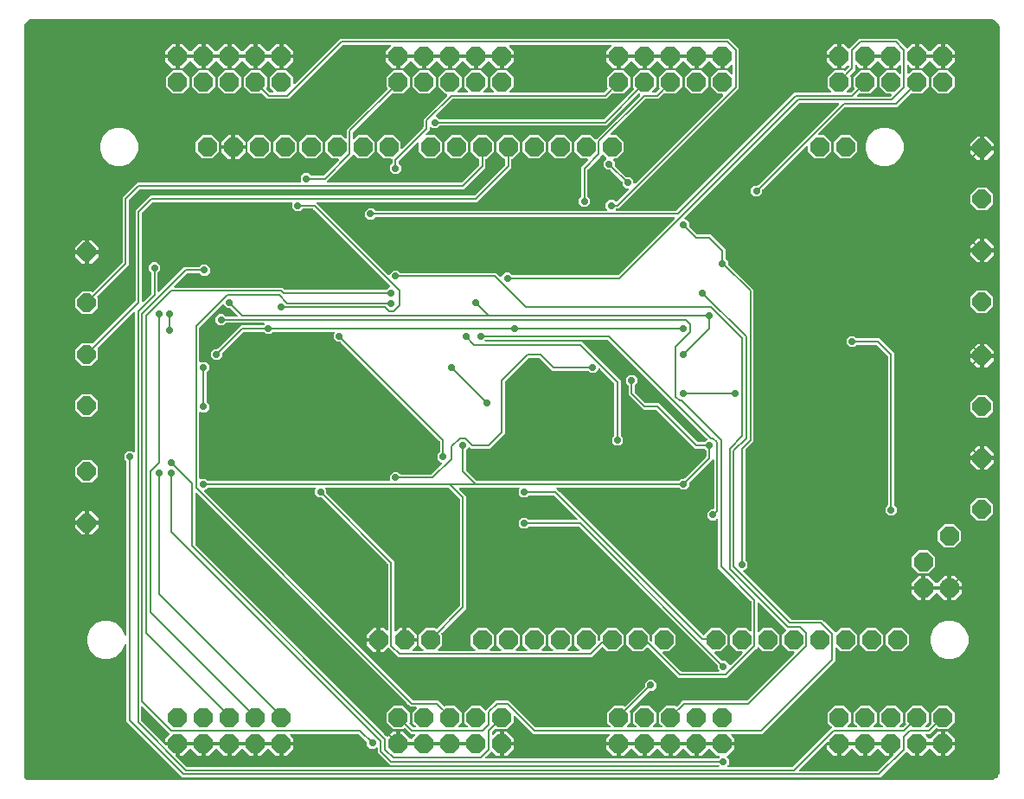
<source format=gbl>
G04 EAGLE Gerber X2 export*
%TF.Part,Single*%
%TF.FileFunction,Other,Bottom Copper*%
%TF.FilePolarity,Positive*%
%TF.GenerationSoftware,Autodesk,EAGLE,8.7.1*%
%TF.CreationDate,2018-04-05T20:24:51Z*%
G75*
%MOMM*%
%FSLAX34Y34*%
%LPD*%
%AMOC8*
5,1,8,0,0,1.08239X$1,22.5*%
G01*
%ADD10P,2.034460X8X112.500000*%
%ADD11P,1.938236X8X202.500000*%
%ADD12P,1.938236X8X22.500000*%
%ADD13P,2.034460X8X22.500000*%
%ADD14P,2.034460X8X202.500000*%
%ADD15C,0.203200*%
%ADD16P,0.742303X8X22.500000*%

G36*
X948734Y2549D02*
X948734Y2549D01*
X948778Y2546D01*
X950293Y2695D01*
X950569Y2762D01*
X950576Y2766D01*
X950582Y2767D01*
X953381Y3927D01*
X953408Y3942D01*
X953437Y3952D01*
X953501Y3998D01*
X953626Y4071D01*
X953670Y4118D01*
X953711Y4147D01*
X955853Y6289D01*
X955872Y6314D01*
X955895Y6334D01*
X955937Y6401D01*
X956024Y6517D01*
X956047Y6577D01*
X956073Y6619D01*
X957233Y9418D01*
X957304Y9693D01*
X957303Y9701D01*
X957305Y9707D01*
X957454Y11222D01*
X957452Y11278D01*
X957459Y11322D01*
X957459Y737773D01*
X957451Y737829D01*
X957454Y737873D01*
X957288Y739564D01*
X957221Y739840D01*
X957217Y739847D01*
X957215Y739853D01*
X955921Y742979D01*
X955905Y743005D01*
X955895Y743035D01*
X955850Y743099D01*
X955776Y743224D01*
X955729Y743268D01*
X955701Y743308D01*
X953308Y745701D01*
X953284Y745719D01*
X953264Y745743D01*
X953197Y745784D01*
X953081Y745871D01*
X953021Y745894D01*
X952979Y745921D01*
X949853Y747215D01*
X949578Y747286D01*
X949570Y747286D01*
X949564Y747288D01*
X947873Y747454D01*
X947816Y747452D01*
X947773Y747459D01*
X10032Y747459D01*
X9976Y747451D01*
X9932Y747454D01*
X8669Y747330D01*
X8393Y747263D01*
X8386Y747259D01*
X8380Y747258D01*
X6045Y746291D01*
X6019Y746275D01*
X5989Y746265D01*
X5926Y746220D01*
X5801Y746146D01*
X5756Y746099D01*
X5716Y746071D01*
X3929Y744284D01*
X3911Y744259D01*
X3887Y744239D01*
X3846Y744172D01*
X3759Y744057D01*
X3736Y743997D01*
X3709Y743955D01*
X2742Y741620D01*
X2672Y741345D01*
X2672Y741337D01*
X2670Y741331D01*
X2546Y740068D01*
X2548Y740012D01*
X2541Y739968D01*
X2541Y6350D01*
X2551Y6274D01*
X2549Y6217D01*
X2645Y5494D01*
X2653Y5465D01*
X2654Y5434D01*
X2682Y5360D01*
X2721Y5220D01*
X2755Y5166D01*
X2772Y5119D01*
X3495Y3867D01*
X3555Y3790D01*
X3608Y3709D01*
X3639Y3683D01*
X3670Y3643D01*
X3810Y3542D01*
X3867Y3495D01*
X5119Y2772D01*
X5148Y2760D01*
X5173Y2743D01*
X5248Y2720D01*
X5383Y2666D01*
X5447Y2659D01*
X5494Y2645D01*
X6217Y2549D01*
X6294Y2550D01*
X6350Y2541D01*
X948678Y2541D01*
X948734Y2549D01*
G37*
%LPC*%
G36*
X157233Y5079D02*
X157233Y5079D01*
X102615Y59697D01*
X102615Y134589D01*
X102608Y134636D01*
X102609Y134640D01*
X102607Y134644D01*
X102603Y134674D01*
X102601Y134760D01*
X102583Y134814D01*
X102575Y134870D01*
X102540Y134948D01*
X102514Y135030D01*
X102482Y135078D01*
X102459Y135129D01*
X102404Y135195D01*
X102356Y135266D01*
X102312Y135303D01*
X102276Y135346D01*
X102204Y135394D01*
X102138Y135449D01*
X102086Y135473D01*
X102039Y135504D01*
X101957Y135530D01*
X101878Y135565D01*
X101822Y135573D01*
X101768Y135590D01*
X101682Y135592D01*
X101597Y135604D01*
X101541Y135596D01*
X101484Y135597D01*
X101401Y135575D01*
X101316Y135563D01*
X101264Y135540D01*
X101209Y135525D01*
X101135Y135481D01*
X101056Y135446D01*
X101013Y135409D01*
X100964Y135380D01*
X100905Y135317D01*
X100840Y135262D01*
X100814Y135220D01*
X100770Y135173D01*
X100704Y135044D01*
X100662Y134977D01*
X98268Y129197D01*
X93053Y123982D01*
X86238Y121159D01*
X78862Y121159D01*
X72047Y123982D01*
X66832Y129197D01*
X64009Y136012D01*
X64009Y143388D01*
X66832Y150203D01*
X72047Y155418D01*
X78862Y158241D01*
X86238Y158241D01*
X93053Y155418D01*
X98268Y150203D01*
X100662Y144423D01*
X100706Y144349D01*
X100741Y144271D01*
X100778Y144227D01*
X100807Y144178D01*
X100869Y144119D01*
X100925Y144054D01*
X100972Y144022D01*
X101013Y143983D01*
X101090Y143944D01*
X101161Y143896D01*
X101215Y143879D01*
X101266Y143853D01*
X101350Y143836D01*
X101432Y143810D01*
X101489Y143809D01*
X101545Y143798D01*
X101630Y143805D01*
X101716Y143803D01*
X101771Y143817D01*
X101828Y143822D01*
X101908Y143853D01*
X101991Y143875D01*
X102040Y143904D01*
X102093Y143924D01*
X102162Y143976D01*
X102236Y144020D01*
X102275Y144061D01*
X102320Y144096D01*
X102371Y144164D01*
X102430Y144227D01*
X102456Y144278D01*
X102490Y144323D01*
X102521Y144404D01*
X102560Y144480D01*
X102568Y144529D01*
X102591Y144589D01*
X102602Y144734D01*
X102615Y144811D01*
X102615Y313928D01*
X102603Y314015D01*
X102600Y314102D01*
X102583Y314155D01*
X102575Y314210D01*
X102540Y314289D01*
X102513Y314373D01*
X102485Y314412D01*
X102459Y314469D01*
X102363Y314582D01*
X102318Y314646D01*
X100202Y316762D01*
X100202Y321286D01*
X103402Y324486D01*
X107926Y324486D01*
X109010Y323402D01*
X109034Y323384D01*
X109053Y323362D01*
X109147Y323299D01*
X109237Y323231D01*
X109265Y323221D01*
X109289Y323204D01*
X109397Y323170D01*
X109503Y323130D01*
X109532Y323127D01*
X109560Y323119D01*
X109674Y323116D01*
X109786Y323106D01*
X109815Y323112D01*
X109844Y323111D01*
X109954Y323140D01*
X110065Y323162D01*
X110091Y323176D01*
X110119Y323183D01*
X110217Y323241D01*
X110317Y323293D01*
X110339Y323313D01*
X110364Y323328D01*
X110441Y323411D01*
X110523Y323489D01*
X110538Y323514D01*
X110558Y323536D01*
X110610Y323636D01*
X110667Y323734D01*
X110674Y323763D01*
X110688Y323789D01*
X110701Y323866D01*
X110737Y324010D01*
X110735Y324072D01*
X110743Y324120D01*
X110743Y459981D01*
X110739Y460010D01*
X110742Y460039D01*
X110719Y460150D01*
X110703Y460262D01*
X110691Y460289D01*
X110686Y460318D01*
X110634Y460418D01*
X110587Y460522D01*
X110568Y460544D01*
X110555Y460570D01*
X110477Y460652D01*
X110404Y460739D01*
X110379Y460755D01*
X110359Y460776D01*
X110261Y460833D01*
X110167Y460896D01*
X110139Y460905D01*
X110114Y460920D01*
X110004Y460948D01*
X109896Y460982D01*
X109866Y460983D01*
X109838Y460990D01*
X109725Y460986D01*
X109612Y460989D01*
X109583Y460982D01*
X109554Y460981D01*
X109446Y460946D01*
X109337Y460917D01*
X109311Y460902D01*
X109283Y460893D01*
X109220Y460848D01*
X109092Y460772D01*
X109049Y460727D01*
X109010Y460699D01*
X74142Y425831D01*
X74107Y425784D01*
X74065Y425744D01*
X74022Y425671D01*
X73971Y425603D01*
X73950Y425549D01*
X73921Y425498D01*
X73900Y425417D01*
X73870Y425338D01*
X73865Y425279D01*
X73851Y425223D01*
X73853Y425138D01*
X73846Y425054D01*
X73858Y424997D01*
X73860Y424939D01*
X73886Y424858D01*
X73902Y424776D01*
X73929Y424724D01*
X73947Y424668D01*
X73987Y424612D01*
X74033Y424523D01*
X74102Y424451D01*
X74142Y424395D01*
X74486Y424051D01*
X74486Y414949D01*
X68051Y408514D01*
X58949Y408514D01*
X52514Y414949D01*
X52514Y424051D01*
X58949Y430486D01*
X68051Y430486D01*
X68395Y430142D01*
X68441Y430107D01*
X68482Y430065D01*
X68555Y430022D01*
X68622Y429971D01*
X68677Y429950D01*
X68727Y429921D01*
X68809Y429900D01*
X68888Y429870D01*
X68946Y429865D01*
X69003Y429851D01*
X69087Y429853D01*
X69171Y429846D01*
X69228Y429858D01*
X69287Y429860D01*
X69367Y429886D01*
X69450Y429902D01*
X69502Y429929D01*
X69557Y429947D01*
X69613Y429987D01*
X69702Y430033D01*
X69774Y430102D01*
X69831Y430142D01*
X110954Y471265D01*
X111006Y471335D01*
X111066Y471399D01*
X111092Y471449D01*
X111125Y471493D01*
X111156Y471574D01*
X111196Y471652D01*
X111204Y471700D01*
X111226Y471758D01*
X111238Y471906D01*
X111251Y471983D01*
X111251Y560063D01*
X125737Y574549D01*
X442817Y574549D01*
X442903Y574561D01*
X442991Y574564D01*
X443043Y574581D01*
X443098Y574589D01*
X443178Y574624D01*
X443261Y574651D01*
X443300Y574679D01*
X443358Y574705D01*
X443471Y574801D01*
X443535Y574846D01*
X472904Y604215D01*
X472956Y604285D01*
X473016Y604349D01*
X473042Y604399D01*
X473075Y604443D01*
X473106Y604524D01*
X473146Y604602D01*
X473154Y604650D01*
X473176Y604708D01*
X473188Y604856D01*
X473201Y604933D01*
X473201Y609854D01*
X473193Y609912D01*
X473195Y609970D01*
X473173Y610052D01*
X473161Y610136D01*
X473138Y610189D01*
X473123Y610245D01*
X473080Y610318D01*
X473045Y610395D01*
X473007Y610440D01*
X472978Y610490D01*
X472916Y610548D01*
X472862Y610612D01*
X472813Y610644D01*
X472770Y610684D01*
X472695Y610723D01*
X472625Y610770D01*
X472569Y610787D01*
X472517Y610814D01*
X472449Y610825D01*
X472354Y610855D01*
X472254Y610858D01*
X472186Y610869D01*
X471515Y610869D01*
X464819Y617565D01*
X464819Y627035D01*
X471515Y633731D01*
X480985Y633731D01*
X487681Y627035D01*
X487681Y617565D01*
X480985Y610869D01*
X480314Y610869D01*
X480256Y610861D01*
X480198Y610863D01*
X480116Y610841D01*
X480032Y610829D01*
X479979Y610806D01*
X479923Y610791D01*
X479850Y610748D01*
X479773Y610713D01*
X479728Y610675D01*
X479678Y610646D01*
X479620Y610584D01*
X479556Y610530D01*
X479524Y610481D01*
X479484Y610438D01*
X479445Y610363D01*
X479398Y610293D01*
X479381Y610237D01*
X479354Y610185D01*
X479343Y610117D01*
X479313Y610022D01*
X479310Y609922D01*
X479299Y609854D01*
X479299Y601987D01*
X445763Y568451D01*
X289719Y568451D01*
X289690Y568447D01*
X289661Y568450D01*
X289550Y568427D01*
X289438Y568411D01*
X289411Y568399D01*
X289382Y568394D01*
X289282Y568341D01*
X289178Y568295D01*
X289156Y568276D01*
X289130Y568263D01*
X289048Y568185D01*
X288961Y568112D01*
X288945Y568087D01*
X288924Y568067D01*
X288867Y567969D01*
X288804Y567875D01*
X288795Y567847D01*
X288780Y567822D01*
X288752Y567712D01*
X288718Y567604D01*
X288717Y567574D01*
X288710Y567546D01*
X288714Y567433D01*
X288711Y567320D01*
X288718Y567291D01*
X288719Y567262D01*
X288754Y567154D01*
X288783Y567045D01*
X288797Y567019D01*
X288807Y566991D01*
X288852Y566927D01*
X288928Y566800D01*
X288973Y566757D01*
X289001Y566718D01*
X289858Y565861D01*
X358565Y497154D01*
X358589Y497137D01*
X358608Y497114D01*
X358702Y497051D01*
X358792Y496984D01*
X358820Y496973D01*
X358844Y496957D01*
X358952Y496923D01*
X359058Y496882D01*
X359087Y496880D01*
X359115Y496871D01*
X359229Y496868D01*
X359341Y496859D01*
X359370Y496864D01*
X359399Y496864D01*
X359509Y496892D01*
X359620Y496915D01*
X359646Y496928D01*
X359674Y496936D01*
X359772Y496993D01*
X359872Y497046D01*
X359894Y497066D01*
X359919Y497081D01*
X359996Y497163D01*
X360078Y497241D01*
X360093Y497267D01*
X360113Y497288D01*
X360165Y497389D01*
X360222Y497487D01*
X360229Y497515D01*
X360243Y497541D01*
X360256Y497619D01*
X360292Y497762D01*
X360290Y497825D01*
X360298Y497872D01*
X360298Y498070D01*
X363498Y501270D01*
X368022Y501270D01*
X370138Y499154D01*
X370208Y499102D01*
X370272Y499042D01*
X370321Y499016D01*
X370365Y498983D01*
X370447Y498952D01*
X370525Y498912D01*
X370572Y498904D01*
X370631Y498882D01*
X370778Y498870D01*
X370856Y498857D01*
X464559Y498857D01*
X468293Y495122D01*
X468317Y495105D01*
X468336Y495082D01*
X468430Y495020D01*
X468520Y494952D01*
X468548Y494941D01*
X468572Y494925D01*
X468680Y494891D01*
X468786Y494850D01*
X468815Y494848D01*
X468843Y494839D01*
X468957Y494836D01*
X469069Y494827D01*
X469098Y494832D01*
X469127Y494832D01*
X469237Y494860D01*
X469348Y494883D01*
X469374Y494896D01*
X469402Y494904D01*
X469500Y494961D01*
X469600Y495014D01*
X469622Y495034D01*
X469647Y495049D01*
X469724Y495131D01*
X469806Y495209D01*
X469821Y495235D01*
X469841Y495256D01*
X469893Y495357D01*
X469950Y495455D01*
X469957Y495483D01*
X469971Y495509D01*
X469984Y495587D01*
X470020Y495730D01*
X470018Y495793D01*
X470026Y495840D01*
X470026Y496038D01*
X473226Y499238D01*
X477750Y499238D01*
X479866Y497122D01*
X479936Y497070D01*
X480000Y497010D01*
X480049Y496984D01*
X480093Y496951D01*
X480175Y496920D01*
X480253Y496880D01*
X480300Y496872D01*
X480359Y496850D01*
X480507Y496838D01*
X480584Y496825D01*
X583533Y496825D01*
X583619Y496837D01*
X583707Y496840D01*
X583759Y496857D01*
X583814Y496865D01*
X583894Y496900D01*
X583977Y496927D01*
X584016Y496955D01*
X584074Y496981D01*
X584187Y497077D01*
X584251Y497122D01*
X639115Y551986D01*
X639132Y552010D01*
X639155Y552029D01*
X639218Y552123D01*
X639285Y552213D01*
X639296Y552241D01*
X639312Y552265D01*
X639346Y552373D01*
X639387Y552479D01*
X639389Y552508D01*
X639398Y552536D01*
X639401Y552650D01*
X639410Y552762D01*
X639405Y552791D01*
X639405Y552820D01*
X639377Y552930D01*
X639354Y553041D01*
X639341Y553067D01*
X639333Y553095D01*
X639276Y553193D01*
X639223Y553293D01*
X639203Y553315D01*
X639188Y553340D01*
X639106Y553417D01*
X639028Y553499D01*
X639002Y553514D01*
X638981Y553534D01*
X638880Y553586D01*
X638782Y553643D01*
X638754Y553650D01*
X638728Y553664D01*
X638650Y553677D01*
X638507Y553713D01*
X638444Y553711D01*
X638397Y553719D01*
X346472Y553719D01*
X346385Y553707D01*
X346298Y553704D01*
X346245Y553687D01*
X346190Y553679D01*
X346111Y553644D01*
X346027Y553617D01*
X345988Y553589D01*
X345931Y553563D01*
X345818Y553467D01*
X345754Y553422D01*
X343638Y551306D01*
X339114Y551306D01*
X335914Y554506D01*
X335914Y559030D01*
X339114Y562230D01*
X343638Y562230D01*
X345754Y560114D01*
X345824Y560062D01*
X345888Y560002D01*
X345937Y559976D01*
X345981Y559943D01*
X346063Y559912D01*
X346141Y559872D01*
X346188Y559864D01*
X346247Y559842D01*
X346395Y559830D01*
X346472Y559817D01*
X571992Y559817D01*
X572021Y559821D01*
X572050Y559818D01*
X572162Y559841D01*
X572274Y559857D01*
X572300Y559869D01*
X572329Y559874D01*
X572430Y559927D01*
X572533Y559973D01*
X572555Y559992D01*
X572582Y560005D01*
X572664Y560083D01*
X572750Y560156D01*
X572766Y560181D01*
X572788Y560201D01*
X572845Y560299D01*
X572908Y560393D01*
X572917Y560421D01*
X572931Y560446D01*
X572959Y560556D01*
X572993Y560664D01*
X572994Y560694D01*
X573001Y560722D01*
X572998Y560835D01*
X573001Y560948D01*
X572993Y560977D01*
X572992Y561006D01*
X572958Y561114D01*
X572929Y561223D01*
X572914Y561249D01*
X572905Y561277D01*
X572859Y561341D01*
X572784Y561468D01*
X572738Y561511D01*
X572710Y561550D01*
X571626Y562634D01*
X571626Y567158D01*
X574826Y570358D01*
X579350Y570358D01*
X581124Y568584D01*
X581171Y568549D01*
X581211Y568506D01*
X581284Y568463D01*
X581352Y568413D01*
X581406Y568392D01*
X581457Y568362D01*
X581538Y568342D01*
X581617Y568312D01*
X581676Y568307D01*
X581732Y568292D01*
X581816Y568295D01*
X581901Y568288D01*
X581958Y568300D01*
X582016Y568301D01*
X582097Y568327D01*
X582179Y568344D01*
X582231Y568371D01*
X582287Y568389D01*
X582343Y568429D01*
X582432Y568475D01*
X582504Y568544D01*
X582560Y568584D01*
X594030Y580053D01*
X594047Y580077D01*
X594070Y580096D01*
X594133Y580190D01*
X594200Y580280D01*
X594211Y580308D01*
X594227Y580332D01*
X594261Y580440D01*
X594302Y580546D01*
X594304Y580575D01*
X594313Y580603D01*
X594316Y580717D01*
X594325Y580829D01*
X594320Y580858D01*
X594320Y580887D01*
X594292Y580997D01*
X594269Y581108D01*
X594256Y581134D01*
X594248Y581162D01*
X594191Y581260D01*
X594138Y581360D01*
X594118Y581382D01*
X594103Y581407D01*
X594021Y581484D01*
X593943Y581566D01*
X593917Y581581D01*
X593896Y581601D01*
X593795Y581653D01*
X593697Y581710D01*
X593669Y581717D01*
X593643Y581731D01*
X593565Y581744D01*
X593422Y581780D01*
X593359Y581778D01*
X593312Y581786D01*
X591082Y581786D01*
X587882Y584986D01*
X587882Y587978D01*
X587870Y588064D01*
X587867Y588152D01*
X587850Y588204D01*
X587842Y588259D01*
X587807Y588339D01*
X587780Y588422D01*
X587752Y588461D01*
X587726Y588519D01*
X587630Y588632D01*
X587585Y588696D01*
X576504Y599777D01*
X576434Y599829D01*
X576370Y599889D01*
X576320Y599915D01*
X576276Y599948D01*
X576195Y599979D01*
X576117Y600019D01*
X576069Y600027D01*
X576011Y600049D01*
X575863Y600061D01*
X575786Y600074D01*
X572794Y600074D01*
X569594Y603274D01*
X569594Y607798D01*
X572172Y610376D01*
X572207Y610423D01*
X572250Y610463D01*
X572293Y610536D01*
X572343Y610604D01*
X572364Y610658D01*
X572394Y610709D01*
X572414Y610790D01*
X572444Y610869D01*
X572449Y610928D01*
X572464Y610984D01*
X572461Y611069D01*
X572468Y611153D01*
X572457Y611210D01*
X572455Y611268D01*
X572429Y611349D01*
X572412Y611431D01*
X572385Y611483D01*
X572367Y611539D01*
X572327Y611595D01*
X572281Y611684D01*
X572212Y611756D01*
X572172Y611812D01*
X569466Y614519D01*
X569419Y614554D01*
X569379Y614596D01*
X569306Y614639D01*
X569239Y614689D01*
X569184Y614710D01*
X569134Y614740D01*
X569052Y614761D01*
X568973Y614791D01*
X568915Y614796D01*
X568858Y614810D01*
X568774Y614807D01*
X568690Y614814D01*
X568632Y614803D01*
X568574Y614801D01*
X568494Y614775D01*
X568411Y614758D01*
X568359Y614731D01*
X568303Y614713D01*
X568247Y614673D01*
X568159Y614627D01*
X568086Y614559D01*
X568030Y614519D01*
X565861Y612350D01*
X554018Y600507D01*
X553966Y600437D01*
X553906Y600373D01*
X553880Y600323D01*
X553847Y600279D01*
X553816Y600198D01*
X553776Y600120D01*
X553768Y600072D01*
X553746Y600014D01*
X553734Y599866D01*
X553721Y599789D01*
X553721Y574056D01*
X553733Y573969D01*
X553736Y573882D01*
X553753Y573829D01*
X553761Y573774D01*
X553796Y573695D01*
X553823Y573611D01*
X553851Y573572D01*
X553877Y573515D01*
X553973Y573402D01*
X554018Y573338D01*
X556134Y571222D01*
X556134Y566698D01*
X552934Y563498D01*
X548410Y563498D01*
X545210Y566698D01*
X545210Y571222D01*
X547326Y573338D01*
X547378Y573408D01*
X547438Y573472D01*
X547464Y573521D01*
X547497Y573565D01*
X547528Y573647D01*
X547568Y573725D01*
X547576Y573772D01*
X547598Y573831D01*
X547608Y573956D01*
X547609Y573959D01*
X547610Y573970D01*
X547610Y573979D01*
X547623Y574056D01*
X547623Y602735D01*
X554025Y609136D01*
X554042Y609160D01*
X554065Y609179D01*
X554127Y609273D01*
X554195Y609363D01*
X554206Y609391D01*
X554222Y609415D01*
X554256Y609523D01*
X554297Y609629D01*
X554299Y609658D01*
X554308Y609686D01*
X554311Y609800D01*
X554320Y609912D01*
X554315Y609941D01*
X554315Y609970D01*
X554287Y610080D01*
X554264Y610191D01*
X554251Y610217D01*
X554243Y610245D01*
X554186Y610343D01*
X554133Y610443D01*
X554113Y610465D01*
X554098Y610490D01*
X554016Y610567D01*
X553938Y610649D01*
X553912Y610664D01*
X553891Y610684D01*
X553790Y610736D01*
X553692Y610793D01*
X553664Y610800D01*
X553638Y610814D01*
X553560Y610827D01*
X553417Y610863D01*
X553354Y610861D01*
X553307Y610869D01*
X547715Y610869D01*
X541019Y617565D01*
X541019Y627035D01*
X547715Y633731D01*
X557185Y633731D01*
X561088Y629827D01*
X561135Y629792D01*
X561175Y629750D01*
X561248Y629707D01*
X561315Y629657D01*
X561370Y629636D01*
X561420Y629606D01*
X561502Y629585D01*
X561581Y629555D01*
X561639Y629550D01*
X561696Y629536D01*
X561780Y629539D01*
X561864Y629532D01*
X561922Y629543D01*
X561980Y629545D01*
X562060Y629571D01*
X562143Y629588D01*
X562195Y629615D01*
X562251Y629633D01*
X562307Y629673D01*
X562395Y629719D01*
X562468Y629787D01*
X562524Y629827D01*
X605333Y672636D01*
X605350Y672660D01*
X605373Y672679D01*
X605436Y672773D01*
X605503Y672863D01*
X605514Y672891D01*
X605530Y672915D01*
X605564Y673023D01*
X605605Y673129D01*
X605607Y673158D01*
X605616Y673186D01*
X605619Y673300D01*
X605628Y673412D01*
X605623Y673441D01*
X605623Y673470D01*
X605595Y673580D01*
X605572Y673691D01*
X605559Y673717D01*
X605551Y673745D01*
X605494Y673843D01*
X605441Y673943D01*
X605421Y673965D01*
X605406Y673990D01*
X605324Y674067D01*
X605246Y674149D01*
X605220Y674164D01*
X605199Y674184D01*
X605098Y674236D01*
X605000Y674293D01*
X604972Y674300D01*
X604946Y674314D01*
X604916Y674319D01*
X604899Y674336D01*
X604852Y674371D01*
X604812Y674413D01*
X604739Y674456D01*
X604672Y674506D01*
X604617Y674527D01*
X604567Y674557D01*
X604485Y674578D01*
X604406Y674608D01*
X604348Y674613D01*
X604291Y674627D01*
X604207Y674624D01*
X604123Y674631D01*
X604065Y674620D01*
X604007Y674618D01*
X603927Y674592D01*
X603844Y674575D01*
X603792Y674548D01*
X603737Y674530D01*
X603680Y674490D01*
X603592Y674444D01*
X603519Y674376D01*
X603463Y674336D01*
X572255Y643127D01*
X409464Y643127D01*
X409377Y643115D01*
X409290Y643112D01*
X409237Y643095D01*
X409182Y643087D01*
X409103Y643052D01*
X409019Y643025D01*
X408980Y642997D01*
X408923Y642971D01*
X408810Y642875D01*
X408746Y642830D01*
X406630Y640714D01*
X402106Y640714D01*
X401022Y641798D01*
X400998Y641816D01*
X400979Y641838D01*
X400885Y641901D01*
X400795Y641969D01*
X400767Y641979D01*
X400743Y641996D01*
X400635Y642030D01*
X400529Y642070D01*
X400500Y642073D01*
X400472Y642081D01*
X400358Y642084D01*
X400246Y642094D01*
X400217Y642088D01*
X400188Y642089D01*
X400078Y642060D01*
X399967Y642038D01*
X399941Y642024D01*
X399913Y642017D01*
X399815Y641959D01*
X399715Y641907D01*
X399693Y641887D01*
X399668Y641872D01*
X399591Y641789D01*
X399509Y641711D01*
X399494Y641686D01*
X399474Y641664D01*
X399422Y641564D01*
X399365Y641466D01*
X399358Y641437D01*
X399344Y641411D01*
X399331Y641334D01*
X399295Y641190D01*
X399297Y641128D01*
X399289Y641080D01*
X399289Y638817D01*
X397206Y636734D01*
X397205Y636734D01*
X395935Y635464D01*
X395918Y635440D01*
X395895Y635421D01*
X395833Y635327D01*
X395765Y635237D01*
X395754Y635209D01*
X395738Y635185D01*
X395704Y635077D01*
X395663Y634971D01*
X395661Y634942D01*
X395652Y634914D01*
X395649Y634800D01*
X395640Y634688D01*
X395645Y634659D01*
X395645Y634630D01*
X395673Y634520D01*
X395696Y634409D01*
X395709Y634383D01*
X395717Y634355D01*
X395774Y634257D01*
X395827Y634157D01*
X395847Y634135D01*
X395862Y634110D01*
X395944Y634033D01*
X396022Y633951D01*
X396048Y633936D01*
X396069Y633916D01*
X396170Y633864D01*
X396268Y633807D01*
X396296Y633800D01*
X396322Y633786D01*
X396400Y633773D01*
X396543Y633737D01*
X396606Y633739D01*
X396653Y633731D01*
X404785Y633731D01*
X411481Y627035D01*
X411481Y617565D01*
X404785Y610869D01*
X395315Y610869D01*
X388619Y617565D01*
X388619Y625697D01*
X388615Y625726D01*
X388618Y625755D01*
X388595Y625866D01*
X388579Y625978D01*
X388567Y626005D01*
X388562Y626034D01*
X388510Y626134D01*
X388463Y626238D01*
X388444Y626260D01*
X388431Y626286D01*
X388353Y626368D01*
X388280Y626455D01*
X388255Y626471D01*
X388235Y626492D01*
X388137Y626549D01*
X388043Y626612D01*
X388015Y626621D01*
X387990Y626636D01*
X387880Y626664D01*
X387772Y626698D01*
X387742Y626699D01*
X387714Y626706D01*
X387601Y626702D01*
X387488Y626705D01*
X387459Y626698D01*
X387430Y626697D01*
X387322Y626662D01*
X387213Y626633D01*
X387187Y626618D01*
X387159Y626609D01*
X387096Y626564D01*
X386968Y626488D01*
X386925Y626443D01*
X386886Y626415D01*
X369106Y608635D01*
X369054Y608565D01*
X368994Y608501D01*
X368968Y608451D01*
X368935Y608407D01*
X368904Y608326D01*
X368864Y608248D01*
X368856Y608200D01*
X368834Y608142D01*
X368822Y607994D01*
X368809Y607917D01*
X368809Y606568D01*
X368816Y606517D01*
X368815Y606498D01*
X368821Y606476D01*
X368824Y606394D01*
X368841Y606341D01*
X368849Y606286D01*
X368884Y606207D01*
X368911Y606123D01*
X368939Y606084D01*
X368965Y606027D01*
X369061Y605914D01*
X369106Y605850D01*
X371222Y603734D01*
X371222Y599210D01*
X368022Y596010D01*
X363498Y596010D01*
X360298Y599210D01*
X360298Y603734D01*
X362414Y605850D01*
X362466Y605920D01*
X362526Y605984D01*
X362552Y606033D01*
X362585Y606077D01*
X362616Y606159D01*
X362656Y606237D01*
X362664Y606284D01*
X362686Y606343D01*
X362694Y606435D01*
X362697Y606447D01*
X362698Y606491D01*
X362711Y606568D01*
X362711Y609854D01*
X362703Y609912D01*
X362705Y609970D01*
X362683Y610052D01*
X362671Y610136D01*
X362648Y610189D01*
X362633Y610245D01*
X362590Y610318D01*
X362555Y610395D01*
X362517Y610440D01*
X362488Y610490D01*
X362426Y610548D01*
X362372Y610612D01*
X362323Y610644D01*
X362280Y610684D01*
X362205Y610723D01*
X362135Y610770D01*
X362079Y610787D01*
X362027Y610814D01*
X361959Y610825D01*
X361864Y610855D01*
X361764Y610858D01*
X361696Y610869D01*
X354675Y610869D01*
X347979Y617565D01*
X347979Y627035D01*
X354675Y633731D01*
X364145Y633731D01*
X370841Y627035D01*
X370841Y621443D01*
X370845Y621414D01*
X370842Y621385D01*
X370865Y621274D01*
X370881Y621162D01*
X370893Y621135D01*
X370898Y621106D01*
X370950Y621006D01*
X370997Y620902D01*
X371016Y620880D01*
X371029Y620854D01*
X371107Y620772D01*
X371180Y620685D01*
X371205Y620669D01*
X371225Y620648D01*
X371323Y620591D01*
X371417Y620528D01*
X371445Y620519D01*
X371470Y620504D01*
X371580Y620476D01*
X371688Y620442D01*
X371718Y620441D01*
X371746Y620434D01*
X371859Y620438D01*
X371972Y620435D01*
X372001Y620442D01*
X372030Y620443D01*
X372138Y620478D01*
X372247Y620507D01*
X372273Y620522D01*
X372301Y620531D01*
X372364Y620576D01*
X372492Y620652D01*
X372535Y620697D01*
X372574Y620725D01*
X392894Y641045D01*
X392946Y641115D01*
X393006Y641179D01*
X393032Y641229D01*
X393065Y641273D01*
X393096Y641354D01*
X393136Y641432D01*
X393144Y641480D01*
X393166Y641538D01*
X393178Y641686D01*
X393191Y641763D01*
X393191Y649471D01*
X416357Y672636D01*
X416374Y672660D01*
X416397Y672679D01*
X416459Y672773D01*
X416527Y672863D01*
X416538Y672891D01*
X416554Y672915D01*
X416588Y673023D01*
X416629Y673129D01*
X416631Y673158D01*
X416640Y673186D01*
X416643Y673300D01*
X416652Y673412D01*
X416647Y673441D01*
X416647Y673470D01*
X416619Y673580D01*
X416596Y673691D01*
X416583Y673717D01*
X416575Y673745D01*
X416518Y673843D01*
X416465Y673943D01*
X416445Y673965D01*
X416430Y673990D01*
X416348Y674067D01*
X416270Y674149D01*
X416244Y674164D01*
X416223Y674184D01*
X416122Y674236D01*
X416024Y674293D01*
X415996Y674300D01*
X415970Y674314D01*
X415892Y674327D01*
X415749Y674363D01*
X415686Y674361D01*
X415639Y674369D01*
X414365Y674369D01*
X407669Y681065D01*
X407669Y690535D01*
X414365Y697231D01*
X423835Y697231D01*
X430531Y690535D01*
X430531Y681065D01*
X426839Y677374D01*
X426825Y677355D01*
X426810Y677342D01*
X426808Y677338D01*
X426799Y677331D01*
X426737Y677237D01*
X426668Y677147D01*
X426658Y677119D01*
X426642Y677095D01*
X426608Y676987D01*
X426567Y676881D01*
X426565Y676852D01*
X426556Y676824D01*
X426553Y676710D01*
X426544Y676598D01*
X426549Y676569D01*
X426549Y676540D01*
X426577Y676430D01*
X426600Y676319D01*
X426613Y676293D01*
X426620Y676265D01*
X426678Y676167D01*
X426731Y676067D01*
X426751Y676045D01*
X426766Y676020D01*
X426848Y675943D01*
X426926Y675861D01*
X426952Y675846D01*
X426973Y675826D01*
X427074Y675774D01*
X427172Y675717D01*
X427200Y675710D01*
X427226Y675696D01*
X427304Y675683D01*
X427447Y675647D01*
X427510Y675649D01*
X427557Y675641D01*
X436043Y675641D01*
X436072Y675645D01*
X436101Y675642D01*
X436212Y675665D01*
X436324Y675681D01*
X436351Y675693D01*
X436380Y675698D01*
X436480Y675750D01*
X436584Y675797D01*
X436606Y675816D01*
X436632Y675829D01*
X436714Y675907D01*
X436801Y675980D01*
X436817Y676005D01*
X436838Y676025D01*
X436895Y676123D01*
X436958Y676217D01*
X436967Y676245D01*
X436982Y676270D01*
X437010Y676380D01*
X437044Y676488D01*
X437045Y676518D01*
X437052Y676546D01*
X437048Y676659D01*
X437051Y676772D01*
X437044Y676801D01*
X437043Y676830D01*
X437008Y676938D01*
X436980Y677047D01*
X436965Y677073D01*
X436956Y677101D01*
X436910Y677164D01*
X436834Y677292D01*
X436824Y677301D01*
X436823Y677303D01*
X436787Y677337D01*
X436761Y677374D01*
X433069Y681065D01*
X433069Y690535D01*
X439765Y697231D01*
X449235Y697231D01*
X455931Y690535D01*
X455931Y681065D01*
X452239Y677374D01*
X452225Y677355D01*
X452210Y677342D01*
X452208Y677338D01*
X452199Y677331D01*
X452137Y677237D01*
X452068Y677147D01*
X452058Y677119D01*
X452042Y677095D01*
X452008Y676987D01*
X451967Y676881D01*
X451965Y676852D01*
X451956Y676824D01*
X451953Y676710D01*
X451944Y676598D01*
X451949Y676569D01*
X451949Y676540D01*
X451977Y676430D01*
X452000Y676319D01*
X452013Y676293D01*
X452020Y676265D01*
X452078Y676167D01*
X452131Y676067D01*
X452151Y676045D01*
X452166Y676020D01*
X452248Y675943D01*
X452326Y675861D01*
X452352Y675846D01*
X452373Y675826D01*
X452474Y675774D01*
X452572Y675717D01*
X452600Y675710D01*
X452626Y675696D01*
X452704Y675683D01*
X452847Y675647D01*
X452910Y675649D01*
X452957Y675641D01*
X461443Y675641D01*
X461472Y675645D01*
X461501Y675642D01*
X461612Y675665D01*
X461724Y675681D01*
X461751Y675693D01*
X461780Y675698D01*
X461880Y675750D01*
X461984Y675797D01*
X462006Y675816D01*
X462032Y675829D01*
X462114Y675907D01*
X462201Y675980D01*
X462217Y676005D01*
X462238Y676025D01*
X462295Y676123D01*
X462358Y676217D01*
X462367Y676245D01*
X462382Y676270D01*
X462410Y676380D01*
X462444Y676488D01*
X462445Y676518D01*
X462452Y676546D01*
X462448Y676659D01*
X462451Y676772D01*
X462444Y676801D01*
X462443Y676830D01*
X462408Y676938D01*
X462380Y677047D01*
X462365Y677073D01*
X462356Y677101D01*
X462310Y677164D01*
X462234Y677292D01*
X462224Y677301D01*
X462223Y677303D01*
X462187Y677337D01*
X462161Y677374D01*
X458469Y681065D01*
X458469Y690535D01*
X465165Y697231D01*
X474635Y697231D01*
X481331Y690535D01*
X481331Y681065D01*
X477639Y677374D01*
X477625Y677355D01*
X477610Y677342D01*
X477608Y677338D01*
X477599Y677331D01*
X477537Y677237D01*
X477468Y677147D01*
X477458Y677119D01*
X477442Y677095D01*
X477408Y676987D01*
X477367Y676881D01*
X477365Y676852D01*
X477356Y676824D01*
X477353Y676710D01*
X477344Y676598D01*
X477349Y676569D01*
X477349Y676540D01*
X477377Y676430D01*
X477400Y676319D01*
X477413Y676293D01*
X477420Y676265D01*
X477478Y676167D01*
X477531Y676067D01*
X477551Y676045D01*
X477566Y676020D01*
X477648Y675943D01*
X477726Y675861D01*
X477752Y675846D01*
X477773Y675826D01*
X477874Y675774D01*
X477972Y675717D01*
X478000Y675710D01*
X478026Y675696D01*
X478104Y675683D01*
X478247Y675647D01*
X478310Y675649D01*
X478357Y675641D01*
X569309Y675641D01*
X569395Y675653D01*
X569483Y675656D01*
X569535Y675673D01*
X569590Y675681D01*
X569670Y675716D01*
X569753Y675743D01*
X569792Y675771D01*
X569850Y675797D01*
X569963Y675893D01*
X570027Y675938D01*
X573244Y679155D01*
X573279Y679202D01*
X573321Y679242D01*
X573364Y679315D01*
X573414Y679382D01*
X573435Y679437D01*
X573465Y679487D01*
X573486Y679569D01*
X573516Y679648D01*
X573521Y679706D01*
X573535Y679763D01*
X573532Y679847D01*
X573539Y679931D01*
X573528Y679989D01*
X573526Y680047D01*
X573500Y680127D01*
X573483Y680210D01*
X573456Y680262D01*
X573438Y680318D01*
X573398Y680374D01*
X573352Y680462D01*
X573284Y680535D01*
X573244Y680591D01*
X572769Y681065D01*
X572769Y690535D01*
X579465Y697231D01*
X588935Y697231D01*
X595631Y690535D01*
X595631Y681065D01*
X588935Y674369D01*
X579465Y674369D01*
X578991Y674844D01*
X578944Y674879D01*
X578904Y674921D01*
X578831Y674964D01*
X578764Y675014D01*
X578709Y675035D01*
X578659Y675065D01*
X578577Y675086D01*
X578498Y675116D01*
X578440Y675121D01*
X578383Y675135D01*
X578299Y675132D01*
X578215Y675139D01*
X578158Y675128D01*
X578099Y675126D01*
X578019Y675100D01*
X577936Y675083D01*
X577884Y675056D01*
X577829Y675038D01*
X577772Y674998D01*
X577684Y674952D01*
X577611Y674884D01*
X577555Y674844D01*
X572255Y669543D01*
X422307Y669543D01*
X422221Y669531D01*
X422133Y669528D01*
X422081Y669511D01*
X422026Y669503D01*
X421946Y669468D01*
X421863Y669441D01*
X421824Y669413D01*
X421766Y669387D01*
X421653Y669291D01*
X421589Y669246D01*
X405714Y653371D01*
X405697Y653347D01*
X405674Y653328D01*
X405612Y653234D01*
X405544Y653144D01*
X405533Y653116D01*
X405517Y653092D01*
X405483Y652984D01*
X405442Y652878D01*
X405440Y652849D01*
X405431Y652821D01*
X405428Y652707D01*
X405419Y652595D01*
X405424Y652566D01*
X405424Y652537D01*
X405452Y652427D01*
X405475Y652316D01*
X405488Y652290D01*
X405496Y652262D01*
X405553Y652164D01*
X405606Y652064D01*
X405626Y652042D01*
X405641Y652017D01*
X405723Y651940D01*
X405801Y651858D01*
X405827Y651843D01*
X405848Y651823D01*
X405949Y651771D01*
X406047Y651714D01*
X406075Y651707D01*
X406101Y651693D01*
X406179Y651680D01*
X406322Y651644D01*
X406385Y651646D01*
X406432Y651638D01*
X406630Y651638D01*
X408746Y649522D01*
X408816Y649470D01*
X408880Y649410D01*
X408929Y649384D01*
X408973Y649351D01*
X409055Y649320D01*
X409133Y649280D01*
X409180Y649272D01*
X409239Y649250D01*
X409386Y649238D01*
X409464Y649225D01*
X569309Y649225D01*
X569395Y649237D01*
X569483Y649240D01*
X569535Y649257D01*
X569590Y649265D01*
X569670Y649300D01*
X569753Y649327D01*
X569792Y649355D01*
X569850Y649381D01*
X569963Y649477D01*
X570027Y649522D01*
X599152Y678647D01*
X599187Y678694D01*
X599229Y678734D01*
X599272Y678807D01*
X599322Y678874D01*
X599343Y678929D01*
X599373Y678979D01*
X599394Y679061D01*
X599424Y679140D01*
X599429Y679198D01*
X599443Y679255D01*
X599440Y679339D01*
X599447Y679423D01*
X599436Y679481D01*
X599434Y679539D01*
X599408Y679619D01*
X599391Y679702D01*
X599364Y679754D01*
X599346Y679810D01*
X599306Y679866D01*
X599260Y679954D01*
X599192Y680027D01*
X599152Y680083D01*
X598169Y681065D01*
X598169Y690535D01*
X604865Y697231D01*
X614335Y697231D01*
X621031Y690535D01*
X621031Y681065D01*
X617339Y677374D01*
X617325Y677355D01*
X617310Y677342D01*
X617308Y677338D01*
X617299Y677331D01*
X617237Y677237D01*
X617168Y677147D01*
X617158Y677119D01*
X617142Y677095D01*
X617108Y676987D01*
X617067Y676881D01*
X617065Y676852D01*
X617056Y676824D01*
X617053Y676710D01*
X617044Y676598D01*
X617049Y676569D01*
X617049Y676540D01*
X617077Y676430D01*
X617100Y676319D01*
X617113Y676293D01*
X617120Y676265D01*
X617178Y676167D01*
X617231Y676067D01*
X617251Y676045D01*
X617266Y676020D01*
X617348Y675943D01*
X617426Y675861D01*
X617452Y675846D01*
X617473Y675826D01*
X617574Y675774D01*
X617672Y675717D01*
X617700Y675710D01*
X617726Y675696D01*
X617804Y675683D01*
X617947Y675647D01*
X618010Y675649D01*
X618057Y675641D01*
X620109Y675641D01*
X620195Y675653D01*
X620283Y675656D01*
X620335Y675673D01*
X620390Y675681D01*
X620470Y675716D01*
X620553Y675743D01*
X620592Y675771D01*
X620650Y675797D01*
X620763Y675893D01*
X620827Y675938D01*
X624044Y679155D01*
X624079Y679202D01*
X624121Y679242D01*
X624164Y679315D01*
X624214Y679382D01*
X624235Y679437D01*
X624265Y679487D01*
X624286Y679569D01*
X624316Y679648D01*
X624321Y679706D01*
X624335Y679763D01*
X624332Y679847D01*
X624339Y679931D01*
X624328Y679989D01*
X624326Y680047D01*
X624300Y680127D01*
X624283Y680210D01*
X624256Y680262D01*
X624238Y680318D01*
X624198Y680374D01*
X624152Y680462D01*
X624084Y680535D01*
X624044Y680591D01*
X623569Y681065D01*
X623569Y690535D01*
X630265Y697231D01*
X639735Y697231D01*
X646431Y690535D01*
X646431Y681065D01*
X639735Y674369D01*
X630265Y674369D01*
X629791Y674844D01*
X629744Y674879D01*
X629704Y674921D01*
X629631Y674964D01*
X629564Y675014D01*
X629509Y675035D01*
X629459Y675065D01*
X629377Y675086D01*
X629298Y675116D01*
X629240Y675121D01*
X629183Y675135D01*
X629099Y675132D01*
X629015Y675139D01*
X628957Y675128D01*
X628899Y675126D01*
X628819Y675100D01*
X628736Y675083D01*
X628684Y675056D01*
X628628Y675038D01*
X628572Y674998D01*
X628484Y674952D01*
X628411Y674884D01*
X628355Y674844D01*
X623055Y669543D01*
X611283Y669543D01*
X611197Y669531D01*
X611109Y669528D01*
X611057Y669511D01*
X611002Y669503D01*
X610922Y669468D01*
X610839Y669441D01*
X610800Y669413D01*
X610742Y669387D01*
X610629Y669291D01*
X610565Y669246D01*
X576783Y635464D01*
X576766Y635440D01*
X576743Y635421D01*
X576681Y635327D01*
X576613Y635237D01*
X576602Y635209D01*
X576586Y635185D01*
X576552Y635077D01*
X576511Y634971D01*
X576509Y634942D01*
X576500Y634914D01*
X576497Y634800D01*
X576488Y634688D01*
X576493Y634659D01*
X576493Y634630D01*
X576521Y634520D01*
X576544Y634409D01*
X576557Y634383D01*
X576565Y634355D01*
X576622Y634257D01*
X576675Y634157D01*
X576695Y634135D01*
X576710Y634110D01*
X576792Y634033D01*
X576870Y633951D01*
X576896Y633936D01*
X576917Y633916D01*
X577018Y633864D01*
X577116Y633807D01*
X577144Y633800D01*
X577170Y633786D01*
X577248Y633773D01*
X577391Y633737D01*
X577454Y633739D01*
X577501Y633731D01*
X582585Y633731D01*
X589281Y627035D01*
X589281Y617565D01*
X582585Y610869D01*
X579898Y610869D01*
X579869Y610865D01*
X579840Y610868D01*
X579728Y610845D01*
X579616Y610829D01*
X579590Y610817D01*
X579561Y610812D01*
X579460Y610759D01*
X579357Y610713D01*
X579335Y610694D01*
X579308Y610681D01*
X579226Y610603D01*
X579140Y610530D01*
X579124Y610505D01*
X579102Y610485D01*
X579045Y610387D01*
X578982Y610293D01*
X578973Y610265D01*
X578959Y610240D01*
X578931Y610130D01*
X578897Y610022D01*
X578896Y609992D01*
X578889Y609964D01*
X578892Y609851D01*
X578889Y609738D01*
X578897Y609709D01*
X578898Y609680D01*
X578932Y609572D01*
X578961Y609463D01*
X578976Y609437D01*
X578985Y609409D01*
X579031Y609345D01*
X579106Y609218D01*
X579152Y609175D01*
X579180Y609136D01*
X580518Y607798D01*
X580518Y604806D01*
X580530Y604720D01*
X580533Y604632D01*
X580550Y604580D01*
X580558Y604525D01*
X580593Y604445D01*
X580620Y604362D01*
X580648Y604323D01*
X580674Y604265D01*
X580770Y604152D01*
X580815Y604088D01*
X591896Y593007D01*
X591966Y592955D01*
X592030Y592895D01*
X592080Y592869D01*
X592124Y592836D01*
X592205Y592805D01*
X592283Y592765D01*
X592331Y592757D01*
X592389Y592735D01*
X592537Y592723D01*
X592614Y592710D01*
X595606Y592710D01*
X598806Y589510D01*
X598806Y587280D01*
X598810Y587251D01*
X598807Y587222D01*
X598830Y587111D01*
X598846Y586999D01*
X598858Y586972D01*
X598863Y586943D01*
X598915Y586843D01*
X598962Y586739D01*
X598981Y586717D01*
X598994Y586691D01*
X599072Y586609D01*
X599145Y586522D01*
X599170Y586506D01*
X599190Y586485D01*
X599288Y586428D01*
X599382Y586365D01*
X599410Y586356D01*
X599435Y586341D01*
X599545Y586313D01*
X599653Y586279D01*
X599683Y586278D01*
X599711Y586271D01*
X599824Y586275D01*
X599937Y586272D01*
X599966Y586279D01*
X599995Y586280D01*
X600103Y586315D01*
X600212Y586344D01*
X600238Y586359D01*
X600266Y586368D01*
X600329Y586413D01*
X600457Y586489D01*
X600500Y586534D01*
X600539Y586562D01*
X686613Y672636D01*
X686630Y672660D01*
X686653Y672679D01*
X686716Y672773D01*
X686783Y672863D01*
X686794Y672891D01*
X686810Y672915D01*
X686844Y673023D01*
X686885Y673129D01*
X686887Y673158D01*
X686896Y673186D01*
X686899Y673300D01*
X686908Y673412D01*
X686903Y673441D01*
X686903Y673470D01*
X686875Y673580D01*
X686852Y673691D01*
X686839Y673717D01*
X686831Y673745D01*
X686774Y673843D01*
X686721Y673943D01*
X686701Y673965D01*
X686686Y673990D01*
X686604Y674067D01*
X686526Y674149D01*
X686500Y674164D01*
X686479Y674184D01*
X686378Y674236D01*
X686280Y674293D01*
X686252Y674300D01*
X686226Y674314D01*
X686148Y674327D01*
X686005Y674363D01*
X685942Y674361D01*
X685895Y674369D01*
X681065Y674369D01*
X674369Y681065D01*
X674369Y690535D01*
X681065Y697231D01*
X690535Y697231D01*
X694226Y693539D01*
X694250Y693522D01*
X694269Y693499D01*
X694363Y693437D01*
X694453Y693368D01*
X694481Y693358D01*
X694505Y693342D01*
X694613Y693308D01*
X694719Y693267D01*
X694748Y693265D01*
X694776Y693256D01*
X694890Y693253D01*
X695002Y693244D01*
X695031Y693249D01*
X695060Y693249D01*
X695170Y693277D01*
X695281Y693300D01*
X695307Y693313D01*
X695335Y693320D01*
X695433Y693378D01*
X695533Y693431D01*
X695555Y693451D01*
X695580Y693466D01*
X695657Y693548D01*
X695739Y693626D01*
X695754Y693652D01*
X695774Y693673D01*
X695826Y693774D01*
X695883Y693872D01*
X695890Y693900D01*
X695904Y693926D01*
X695917Y694004D01*
X695953Y694147D01*
X695951Y694210D01*
X695959Y694257D01*
X695959Y702024D01*
X695955Y702053D01*
X695958Y702083D01*
X695935Y702194D01*
X695919Y702306D01*
X695907Y702333D01*
X695902Y702361D01*
X695850Y702462D01*
X695803Y702565D01*
X695784Y702588D01*
X695771Y702614D01*
X695693Y702696D01*
X695620Y702782D01*
X695595Y702799D01*
X695575Y702820D01*
X695477Y702877D01*
X695383Y702940D01*
X695355Y702949D01*
X695330Y702964D01*
X695220Y702991D01*
X695112Y703026D01*
X695082Y703026D01*
X695054Y703034D01*
X694941Y703030D01*
X694828Y703033D01*
X694799Y703026D01*
X694770Y703025D01*
X694662Y702990D01*
X694553Y702961D01*
X694527Y702946D01*
X694499Y702937D01*
X694436Y702892D01*
X694308Y702816D01*
X694265Y702770D01*
X694226Y702742D01*
X690745Y699261D01*
X687831Y699261D01*
X687831Y710184D01*
X687823Y710240D01*
X687825Y710286D01*
X687824Y710288D01*
X687825Y710300D01*
X687803Y710382D01*
X687791Y710465D01*
X687767Y710519D01*
X687753Y710575D01*
X687710Y710648D01*
X687675Y710725D01*
X687637Y710769D01*
X687607Y710820D01*
X687546Y710877D01*
X687491Y710942D01*
X687443Y710974D01*
X687400Y711014D01*
X687325Y711053D01*
X687255Y711099D01*
X687199Y711117D01*
X687147Y711144D01*
X687079Y711155D01*
X686984Y711185D01*
X686884Y711188D01*
X686816Y711199D01*
X685799Y711199D01*
X685799Y712216D01*
X685791Y712271D01*
X685792Y712317D01*
X685792Y712318D01*
X685792Y712332D01*
X685771Y712414D01*
X685759Y712497D01*
X685735Y712551D01*
X685721Y712607D01*
X685678Y712680D01*
X685643Y712757D01*
X685605Y712802D01*
X685575Y712852D01*
X685514Y712910D01*
X685459Y712974D01*
X685411Y713006D01*
X685368Y713046D01*
X685293Y713085D01*
X685223Y713131D01*
X685167Y713149D01*
X685115Y713176D01*
X685047Y713187D01*
X684952Y713217D01*
X684852Y713220D01*
X684784Y713231D01*
X661416Y713231D01*
X661358Y713223D01*
X661300Y713225D01*
X661218Y713203D01*
X661135Y713191D01*
X661081Y713167D01*
X661025Y713153D01*
X660952Y713110D01*
X660875Y713075D01*
X660831Y713037D01*
X660780Y713007D01*
X660723Y712946D01*
X660658Y712891D01*
X660626Y712843D01*
X660586Y712800D01*
X660547Y712725D01*
X660501Y712655D01*
X660483Y712599D01*
X660456Y712547D01*
X660445Y712479D01*
X660415Y712384D01*
X660412Y712284D01*
X660401Y712216D01*
X660401Y711199D01*
X660399Y711199D01*
X660399Y712216D01*
X660391Y712271D01*
X660392Y712317D01*
X660392Y712318D01*
X660392Y712332D01*
X660371Y712414D01*
X660359Y712497D01*
X660335Y712551D01*
X660321Y712607D01*
X660278Y712680D01*
X660243Y712757D01*
X660205Y712802D01*
X660175Y712852D01*
X660114Y712910D01*
X660059Y712974D01*
X660011Y713006D01*
X659968Y713046D01*
X659893Y713085D01*
X659823Y713131D01*
X659767Y713149D01*
X659715Y713176D01*
X659647Y713187D01*
X659552Y713217D01*
X659452Y713220D01*
X659384Y713231D01*
X636016Y713231D01*
X635958Y713223D01*
X635900Y713225D01*
X635818Y713203D01*
X635735Y713191D01*
X635681Y713167D01*
X635625Y713153D01*
X635552Y713110D01*
X635475Y713075D01*
X635431Y713037D01*
X635380Y713007D01*
X635323Y712946D01*
X635258Y712891D01*
X635226Y712843D01*
X635186Y712800D01*
X635147Y712725D01*
X635101Y712655D01*
X635083Y712599D01*
X635056Y712547D01*
X635045Y712479D01*
X635015Y712384D01*
X635012Y712284D01*
X635001Y712216D01*
X635001Y711199D01*
X634999Y711199D01*
X634999Y712216D01*
X634991Y712271D01*
X634992Y712317D01*
X634992Y712318D01*
X634992Y712332D01*
X634971Y712414D01*
X634959Y712497D01*
X634935Y712551D01*
X634921Y712607D01*
X634878Y712680D01*
X634843Y712757D01*
X634805Y712802D01*
X634775Y712852D01*
X634714Y712910D01*
X634659Y712974D01*
X634611Y713006D01*
X634568Y713046D01*
X634493Y713085D01*
X634423Y713131D01*
X634367Y713149D01*
X634315Y713176D01*
X634247Y713187D01*
X634152Y713217D01*
X634052Y713220D01*
X633984Y713231D01*
X610616Y713231D01*
X610558Y713223D01*
X610500Y713225D01*
X610418Y713203D01*
X610335Y713191D01*
X610281Y713167D01*
X610225Y713153D01*
X610152Y713110D01*
X610075Y713075D01*
X610031Y713037D01*
X609980Y713007D01*
X609923Y712946D01*
X609858Y712891D01*
X609826Y712843D01*
X609786Y712800D01*
X609747Y712725D01*
X609701Y712655D01*
X609683Y712599D01*
X609656Y712547D01*
X609645Y712479D01*
X609615Y712384D01*
X609612Y712284D01*
X609601Y712216D01*
X609601Y711199D01*
X609599Y711199D01*
X609599Y712216D01*
X609591Y712271D01*
X609592Y712317D01*
X609592Y712318D01*
X609592Y712332D01*
X609571Y712414D01*
X609559Y712497D01*
X609535Y712551D01*
X609521Y712607D01*
X609478Y712680D01*
X609443Y712757D01*
X609405Y712802D01*
X609375Y712852D01*
X609314Y712910D01*
X609259Y712974D01*
X609211Y713006D01*
X609168Y713046D01*
X609093Y713085D01*
X609023Y713131D01*
X608967Y713149D01*
X608915Y713176D01*
X608847Y713187D01*
X608752Y713217D01*
X608652Y713220D01*
X608584Y713231D01*
X585216Y713231D01*
X585158Y713223D01*
X585100Y713225D01*
X585018Y713203D01*
X584935Y713191D01*
X584881Y713167D01*
X584825Y713153D01*
X584752Y713110D01*
X584675Y713075D01*
X584631Y713037D01*
X584580Y713007D01*
X584523Y712946D01*
X584458Y712891D01*
X584426Y712843D01*
X584386Y712800D01*
X584347Y712725D01*
X584301Y712655D01*
X584283Y712599D01*
X584256Y712547D01*
X584245Y712479D01*
X584215Y712384D01*
X584212Y712284D01*
X584201Y712216D01*
X584201Y711199D01*
X584199Y711199D01*
X584199Y712216D01*
X584191Y712271D01*
X584192Y712317D01*
X584192Y712318D01*
X584192Y712332D01*
X584171Y712414D01*
X584159Y712497D01*
X584135Y712551D01*
X584121Y712607D01*
X584078Y712680D01*
X584043Y712757D01*
X584005Y712802D01*
X583975Y712852D01*
X583914Y712910D01*
X583859Y712974D01*
X583811Y713006D01*
X583768Y713046D01*
X583693Y713085D01*
X583623Y713131D01*
X583567Y713149D01*
X583515Y713176D01*
X583447Y713187D01*
X583352Y713217D01*
X583252Y713220D01*
X583184Y713231D01*
X572261Y713231D01*
X572261Y716145D01*
X576758Y720642D01*
X576769Y720656D01*
X576776Y720662D01*
X576781Y720670D01*
X576798Y720685D01*
X576861Y720779D01*
X576929Y720869D01*
X576940Y720897D01*
X576956Y720921D01*
X576990Y721029D01*
X577030Y721135D01*
X577033Y721164D01*
X577042Y721192D01*
X577045Y721306D01*
X577054Y721418D01*
X577048Y721447D01*
X577049Y721476D01*
X577020Y721586D01*
X576998Y721697D01*
X576985Y721723D01*
X576977Y721751D01*
X576919Y721849D01*
X576867Y721949D01*
X576847Y721971D01*
X576832Y721996D01*
X576749Y722073D01*
X576671Y722155D01*
X576646Y722170D01*
X576625Y722190D01*
X576524Y722242D01*
X576426Y722299D01*
X576398Y722306D01*
X576371Y722320D01*
X576294Y722333D01*
X576150Y722369D01*
X576088Y722367D01*
X576040Y722375D01*
X478060Y722375D01*
X478031Y722371D01*
X478001Y722374D01*
X477890Y722351D01*
X477778Y722335D01*
X477751Y722323D01*
X477723Y722318D01*
X477622Y722266D01*
X477519Y722219D01*
X477496Y722200D01*
X477470Y722187D01*
X477388Y722109D01*
X477302Y722036D01*
X477285Y722011D01*
X477264Y721991D01*
X477207Y721893D01*
X477144Y721799D01*
X477135Y721771D01*
X477120Y721746D01*
X477093Y721636D01*
X477058Y721528D01*
X477058Y721498D01*
X477050Y721470D01*
X477054Y721357D01*
X477051Y721244D01*
X477058Y721215D01*
X477059Y721186D01*
X477094Y721078D01*
X477123Y720969D01*
X477138Y720943D01*
X477147Y720915D01*
X477192Y720852D01*
X477268Y720724D01*
X477289Y720705D01*
X477290Y720702D01*
X477317Y720677D01*
X477342Y720642D01*
X481839Y716145D01*
X481839Y713231D01*
X470916Y713231D01*
X470858Y713223D01*
X470800Y713225D01*
X470718Y713203D01*
X470635Y713191D01*
X470581Y713167D01*
X470525Y713153D01*
X470452Y713110D01*
X470375Y713075D01*
X470331Y713037D01*
X470280Y713007D01*
X470223Y712946D01*
X470158Y712891D01*
X470126Y712843D01*
X470086Y712800D01*
X470047Y712725D01*
X470001Y712655D01*
X469983Y712599D01*
X469956Y712547D01*
X469945Y712479D01*
X469915Y712384D01*
X469912Y712284D01*
X469901Y712216D01*
X469901Y711199D01*
X469899Y711199D01*
X469899Y712216D01*
X469891Y712271D01*
X469892Y712317D01*
X469892Y712318D01*
X469892Y712332D01*
X469871Y712414D01*
X469859Y712497D01*
X469835Y712551D01*
X469821Y712607D01*
X469778Y712680D01*
X469743Y712757D01*
X469705Y712802D01*
X469675Y712852D01*
X469614Y712910D01*
X469559Y712974D01*
X469511Y713006D01*
X469468Y713046D01*
X469393Y713085D01*
X469323Y713131D01*
X469267Y713149D01*
X469215Y713176D01*
X469147Y713187D01*
X469052Y713217D01*
X468952Y713220D01*
X468884Y713231D01*
X445516Y713231D01*
X445458Y713223D01*
X445400Y713225D01*
X445318Y713203D01*
X445235Y713191D01*
X445181Y713167D01*
X445125Y713153D01*
X445052Y713110D01*
X444975Y713075D01*
X444931Y713037D01*
X444880Y713007D01*
X444823Y712946D01*
X444758Y712891D01*
X444726Y712843D01*
X444686Y712800D01*
X444647Y712725D01*
X444601Y712655D01*
X444583Y712599D01*
X444556Y712547D01*
X444545Y712479D01*
X444515Y712384D01*
X444512Y712284D01*
X444501Y712216D01*
X444501Y711199D01*
X444499Y711199D01*
X444499Y712216D01*
X444491Y712271D01*
X444492Y712317D01*
X444492Y712318D01*
X444492Y712332D01*
X444471Y712414D01*
X444459Y712497D01*
X444435Y712551D01*
X444421Y712607D01*
X444378Y712680D01*
X444343Y712757D01*
X444305Y712802D01*
X444275Y712852D01*
X444214Y712910D01*
X444159Y712974D01*
X444111Y713006D01*
X444068Y713046D01*
X443993Y713085D01*
X443923Y713131D01*
X443867Y713149D01*
X443815Y713176D01*
X443747Y713187D01*
X443652Y713217D01*
X443552Y713220D01*
X443484Y713231D01*
X420116Y713231D01*
X420058Y713223D01*
X420000Y713225D01*
X419918Y713203D01*
X419835Y713191D01*
X419781Y713167D01*
X419725Y713153D01*
X419652Y713110D01*
X419575Y713075D01*
X419531Y713037D01*
X419480Y713007D01*
X419423Y712946D01*
X419358Y712891D01*
X419326Y712843D01*
X419286Y712800D01*
X419247Y712725D01*
X419201Y712655D01*
X419183Y712599D01*
X419156Y712547D01*
X419145Y712479D01*
X419115Y712384D01*
X419112Y712284D01*
X419101Y712216D01*
X419101Y711199D01*
X419099Y711199D01*
X419099Y712216D01*
X419091Y712271D01*
X419092Y712317D01*
X419092Y712318D01*
X419092Y712332D01*
X419071Y712414D01*
X419059Y712497D01*
X419035Y712551D01*
X419021Y712607D01*
X418978Y712680D01*
X418943Y712757D01*
X418905Y712802D01*
X418875Y712852D01*
X418814Y712910D01*
X418759Y712974D01*
X418711Y713006D01*
X418668Y713046D01*
X418593Y713085D01*
X418523Y713131D01*
X418467Y713149D01*
X418415Y713176D01*
X418347Y713187D01*
X418252Y713217D01*
X418152Y713220D01*
X418084Y713231D01*
X394716Y713231D01*
X394658Y713223D01*
X394600Y713225D01*
X394518Y713203D01*
X394435Y713191D01*
X394381Y713167D01*
X394325Y713153D01*
X394252Y713110D01*
X394175Y713075D01*
X394131Y713037D01*
X394080Y713007D01*
X394023Y712946D01*
X393958Y712891D01*
X393926Y712843D01*
X393886Y712800D01*
X393847Y712725D01*
X393801Y712655D01*
X393783Y712599D01*
X393756Y712547D01*
X393745Y712479D01*
X393715Y712384D01*
X393712Y712284D01*
X393701Y712216D01*
X393701Y711199D01*
X393699Y711199D01*
X393699Y712216D01*
X393691Y712271D01*
X393692Y712317D01*
X393692Y712318D01*
X393692Y712332D01*
X393671Y712414D01*
X393659Y712497D01*
X393635Y712551D01*
X393621Y712607D01*
X393578Y712680D01*
X393543Y712757D01*
X393505Y712802D01*
X393475Y712852D01*
X393414Y712910D01*
X393359Y712974D01*
X393311Y713006D01*
X393268Y713046D01*
X393193Y713085D01*
X393123Y713131D01*
X393067Y713149D01*
X393015Y713176D01*
X392947Y713187D01*
X392852Y713217D01*
X392752Y713220D01*
X392684Y713231D01*
X369316Y713231D01*
X369258Y713223D01*
X369200Y713225D01*
X369118Y713203D01*
X369035Y713191D01*
X368981Y713167D01*
X368925Y713153D01*
X368852Y713110D01*
X368775Y713075D01*
X368731Y713037D01*
X368680Y713007D01*
X368623Y712946D01*
X368558Y712891D01*
X368526Y712843D01*
X368486Y712800D01*
X368447Y712725D01*
X368401Y712655D01*
X368383Y712599D01*
X368356Y712547D01*
X368345Y712479D01*
X368315Y712384D01*
X368312Y712284D01*
X368301Y712216D01*
X368301Y711199D01*
X368299Y711199D01*
X368299Y712216D01*
X368291Y712271D01*
X368292Y712317D01*
X368292Y712318D01*
X368292Y712332D01*
X368271Y712414D01*
X368259Y712497D01*
X368235Y712551D01*
X368221Y712607D01*
X368178Y712680D01*
X368143Y712757D01*
X368105Y712802D01*
X368075Y712852D01*
X368014Y712910D01*
X367959Y712974D01*
X367911Y713006D01*
X367868Y713046D01*
X367793Y713085D01*
X367723Y713131D01*
X367667Y713149D01*
X367615Y713176D01*
X367547Y713187D01*
X367452Y713217D01*
X367352Y713220D01*
X367284Y713231D01*
X356361Y713231D01*
X356361Y716145D01*
X360858Y720642D01*
X360869Y720656D01*
X360876Y720662D01*
X360881Y720670D01*
X360898Y720685D01*
X360961Y720779D01*
X361029Y720869D01*
X361040Y720897D01*
X361056Y720921D01*
X361090Y721029D01*
X361130Y721135D01*
X361133Y721164D01*
X361142Y721192D01*
X361145Y721306D01*
X361154Y721418D01*
X361148Y721447D01*
X361149Y721476D01*
X361120Y721586D01*
X361098Y721697D01*
X361085Y721723D01*
X361077Y721751D01*
X361019Y721849D01*
X360967Y721949D01*
X360947Y721971D01*
X360932Y721996D01*
X360849Y722073D01*
X360771Y722155D01*
X360746Y722170D01*
X360725Y722190D01*
X360624Y722242D01*
X360526Y722299D01*
X360498Y722306D01*
X360471Y722320D01*
X360394Y722333D01*
X360250Y722369D01*
X360188Y722367D01*
X360140Y722375D01*
X314611Y722375D01*
X314525Y722363D01*
X314437Y722360D01*
X314385Y722343D01*
X314330Y722335D01*
X314250Y722300D01*
X314167Y722273D01*
X314128Y722245D01*
X314070Y722219D01*
X313957Y722123D01*
X313893Y722078D01*
X261359Y669543D01*
X240545Y669543D01*
X235245Y674844D01*
X235198Y674879D01*
X235158Y674921D01*
X235085Y674964D01*
X235018Y675014D01*
X234963Y675035D01*
X234913Y675065D01*
X234831Y675086D01*
X234752Y675116D01*
X234694Y675121D01*
X234637Y675135D01*
X234553Y675132D01*
X234469Y675139D01*
X234411Y675128D01*
X234353Y675126D01*
X234273Y675100D01*
X234190Y675083D01*
X234138Y675056D01*
X234082Y675038D01*
X234026Y674998D01*
X233938Y674952D01*
X233865Y674884D01*
X233809Y674844D01*
X233335Y674369D01*
X223865Y674369D01*
X217169Y681065D01*
X217169Y690535D01*
X223865Y697231D01*
X233335Y697231D01*
X240031Y690535D01*
X240031Y681065D01*
X239556Y680591D01*
X239521Y680544D01*
X239479Y680504D01*
X239436Y680431D01*
X239386Y680364D01*
X239365Y680309D01*
X239335Y680259D01*
X239314Y680177D01*
X239284Y680098D01*
X239279Y680040D01*
X239265Y679983D01*
X239268Y679899D01*
X239261Y679815D01*
X239272Y679758D01*
X239274Y679699D01*
X239300Y679619D01*
X239317Y679536D01*
X239344Y679484D01*
X239362Y679429D01*
X239402Y679372D01*
X239448Y679284D01*
X239516Y679211D01*
X239556Y679155D01*
X242773Y675938D01*
X242843Y675886D01*
X242907Y675826D01*
X242957Y675800D01*
X243001Y675767D01*
X243082Y675736D01*
X243160Y675696D01*
X243208Y675688D01*
X243266Y675666D01*
X243414Y675654D01*
X243491Y675641D01*
X245543Y675641D01*
X245572Y675645D01*
X245601Y675642D01*
X245712Y675665D01*
X245824Y675681D01*
X245851Y675693D01*
X245880Y675698D01*
X245980Y675750D01*
X246084Y675797D01*
X246106Y675816D01*
X246132Y675829D01*
X246214Y675907D01*
X246301Y675980D01*
X246317Y676005D01*
X246338Y676025D01*
X246395Y676123D01*
X246458Y676217D01*
X246467Y676245D01*
X246482Y676270D01*
X246510Y676380D01*
X246544Y676488D01*
X246545Y676518D01*
X246552Y676546D01*
X246548Y676659D01*
X246551Y676772D01*
X246544Y676801D01*
X246543Y676830D01*
X246508Y676938D01*
X246480Y677047D01*
X246465Y677073D01*
X246456Y677101D01*
X246410Y677164D01*
X246334Y677292D01*
X246324Y677301D01*
X246323Y677303D01*
X246287Y677337D01*
X246261Y677374D01*
X242569Y681065D01*
X242569Y690535D01*
X249265Y697231D01*
X258735Y697231D01*
X265431Y690535D01*
X265431Y684689D01*
X265435Y684660D01*
X265432Y684631D01*
X265455Y684520D01*
X265471Y684408D01*
X265483Y684381D01*
X265488Y684352D01*
X265540Y684252D01*
X265587Y684148D01*
X265606Y684126D01*
X265619Y684100D01*
X265697Y684018D01*
X265770Y683931D01*
X265795Y683915D01*
X265815Y683894D01*
X265913Y683837D01*
X266007Y683774D01*
X266035Y683765D01*
X266060Y683750D01*
X266170Y683722D01*
X266278Y683688D01*
X266308Y683687D01*
X266336Y683680D01*
X266449Y683684D01*
X266562Y683681D01*
X266591Y683688D01*
X266620Y683689D01*
X266728Y683724D01*
X266837Y683753D01*
X266863Y683768D01*
X266891Y683777D01*
X266954Y683822D01*
X267082Y683898D01*
X267125Y683943D01*
X267164Y683971D01*
X311665Y728473D01*
X692143Y728473D01*
X702057Y718559D01*
X702057Y679457D01*
X584447Y561847D01*
X582184Y561847D01*
X582118Y561838D01*
X582051Y561839D01*
X581990Y561820D01*
X581902Y561807D01*
X581800Y561762D01*
X581730Y561740D01*
X581689Y561712D01*
X581643Y561691D01*
X581572Y561631D01*
X581496Y561579D01*
X581464Y561540D01*
X581426Y561507D01*
X581375Y561430D01*
X581316Y561359D01*
X581296Y561313D01*
X581268Y561271D01*
X581240Y561182D01*
X581204Y561097D01*
X581198Y561048D01*
X581183Y561000D01*
X581180Y560907D01*
X581169Y560815D01*
X581177Y560766D01*
X581175Y560716D01*
X581199Y560626D01*
X581213Y560534D01*
X581234Y560489D01*
X581247Y560441D01*
X581294Y560361D01*
X581334Y560277D01*
X581367Y560239D01*
X581392Y560196D01*
X581460Y560133D01*
X581521Y560063D01*
X581563Y560036D01*
X581600Y560002D01*
X581682Y559959D01*
X581760Y559909D01*
X581808Y559895D01*
X581853Y559872D01*
X581925Y559860D01*
X582033Y559828D01*
X582121Y559827D01*
X582184Y559817D01*
X640429Y559817D01*
X640515Y559829D01*
X640603Y559832D01*
X640655Y559849D01*
X640710Y559857D01*
X640790Y559892D01*
X640873Y559919D01*
X640912Y559947D01*
X640970Y559973D01*
X641083Y560069D01*
X641147Y560114D01*
X756673Y675641D01*
X791643Y675641D01*
X791672Y675645D01*
X791701Y675642D01*
X791812Y675665D01*
X791924Y675681D01*
X791951Y675693D01*
X791980Y675698D01*
X792080Y675750D01*
X792184Y675797D01*
X792206Y675816D01*
X792232Y675829D01*
X792314Y675907D01*
X792401Y675980D01*
X792417Y676005D01*
X792438Y676025D01*
X792495Y676123D01*
X792558Y676217D01*
X792567Y676245D01*
X792582Y676270D01*
X792610Y676380D01*
X792644Y676488D01*
X792645Y676518D01*
X792652Y676546D01*
X792648Y676659D01*
X792651Y676772D01*
X792644Y676801D01*
X792643Y676830D01*
X792608Y676938D01*
X792580Y677047D01*
X792565Y677073D01*
X792556Y677101D01*
X792510Y677164D01*
X792434Y677292D01*
X792424Y677301D01*
X792423Y677303D01*
X792387Y677337D01*
X792361Y677374D01*
X788669Y681065D01*
X788669Y690535D01*
X795365Y697231D01*
X804835Y697231D01*
X805055Y697010D01*
X805102Y696975D01*
X805142Y696933D01*
X805215Y696890D01*
X805282Y696840D01*
X805337Y696819D01*
X805387Y696789D01*
X805469Y696768D01*
X805548Y696738D01*
X805606Y696733D01*
X805663Y696719D01*
X805747Y696722D01*
X805831Y696715D01*
X805889Y696726D01*
X805947Y696728D01*
X806027Y696754D01*
X806110Y696771D01*
X806162Y696798D01*
X806217Y696816D01*
X806274Y696856D01*
X806362Y696902D01*
X806435Y696970D01*
X806491Y697010D01*
X809454Y699973D01*
X809506Y700043D01*
X809566Y700107D01*
X809592Y700157D01*
X809625Y700201D01*
X809656Y700282D01*
X809696Y700360D01*
X809704Y700408D01*
X809726Y700466D01*
X809738Y700614D01*
X809751Y700691D01*
X809751Y701516D01*
X809747Y701545D01*
X809750Y701575D01*
X809727Y701686D01*
X809711Y701798D01*
X809699Y701825D01*
X809694Y701853D01*
X809641Y701954D01*
X809595Y702057D01*
X809576Y702080D01*
X809563Y702106D01*
X809485Y702188D01*
X809412Y702274D01*
X809387Y702291D01*
X809367Y702312D01*
X809269Y702369D01*
X809175Y702432D01*
X809147Y702441D01*
X809122Y702456D01*
X809012Y702483D01*
X808904Y702518D01*
X808874Y702518D01*
X808846Y702526D01*
X808733Y702522D01*
X808620Y702525D01*
X808591Y702518D01*
X808562Y702517D01*
X808454Y702482D01*
X808345Y702453D01*
X808319Y702438D01*
X808291Y702429D01*
X808228Y702384D01*
X808100Y702308D01*
X808057Y702262D01*
X808018Y702234D01*
X805045Y699261D01*
X802131Y699261D01*
X802131Y710184D01*
X802123Y710240D01*
X802125Y710286D01*
X802124Y710288D01*
X802125Y710300D01*
X802103Y710382D01*
X802091Y710465D01*
X802067Y710519D01*
X802053Y710575D01*
X802010Y710648D01*
X801975Y710725D01*
X801937Y710769D01*
X801907Y710820D01*
X801846Y710877D01*
X801791Y710942D01*
X801743Y710974D01*
X801700Y711014D01*
X801625Y711053D01*
X801555Y711099D01*
X801499Y711117D01*
X801447Y711144D01*
X801379Y711155D01*
X801284Y711185D01*
X801184Y711188D01*
X801116Y711199D01*
X800099Y711199D01*
X800099Y711201D01*
X801116Y711201D01*
X801174Y711209D01*
X801232Y711208D01*
X801314Y711229D01*
X801397Y711241D01*
X801451Y711265D01*
X801507Y711279D01*
X801580Y711322D01*
X801657Y711357D01*
X801702Y711395D01*
X801752Y711425D01*
X801810Y711486D01*
X801874Y711541D01*
X801906Y711589D01*
X801946Y711632D01*
X801985Y711707D01*
X802031Y711777D01*
X802049Y711833D01*
X802076Y711885D01*
X802087Y711953D01*
X802117Y712048D01*
X802120Y712148D01*
X802131Y712216D01*
X802131Y723139D01*
X805045Y723139D01*
X808970Y719214D01*
X809017Y719178D01*
X809057Y719136D01*
X809130Y719093D01*
X809197Y719043D01*
X809252Y719022D01*
X809303Y718992D01*
X809384Y718972D01*
X809463Y718941D01*
X809521Y718937D01*
X809578Y718922D01*
X809662Y718925D01*
X809746Y718918D01*
X809804Y718929D01*
X809862Y718931D01*
X809943Y718957D01*
X810025Y718974D01*
X810077Y719001D01*
X810133Y719019D01*
X810189Y719059D01*
X810277Y719105D01*
X810350Y719173D01*
X810406Y719214D01*
X811835Y720642D01*
X819665Y728473D01*
X856735Y728473D01*
X858818Y726390D01*
X858818Y726389D01*
X865994Y719214D01*
X866041Y719178D01*
X866081Y719136D01*
X866154Y719093D01*
X866221Y719043D01*
X866276Y719022D01*
X866326Y718992D01*
X866408Y718972D01*
X866487Y718941D01*
X866545Y718937D01*
X866602Y718922D01*
X866686Y718925D01*
X866770Y718918D01*
X866827Y718929D01*
X866886Y718931D01*
X866966Y718957D01*
X867049Y718974D01*
X867101Y719001D01*
X867156Y719019D01*
X867213Y719059D01*
X867301Y719105D01*
X867373Y719174D01*
X867430Y719214D01*
X871355Y723139D01*
X874269Y723139D01*
X874269Y712216D01*
X874277Y712158D01*
X874275Y712100D01*
X874297Y712018D01*
X874309Y711935D01*
X874333Y711881D01*
X874347Y711825D01*
X874390Y711752D01*
X874425Y711675D01*
X874463Y711631D01*
X874493Y711580D01*
X874554Y711523D01*
X874609Y711458D01*
X874657Y711426D01*
X874700Y711386D01*
X874775Y711347D01*
X874845Y711301D01*
X874901Y711283D01*
X874953Y711256D01*
X875021Y711245D01*
X875116Y711215D01*
X875216Y711212D01*
X875284Y711201D01*
X876301Y711201D01*
X876301Y711199D01*
X875284Y711199D01*
X875226Y711191D01*
X875168Y711192D01*
X875086Y711171D01*
X875003Y711159D01*
X874949Y711135D01*
X874893Y711121D01*
X874820Y711078D01*
X874743Y711043D01*
X874698Y711005D01*
X874648Y710975D01*
X874590Y710914D01*
X874526Y710859D01*
X874494Y710811D01*
X874454Y710768D01*
X874415Y710693D01*
X874369Y710623D01*
X874351Y710567D01*
X874324Y710515D01*
X874313Y710447D01*
X874283Y710352D01*
X874280Y710252D01*
X874269Y710184D01*
X874269Y699261D01*
X871355Y699261D01*
X868382Y702234D01*
X868358Y702252D01*
X868339Y702274D01*
X868245Y702337D01*
X868155Y702405D01*
X868127Y702416D01*
X868103Y702432D01*
X867995Y702466D01*
X867889Y702506D01*
X867860Y702509D01*
X867832Y702518D01*
X867718Y702521D01*
X867606Y702530D01*
X867577Y702524D01*
X867548Y702525D01*
X867438Y702496D01*
X867327Y702474D01*
X867301Y702461D01*
X867273Y702453D01*
X867175Y702395D01*
X867075Y702343D01*
X867053Y702323D01*
X867028Y702308D01*
X866951Y702225D01*
X866869Y702147D01*
X866854Y702122D01*
X866834Y702101D01*
X866782Y702000D01*
X866725Y701902D01*
X866718Y701874D01*
X866704Y701847D01*
X866691Y701770D01*
X866655Y701626D01*
X866657Y701564D01*
X866649Y701516D01*
X866649Y694765D01*
X866653Y694736D01*
X866650Y694707D01*
X866673Y694596D01*
X866689Y694484D01*
X866701Y694457D01*
X866706Y694428D01*
X866758Y694328D01*
X866805Y694224D01*
X866824Y694202D01*
X866837Y694176D01*
X866915Y694094D01*
X866988Y694007D01*
X867013Y693991D01*
X867033Y693970D01*
X867131Y693913D01*
X867225Y693850D01*
X867253Y693841D01*
X867278Y693826D01*
X867388Y693798D01*
X867496Y693764D01*
X867526Y693763D01*
X867554Y693756D01*
X867667Y693760D01*
X867780Y693757D01*
X867809Y693764D01*
X867838Y693765D01*
X867946Y693800D01*
X868055Y693828D01*
X868081Y693843D01*
X868109Y693852D01*
X868172Y693898D01*
X868300Y693974D01*
X868343Y694019D01*
X868382Y694047D01*
X871565Y697231D01*
X881035Y697231D01*
X887731Y690535D01*
X887731Y681065D01*
X881035Y674369D01*
X871565Y674369D01*
X871345Y674590D01*
X871298Y674625D01*
X871258Y674667D01*
X871185Y674710D01*
X871118Y674760D01*
X871063Y674781D01*
X871013Y674811D01*
X870931Y674832D01*
X870852Y674862D01*
X870794Y674867D01*
X870737Y674881D01*
X870653Y674878D01*
X870569Y674885D01*
X870511Y674874D01*
X870453Y674872D01*
X870373Y674846D01*
X870290Y674829D01*
X870238Y674802D01*
X870183Y674784D01*
X870126Y674744D01*
X870038Y674698D01*
X869965Y674630D01*
X869909Y674590D01*
X856735Y661415D01*
X806355Y661415D01*
X806269Y661403D01*
X806181Y661400D01*
X806129Y661383D01*
X806074Y661375D01*
X805994Y661340D01*
X805911Y661313D01*
X805872Y661285D01*
X805814Y661259D01*
X805701Y661163D01*
X805637Y661118D01*
X779983Y635464D01*
X779966Y635440D01*
X779943Y635421D01*
X779881Y635327D01*
X779813Y635237D01*
X779802Y635209D01*
X779786Y635185D01*
X779752Y635077D01*
X779711Y634971D01*
X779709Y634942D01*
X779700Y634914D01*
X779697Y634800D01*
X779688Y634688D01*
X779693Y634659D01*
X779693Y634630D01*
X779721Y634520D01*
X779744Y634409D01*
X779757Y634383D01*
X779765Y634355D01*
X779822Y634257D01*
X779875Y634157D01*
X779895Y634135D01*
X779910Y634110D01*
X779992Y634033D01*
X780070Y633951D01*
X780096Y633936D01*
X780117Y633916D01*
X780218Y633864D01*
X780316Y633807D01*
X780344Y633800D01*
X780370Y633786D01*
X780448Y633773D01*
X780591Y633737D01*
X780654Y633739D01*
X780701Y633731D01*
X785785Y633731D01*
X792481Y627035D01*
X792481Y617565D01*
X785785Y610869D01*
X776315Y610869D01*
X769619Y617565D01*
X769619Y622649D01*
X769615Y622678D01*
X769618Y622707D01*
X769595Y622818D01*
X769579Y622930D01*
X769567Y622957D01*
X769562Y622986D01*
X769510Y623086D01*
X769463Y623190D01*
X769444Y623212D01*
X769431Y623238D01*
X769353Y623320D01*
X769280Y623407D01*
X769255Y623423D01*
X769235Y623444D01*
X769137Y623501D01*
X769043Y623564D01*
X769015Y623573D01*
X768990Y623588D01*
X768880Y623616D01*
X768772Y623650D01*
X768742Y623651D01*
X768714Y623658D01*
X768601Y623654D01*
X768488Y623657D01*
X768459Y623650D01*
X768430Y623649D01*
X768322Y623614D01*
X768213Y623585D01*
X768187Y623570D01*
X768159Y623561D01*
X768096Y623516D01*
X767968Y623440D01*
X767925Y623395D01*
X767886Y623367D01*
X725087Y580568D01*
X725035Y580498D01*
X724975Y580434D01*
X724949Y580384D01*
X724916Y580340D01*
X724885Y580259D01*
X724845Y580181D01*
X724837Y580133D01*
X724815Y580075D01*
X724803Y579927D01*
X724790Y579850D01*
X724790Y576858D01*
X721590Y573658D01*
X717066Y573658D01*
X713866Y576858D01*
X713866Y581382D01*
X717066Y584582D01*
X720058Y584582D01*
X720144Y584594D01*
X720232Y584597D01*
X720284Y584614D01*
X720339Y584622D01*
X720419Y584657D01*
X720502Y584684D01*
X720541Y584712D01*
X720599Y584738D01*
X720712Y584834D01*
X720776Y584879D01*
X799643Y663746D01*
X799660Y663770D01*
X799683Y663789D01*
X799746Y663883D01*
X799813Y663973D01*
X799824Y664001D01*
X799840Y664025D01*
X799874Y664133D01*
X799915Y664239D01*
X799917Y664268D01*
X799926Y664296D01*
X799929Y664410D01*
X799938Y664522D01*
X799933Y664551D01*
X799933Y664580D01*
X799905Y664690D01*
X799882Y664801D01*
X799869Y664827D01*
X799861Y664855D01*
X799804Y664953D01*
X799751Y665053D01*
X799731Y665075D01*
X799716Y665100D01*
X799634Y665177D01*
X799556Y665259D01*
X799530Y665274D01*
X799509Y665294D01*
X799408Y665346D01*
X799310Y665403D01*
X799282Y665410D01*
X799256Y665424D01*
X799178Y665437D01*
X799035Y665473D01*
X798972Y665471D01*
X798925Y665479D01*
X761651Y665479D01*
X761565Y665467D01*
X761477Y665464D01*
X761425Y665447D01*
X761370Y665439D01*
X761290Y665404D01*
X761207Y665377D01*
X761168Y665349D01*
X761110Y665323D01*
X760997Y665227D01*
X760933Y665182D01*
X649046Y553295D01*
X649029Y553271D01*
X649006Y553252D01*
X648943Y553158D01*
X648876Y553068D01*
X648865Y553040D01*
X648849Y553016D01*
X648815Y552908D01*
X648774Y552802D01*
X648772Y552773D01*
X648763Y552745D01*
X648760Y552631D01*
X648751Y552519D01*
X648756Y552490D01*
X648756Y552461D01*
X648784Y552351D01*
X648807Y552240D01*
X648820Y552214D01*
X648828Y552186D01*
X648885Y552088D01*
X648938Y551988D01*
X648958Y551966D01*
X648973Y551941D01*
X649055Y551864D01*
X649133Y551782D01*
X649159Y551767D01*
X649180Y551747D01*
X649281Y551695D01*
X649379Y551638D01*
X649407Y551631D01*
X649433Y551617D01*
X649511Y551604D01*
X649654Y551568D01*
X649717Y551570D01*
X649764Y551562D01*
X649962Y551562D01*
X653162Y548362D01*
X653162Y545370D01*
X653174Y545284D01*
X653177Y545196D01*
X653194Y545144D01*
X653202Y545089D01*
X653237Y545009D01*
X653264Y544926D01*
X653292Y544887D01*
X653318Y544829D01*
X653414Y544716D01*
X653459Y544652D01*
X661365Y536746D01*
X661435Y536694D01*
X661499Y536634D01*
X661549Y536608D01*
X661593Y536575D01*
X661674Y536544D01*
X661752Y536504D01*
X661800Y536496D01*
X661858Y536474D01*
X662006Y536462D01*
X662083Y536449D01*
X674363Y536449D01*
X688849Y521963D01*
X688849Y513096D01*
X688861Y513009D01*
X688864Y512922D01*
X688881Y512869D01*
X688889Y512814D01*
X688924Y512735D01*
X688951Y512651D01*
X688979Y512612D01*
X689005Y512555D01*
X689101Y512442D01*
X689146Y512378D01*
X691262Y510262D01*
X691262Y508286D01*
X691274Y508200D01*
X691277Y508112D01*
X691294Y508060D01*
X691302Y508005D01*
X691337Y507925D01*
X691364Y507842D01*
X691392Y507803D01*
X691418Y507745D01*
X691514Y507632D01*
X691559Y507568D01*
X716281Y482847D01*
X716281Y334017D01*
X708450Y326187D01*
X708398Y326117D01*
X708338Y326053D01*
X708312Y326003D01*
X708279Y325959D01*
X708248Y325878D01*
X708208Y325800D01*
X708200Y325752D01*
X708178Y325694D01*
X708166Y325546D01*
X708153Y325469D01*
X708153Y218456D01*
X708165Y218369D01*
X708168Y218282D01*
X708185Y218229D01*
X708193Y218174D01*
X708228Y218095D01*
X708255Y218011D01*
X708283Y217972D01*
X708309Y217915D01*
X708405Y217802D01*
X708450Y217738D01*
X710566Y215622D01*
X710566Y211098D01*
X707366Y207898D01*
X707168Y207898D01*
X707139Y207894D01*
X707110Y207897D01*
X706999Y207874D01*
X706887Y207858D01*
X706860Y207846D01*
X706831Y207841D01*
X706731Y207789D01*
X706627Y207742D01*
X706605Y207723D01*
X706579Y207710D01*
X706497Y207632D01*
X706410Y207559D01*
X706394Y207534D01*
X706373Y207514D01*
X706316Y207416D01*
X706253Y207322D01*
X706244Y207294D01*
X706229Y207269D01*
X706201Y207159D01*
X706167Y207051D01*
X706166Y207021D01*
X706159Y206993D01*
X706163Y206880D01*
X706160Y206767D01*
X706167Y206738D01*
X706168Y206709D01*
X706203Y206601D01*
X706232Y206492D01*
X706247Y206466D01*
X706256Y206438D01*
X706301Y206375D01*
X706377Y206247D01*
X706422Y206204D01*
X706450Y206165D01*
X752805Y159810D01*
X752875Y159758D01*
X752939Y159698D01*
X752989Y159672D01*
X753033Y159639D01*
X753114Y159608D01*
X753192Y159568D01*
X753240Y159560D01*
X753298Y159538D01*
X753446Y159526D01*
X753523Y159513D01*
X783583Y159513D01*
X785666Y157430D01*
X785666Y157429D01*
X796122Y146973D01*
X796169Y146938D01*
X796209Y146896D01*
X796282Y146853D01*
X796349Y146803D01*
X796404Y146782D01*
X796454Y146752D01*
X796536Y146731D01*
X796615Y146701D01*
X796673Y146696D01*
X796730Y146682D01*
X796814Y146685D01*
X796898Y146678D01*
X796956Y146689D01*
X797014Y146691D01*
X797094Y146717D01*
X797177Y146734D01*
X797229Y146761D01*
X797285Y146779D01*
X797341Y146819D01*
X797429Y146865D01*
X797502Y146933D01*
X797558Y146973D01*
X801715Y151131D01*
X811185Y151131D01*
X817881Y144435D01*
X817881Y134965D01*
X811185Y128269D01*
X801715Y128269D01*
X798278Y131707D01*
X798254Y131724D01*
X798235Y131747D01*
X798141Y131809D01*
X798051Y131878D01*
X798023Y131888D01*
X797999Y131904D01*
X797891Y131938D01*
X797785Y131979D01*
X797756Y131981D01*
X797728Y131990D01*
X797614Y131993D01*
X797502Y132002D01*
X797473Y131997D01*
X797444Y131997D01*
X797334Y131969D01*
X797223Y131946D01*
X797197Y131933D01*
X797169Y131926D01*
X797071Y131868D01*
X796971Y131815D01*
X796949Y131795D01*
X796924Y131780D01*
X796847Y131698D01*
X796765Y131620D01*
X796750Y131594D01*
X796730Y131573D01*
X796678Y131472D01*
X796621Y131374D01*
X796614Y131346D01*
X796600Y131320D01*
X796587Y131242D01*
X796551Y131099D01*
X796553Y131036D01*
X796545Y130989D01*
X796545Y119133D01*
X725163Y47751D01*
X695484Y47751D01*
X695455Y47747D01*
X695425Y47750D01*
X695314Y47727D01*
X695202Y47711D01*
X695175Y47699D01*
X695147Y47694D01*
X695046Y47641D01*
X694943Y47595D01*
X694920Y47576D01*
X694894Y47563D01*
X694812Y47485D01*
X694726Y47412D01*
X694709Y47387D01*
X694688Y47367D01*
X694631Y47269D01*
X694568Y47175D01*
X694559Y47147D01*
X694544Y47122D01*
X694517Y47012D01*
X694482Y46904D01*
X694482Y46874D01*
X694474Y46846D01*
X694478Y46733D01*
X694475Y46620D01*
X694482Y46591D01*
X694483Y46562D01*
X694518Y46454D01*
X694547Y46345D01*
X694562Y46319D01*
X694571Y46291D01*
X694616Y46228D01*
X694692Y46100D01*
X694738Y46057D01*
X694766Y46018D01*
X697739Y43045D01*
X697739Y40131D01*
X686816Y40131D01*
X686758Y40123D01*
X686700Y40125D01*
X686618Y40103D01*
X686535Y40091D01*
X686481Y40067D01*
X686425Y40053D01*
X686352Y40010D01*
X686275Y39975D01*
X686231Y39937D01*
X686180Y39907D01*
X686123Y39846D01*
X686058Y39791D01*
X686026Y39743D01*
X685986Y39700D01*
X685947Y39625D01*
X685901Y39555D01*
X685883Y39499D01*
X685856Y39447D01*
X685845Y39379D01*
X685815Y39284D01*
X685812Y39184D01*
X685801Y39116D01*
X685801Y37084D01*
X685809Y37026D01*
X685808Y36968D01*
X685829Y36886D01*
X685841Y36803D01*
X685865Y36749D01*
X685879Y36693D01*
X685922Y36620D01*
X685957Y36543D01*
X685995Y36498D01*
X686025Y36448D01*
X686086Y36390D01*
X686141Y36326D01*
X686189Y36294D01*
X686232Y36254D01*
X686307Y36215D01*
X686377Y36169D01*
X686433Y36151D01*
X686485Y36124D01*
X686553Y36113D01*
X686648Y36083D01*
X686748Y36080D01*
X686816Y36069D01*
X697739Y36069D01*
X697739Y33155D01*
X690484Y25900D01*
X690478Y25895D01*
X690392Y25822D01*
X690376Y25797D01*
X690354Y25777D01*
X690297Y25679D01*
X690234Y25585D01*
X690225Y25557D01*
X690211Y25532D01*
X690183Y25422D01*
X690149Y25314D01*
X690148Y25284D01*
X690141Y25256D01*
X690144Y25143D01*
X690141Y25030D01*
X690149Y25001D01*
X690150Y24972D01*
X690184Y24864D01*
X690213Y24755D01*
X690228Y24729D01*
X690237Y24701D01*
X690283Y24638D01*
X690358Y24510D01*
X690404Y24467D01*
X690432Y24428D01*
X692278Y22582D01*
X692278Y18058D01*
X691194Y16974D01*
X691176Y16950D01*
X691154Y16931D01*
X691091Y16837D01*
X691023Y16747D01*
X691013Y16719D01*
X690996Y16695D01*
X690962Y16587D01*
X690922Y16481D01*
X690919Y16452D01*
X690911Y16424D01*
X690908Y16310D01*
X690898Y16198D01*
X690904Y16169D01*
X690903Y16140D01*
X690932Y16030D01*
X690954Y15919D01*
X690968Y15893D01*
X690975Y15865D01*
X691033Y15767D01*
X691085Y15667D01*
X691105Y15645D01*
X691120Y15620D01*
X691203Y15543D01*
X691281Y15461D01*
X691306Y15446D01*
X691328Y15426D01*
X691428Y15374D01*
X691526Y15317D01*
X691555Y15310D01*
X691581Y15296D01*
X691658Y15283D01*
X691802Y15247D01*
X691864Y15249D01*
X691912Y15241D01*
X754221Y15241D01*
X754307Y15253D01*
X754395Y15256D01*
X754447Y15273D01*
X754502Y15281D01*
X754582Y15316D01*
X754665Y15343D01*
X754704Y15371D01*
X754762Y15397D01*
X754875Y15493D01*
X754939Y15538D01*
X792700Y53299D01*
X792735Y53346D01*
X792777Y53386D01*
X792820Y53459D01*
X792870Y53526D01*
X792891Y53581D01*
X792921Y53631D01*
X792942Y53713D01*
X792972Y53792D01*
X792977Y53850D01*
X792991Y53907D01*
X792988Y53991D01*
X792995Y54075D01*
X792984Y54133D01*
X792982Y54191D01*
X792956Y54271D01*
X792939Y54354D01*
X792912Y54406D01*
X792894Y54462D01*
X792854Y54518D01*
X792808Y54606D01*
X792740Y54679D01*
X792700Y54735D01*
X788669Y58765D01*
X788669Y68235D01*
X795365Y74931D01*
X804835Y74931D01*
X811531Y68235D01*
X811531Y58765D01*
X808347Y55582D01*
X808330Y55558D01*
X808307Y55539D01*
X808245Y55445D01*
X808176Y55355D01*
X808166Y55327D01*
X808150Y55303D01*
X808116Y55195D01*
X808075Y55089D01*
X808073Y55060D01*
X808064Y55032D01*
X808061Y54918D01*
X808052Y54806D01*
X808057Y54777D01*
X808057Y54748D01*
X808085Y54638D01*
X808108Y54527D01*
X808121Y54501D01*
X808128Y54473D01*
X808186Y54375D01*
X808239Y54275D01*
X808259Y54253D01*
X808274Y54228D01*
X808356Y54151D01*
X808434Y54069D01*
X808460Y54054D01*
X808481Y54034D01*
X808582Y53982D01*
X808680Y53925D01*
X808708Y53918D01*
X808734Y53904D01*
X808812Y53891D01*
X808955Y53855D01*
X809018Y53857D01*
X809065Y53849D01*
X816535Y53849D01*
X816564Y53853D01*
X816593Y53850D01*
X816704Y53873D01*
X816816Y53889D01*
X816843Y53901D01*
X816872Y53906D01*
X816972Y53958D01*
X817076Y54005D01*
X817098Y54024D01*
X817124Y54037D01*
X817206Y54115D01*
X817293Y54188D01*
X817309Y54213D01*
X817330Y54233D01*
X817387Y54331D01*
X817450Y54425D01*
X817459Y54453D01*
X817474Y54478D01*
X817502Y54588D01*
X817536Y54696D01*
X817537Y54726D01*
X817544Y54754D01*
X817540Y54867D01*
X817543Y54980D01*
X817536Y55009D01*
X817535Y55038D01*
X817500Y55146D01*
X817472Y55255D01*
X817457Y55281D01*
X817448Y55309D01*
X817402Y55372D01*
X817326Y55500D01*
X817281Y55543D01*
X817253Y55582D01*
X814069Y58765D01*
X814069Y68235D01*
X820765Y74931D01*
X830235Y74931D01*
X836931Y68235D01*
X836931Y58765D01*
X833747Y55582D01*
X833730Y55558D01*
X833707Y55539D01*
X833645Y55445D01*
X833576Y55355D01*
X833566Y55327D01*
X833550Y55303D01*
X833516Y55195D01*
X833475Y55089D01*
X833473Y55060D01*
X833464Y55032D01*
X833461Y54918D01*
X833452Y54806D01*
X833457Y54777D01*
X833457Y54748D01*
X833485Y54638D01*
X833508Y54527D01*
X833521Y54501D01*
X833528Y54473D01*
X833586Y54375D01*
X833639Y54275D01*
X833659Y54253D01*
X833674Y54228D01*
X833756Y54151D01*
X833834Y54069D01*
X833860Y54054D01*
X833881Y54034D01*
X833982Y53982D01*
X834080Y53925D01*
X834108Y53918D01*
X834134Y53904D01*
X834212Y53891D01*
X834355Y53855D01*
X834418Y53857D01*
X834465Y53849D01*
X841935Y53849D01*
X841964Y53853D01*
X841993Y53850D01*
X842104Y53873D01*
X842216Y53889D01*
X842243Y53901D01*
X842272Y53906D01*
X842372Y53958D01*
X842476Y54005D01*
X842498Y54024D01*
X842524Y54037D01*
X842606Y54115D01*
X842693Y54188D01*
X842709Y54213D01*
X842730Y54233D01*
X842787Y54331D01*
X842850Y54425D01*
X842859Y54453D01*
X842874Y54478D01*
X842902Y54588D01*
X842936Y54696D01*
X842937Y54726D01*
X842944Y54754D01*
X842940Y54867D01*
X842943Y54980D01*
X842936Y55009D01*
X842935Y55038D01*
X842900Y55146D01*
X842872Y55255D01*
X842857Y55281D01*
X842848Y55309D01*
X842802Y55372D01*
X842726Y55500D01*
X842681Y55543D01*
X842653Y55582D01*
X839469Y58765D01*
X839469Y68235D01*
X846165Y74931D01*
X855635Y74931D01*
X862331Y68235D01*
X862331Y58765D01*
X859147Y55582D01*
X859130Y55558D01*
X859107Y55539D01*
X859045Y55445D01*
X858976Y55355D01*
X858966Y55327D01*
X858950Y55303D01*
X858916Y55195D01*
X858875Y55089D01*
X858873Y55060D01*
X858864Y55032D01*
X858861Y54918D01*
X858852Y54806D01*
X858857Y54777D01*
X858857Y54748D01*
X858885Y54638D01*
X858908Y54527D01*
X858921Y54501D01*
X858928Y54473D01*
X858986Y54375D01*
X859039Y54275D01*
X859059Y54253D01*
X859074Y54228D01*
X859156Y54151D01*
X859234Y54069D01*
X859260Y54054D01*
X859281Y54034D01*
X859382Y53982D01*
X859480Y53925D01*
X859508Y53918D01*
X859534Y53904D01*
X859612Y53891D01*
X859755Y53855D01*
X859818Y53857D01*
X859865Y53849D01*
X861917Y53849D01*
X862003Y53861D01*
X862091Y53864D01*
X862143Y53881D01*
X862198Y53889D01*
X862278Y53924D01*
X862361Y53951D01*
X862400Y53979D01*
X862458Y54005D01*
X862571Y54101D01*
X862635Y54146D01*
X865344Y56855D01*
X865379Y56902D01*
X865421Y56942D01*
X865464Y57015D01*
X865514Y57082D01*
X865535Y57137D01*
X865565Y57187D01*
X865586Y57269D01*
X865616Y57348D01*
X865621Y57406D01*
X865635Y57463D01*
X865632Y57547D01*
X865639Y57631D01*
X865628Y57689D01*
X865626Y57747D01*
X865600Y57827D01*
X865583Y57910D01*
X865556Y57962D01*
X865538Y58018D01*
X865498Y58074D01*
X865452Y58162D01*
X865384Y58235D01*
X865344Y58291D01*
X864869Y58765D01*
X864869Y68235D01*
X871565Y74931D01*
X881035Y74931D01*
X887731Y68235D01*
X887731Y58765D01*
X884547Y55582D01*
X884530Y55558D01*
X884507Y55539D01*
X884445Y55445D01*
X884376Y55355D01*
X884366Y55327D01*
X884350Y55303D01*
X884316Y55195D01*
X884275Y55089D01*
X884273Y55060D01*
X884264Y55032D01*
X884261Y54918D01*
X884252Y54806D01*
X884257Y54777D01*
X884257Y54748D01*
X884285Y54638D01*
X884308Y54527D01*
X884321Y54501D01*
X884328Y54473D01*
X884386Y54375D01*
X884439Y54275D01*
X884459Y54253D01*
X884474Y54228D01*
X884556Y54151D01*
X884634Y54069D01*
X884660Y54054D01*
X884681Y54034D01*
X884782Y53982D01*
X884880Y53925D01*
X884908Y53918D01*
X884934Y53904D01*
X885012Y53891D01*
X885155Y53855D01*
X885218Y53857D01*
X885265Y53849D01*
X886301Y53849D01*
X886387Y53861D01*
X886475Y53864D01*
X886527Y53881D01*
X886582Y53889D01*
X886662Y53924D01*
X886745Y53951D01*
X886784Y53979D01*
X886842Y54005D01*
X886955Y54101D01*
X887019Y54146D01*
X890236Y57363D01*
X890271Y57410D01*
X890313Y57450D01*
X890356Y57523D01*
X890406Y57590D01*
X890427Y57645D01*
X890457Y57695D01*
X890478Y57777D01*
X890508Y57856D01*
X890513Y57914D01*
X890527Y57971D01*
X890524Y58055D01*
X890531Y58139D01*
X890520Y58197D01*
X890518Y58255D01*
X890492Y58335D01*
X890475Y58418D01*
X890448Y58470D01*
X890430Y58526D01*
X890390Y58582D01*
X890344Y58670D01*
X890276Y58743D01*
X890269Y58752D01*
X890269Y68235D01*
X896965Y74931D01*
X906435Y74931D01*
X913131Y68235D01*
X913131Y58765D01*
X906435Y52069D01*
X896965Y52069D01*
X895983Y53052D01*
X895936Y53087D01*
X895896Y53129D01*
X895823Y53172D01*
X895756Y53222D01*
X895701Y53243D01*
X895651Y53273D01*
X895569Y53294D01*
X895490Y53324D01*
X895432Y53329D01*
X895375Y53343D01*
X895291Y53340D01*
X895207Y53347D01*
X895149Y53336D01*
X895091Y53334D01*
X895011Y53308D01*
X894928Y53291D01*
X894876Y53264D01*
X894820Y53246D01*
X894764Y53206D01*
X894676Y53160D01*
X894603Y53092D01*
X894547Y53052D01*
X889247Y47751D01*
X885984Y47751D01*
X885955Y47747D01*
X885925Y47750D01*
X885814Y47727D01*
X885702Y47711D01*
X885675Y47699D01*
X885647Y47694D01*
X885546Y47641D01*
X885443Y47595D01*
X885420Y47576D01*
X885394Y47563D01*
X885312Y47485D01*
X885226Y47412D01*
X885209Y47387D01*
X885188Y47367D01*
X885131Y47269D01*
X885068Y47175D01*
X885059Y47147D01*
X885044Y47122D01*
X885017Y47012D01*
X884982Y46904D01*
X884982Y46874D01*
X884974Y46846D01*
X884978Y46733D01*
X884975Y46620D01*
X884982Y46591D01*
X884983Y46562D01*
X885018Y46454D01*
X885047Y46345D01*
X885062Y46319D01*
X885071Y46291D01*
X885116Y46228D01*
X885192Y46100D01*
X885238Y46057D01*
X885266Y46018D01*
X888282Y43002D01*
X888329Y42967D01*
X888369Y42924D01*
X888442Y42882D01*
X888509Y42831D01*
X888564Y42810D01*
X888614Y42781D01*
X888696Y42760D01*
X888775Y42730D01*
X888833Y42725D01*
X888890Y42710D01*
X888974Y42713D01*
X889058Y42706D01*
X889116Y42718D01*
X889174Y42719D01*
X889254Y42745D01*
X889337Y42762D01*
X889389Y42789D01*
X889445Y42807D01*
X889501Y42847D01*
X889589Y42893D01*
X889662Y42962D01*
X889718Y43002D01*
X896755Y50039D01*
X899669Y50039D01*
X899669Y40131D01*
X877316Y40131D01*
X877258Y40123D01*
X877200Y40125D01*
X877118Y40103D01*
X877035Y40091D01*
X876981Y40067D01*
X876925Y40053D01*
X876852Y40010D01*
X876775Y39975D01*
X876731Y39937D01*
X876680Y39907D01*
X876623Y39846D01*
X876558Y39791D01*
X876526Y39743D01*
X876486Y39700D01*
X876447Y39625D01*
X876401Y39555D01*
X876383Y39499D01*
X876356Y39447D01*
X876345Y39379D01*
X876315Y39284D01*
X876312Y39184D01*
X876301Y39116D01*
X876301Y38099D01*
X875284Y38099D01*
X875226Y38091D01*
X875168Y38092D01*
X875086Y38071D01*
X875003Y38059D01*
X874949Y38035D01*
X874893Y38021D01*
X874820Y37978D01*
X874743Y37943D01*
X874698Y37905D01*
X874648Y37875D01*
X874590Y37814D01*
X874526Y37759D01*
X874494Y37711D01*
X874454Y37668D01*
X874415Y37593D01*
X874369Y37523D01*
X874351Y37467D01*
X874324Y37415D01*
X874313Y37347D01*
X874283Y37252D01*
X874280Y37152D01*
X874269Y37084D01*
X874269Y26161D01*
X871355Y26161D01*
X867176Y30340D01*
X867129Y30376D01*
X867089Y30418D01*
X867016Y30461D01*
X866949Y30511D01*
X866894Y30532D01*
X866843Y30562D01*
X866762Y30582D01*
X866683Y30613D01*
X866625Y30617D01*
X866568Y30632D01*
X866484Y30629D01*
X866400Y30636D01*
X866342Y30625D01*
X866284Y30623D01*
X866203Y30597D01*
X866121Y30580D01*
X866069Y30553D01*
X866013Y30535D01*
X865957Y30495D01*
X865869Y30449D01*
X865796Y30381D01*
X865740Y30340D01*
X864565Y29166D01*
X840479Y5079D01*
X157233Y5079D01*
G37*
%LPD*%
G36*
X435564Y53853D02*
X435564Y53853D01*
X435593Y53850D01*
X435704Y53873D01*
X435816Y53889D01*
X435843Y53901D01*
X435872Y53906D01*
X435972Y53958D01*
X436076Y54005D01*
X436098Y54024D01*
X436124Y54037D01*
X436206Y54115D01*
X436293Y54188D01*
X436309Y54213D01*
X436330Y54233D01*
X436387Y54331D01*
X436450Y54425D01*
X436459Y54453D01*
X436474Y54478D01*
X436502Y54588D01*
X436536Y54696D01*
X436537Y54726D01*
X436544Y54754D01*
X436540Y54867D01*
X436543Y54980D01*
X436536Y55009D01*
X436535Y55038D01*
X436500Y55146D01*
X436472Y55255D01*
X436457Y55281D01*
X436448Y55309D01*
X436402Y55372D01*
X436326Y55500D01*
X436281Y55543D01*
X436253Y55582D01*
X433069Y58765D01*
X433069Y68235D01*
X439765Y74931D01*
X449235Y74931D01*
X453265Y70900D01*
X453312Y70865D01*
X453352Y70823D01*
X453425Y70780D01*
X453492Y70730D01*
X453547Y70709D01*
X453597Y70679D01*
X453679Y70658D01*
X453758Y70628D01*
X453816Y70623D01*
X453873Y70609D01*
X453957Y70612D01*
X454041Y70605D01*
X454099Y70616D01*
X454157Y70618D01*
X454237Y70644D01*
X454320Y70661D01*
X454372Y70688D01*
X454427Y70706D01*
X454484Y70746D01*
X454572Y70792D01*
X454645Y70860D01*
X454701Y70900D01*
X464065Y80265D01*
X476751Y80265D01*
X502869Y54146D01*
X502939Y54094D01*
X503003Y54034D01*
X503053Y54008D01*
X503097Y53975D01*
X503178Y53944D01*
X503256Y53904D01*
X503304Y53896D01*
X503362Y53874D01*
X503510Y53862D01*
X503587Y53849D01*
X575235Y53849D01*
X575264Y53853D01*
X575293Y53850D01*
X575404Y53873D01*
X575516Y53889D01*
X575543Y53901D01*
X575572Y53906D01*
X575672Y53958D01*
X575776Y54005D01*
X575798Y54024D01*
X575824Y54037D01*
X575906Y54115D01*
X575993Y54188D01*
X576009Y54213D01*
X576030Y54233D01*
X576087Y54331D01*
X576150Y54425D01*
X576159Y54453D01*
X576174Y54478D01*
X576202Y54588D01*
X576236Y54696D01*
X576237Y54726D01*
X576244Y54754D01*
X576240Y54867D01*
X576243Y54980D01*
X576236Y55009D01*
X576235Y55038D01*
X576200Y55146D01*
X576172Y55255D01*
X576157Y55281D01*
X576148Y55309D01*
X576102Y55372D01*
X576026Y55500D01*
X575981Y55543D01*
X575953Y55582D01*
X572769Y58765D01*
X572769Y68235D01*
X579465Y74931D01*
X588935Y74931D01*
X589155Y74710D01*
X589202Y74675D01*
X589242Y74633D01*
X589315Y74590D01*
X589382Y74540D01*
X589437Y74519D01*
X589487Y74489D01*
X589569Y74468D01*
X589648Y74438D01*
X589706Y74433D01*
X589763Y74419D01*
X589847Y74422D01*
X589931Y74415D01*
X589989Y74426D01*
X590047Y74428D01*
X590127Y74454D01*
X590210Y74471D01*
X590262Y74498D01*
X590317Y74516D01*
X590374Y74556D01*
X590462Y74602D01*
X590535Y74670D01*
X590591Y74710D01*
X609937Y94056D01*
X609989Y94126D01*
X610049Y94190D01*
X610075Y94240D01*
X610108Y94284D01*
X610139Y94365D01*
X610179Y94443D01*
X610187Y94491D01*
X610209Y94549D01*
X610221Y94697D01*
X610234Y94774D01*
X610234Y97766D01*
X613434Y100966D01*
X617958Y100966D01*
X621158Y97766D01*
X621158Y93242D01*
X617958Y90042D01*
X614966Y90042D01*
X614880Y90030D01*
X614792Y90027D01*
X614740Y90010D01*
X614685Y90002D01*
X614605Y89967D01*
X614522Y89940D01*
X614483Y89912D01*
X614425Y89886D01*
X614312Y89790D01*
X614248Y89745D01*
X594902Y70399D01*
X594867Y70352D01*
X594825Y70312D01*
X594782Y70239D01*
X594732Y70172D01*
X594711Y70117D01*
X594681Y70067D01*
X594660Y69985D01*
X594630Y69906D01*
X594625Y69848D01*
X594611Y69791D01*
X594614Y69707D01*
X594607Y69623D01*
X594618Y69565D01*
X594620Y69507D01*
X594646Y69427D01*
X594663Y69344D01*
X594690Y69292D01*
X594708Y69236D01*
X594748Y69180D01*
X594794Y69092D01*
X594862Y69019D01*
X594902Y68963D01*
X595631Y68235D01*
X595631Y58765D01*
X592447Y55582D01*
X592430Y55558D01*
X592407Y55539D01*
X592345Y55445D01*
X592276Y55355D01*
X592266Y55327D01*
X592250Y55303D01*
X592216Y55195D01*
X592175Y55089D01*
X592173Y55060D01*
X592164Y55032D01*
X592161Y54918D01*
X592152Y54806D01*
X592157Y54777D01*
X592157Y54748D01*
X592185Y54638D01*
X592208Y54527D01*
X592221Y54501D01*
X592228Y54473D01*
X592286Y54375D01*
X592339Y54275D01*
X592359Y54253D01*
X592374Y54228D01*
X592456Y54151D01*
X592534Y54069D01*
X592560Y54054D01*
X592581Y54034D01*
X592682Y53982D01*
X592780Y53925D01*
X592808Y53918D01*
X592834Y53904D01*
X592912Y53891D01*
X593055Y53855D01*
X593118Y53857D01*
X593165Y53849D01*
X600635Y53849D01*
X600664Y53853D01*
X600693Y53850D01*
X600804Y53873D01*
X600916Y53889D01*
X600943Y53901D01*
X600972Y53906D01*
X601072Y53958D01*
X601176Y54005D01*
X601198Y54024D01*
X601224Y54037D01*
X601306Y54115D01*
X601393Y54188D01*
X601409Y54213D01*
X601430Y54233D01*
X601487Y54331D01*
X601550Y54425D01*
X601559Y54453D01*
X601574Y54478D01*
X601602Y54588D01*
X601636Y54696D01*
X601637Y54726D01*
X601644Y54754D01*
X601640Y54867D01*
X601643Y54980D01*
X601636Y55009D01*
X601635Y55038D01*
X601600Y55146D01*
X601572Y55255D01*
X601557Y55281D01*
X601548Y55309D01*
X601502Y55372D01*
X601426Y55500D01*
X601381Y55543D01*
X601353Y55582D01*
X598169Y58765D01*
X598169Y68235D01*
X604865Y74931D01*
X614335Y74931D01*
X621031Y68235D01*
X621031Y58765D01*
X617847Y55582D01*
X617830Y55558D01*
X617807Y55539D01*
X617745Y55445D01*
X617676Y55355D01*
X617666Y55327D01*
X617650Y55303D01*
X617616Y55195D01*
X617575Y55089D01*
X617573Y55060D01*
X617564Y55032D01*
X617561Y54918D01*
X617552Y54806D01*
X617557Y54777D01*
X617557Y54748D01*
X617585Y54638D01*
X617608Y54527D01*
X617621Y54501D01*
X617628Y54473D01*
X617686Y54375D01*
X617739Y54275D01*
X617759Y54253D01*
X617774Y54228D01*
X617856Y54151D01*
X617934Y54069D01*
X617960Y54054D01*
X617981Y54034D01*
X618082Y53982D01*
X618180Y53925D01*
X618208Y53918D01*
X618234Y53904D01*
X618312Y53891D01*
X618455Y53855D01*
X618518Y53857D01*
X618565Y53849D01*
X626035Y53849D01*
X626064Y53853D01*
X626093Y53850D01*
X626204Y53873D01*
X626316Y53889D01*
X626343Y53901D01*
X626372Y53906D01*
X626472Y53958D01*
X626576Y54005D01*
X626598Y54024D01*
X626624Y54037D01*
X626706Y54115D01*
X626793Y54188D01*
X626809Y54213D01*
X626830Y54233D01*
X626887Y54331D01*
X626950Y54425D01*
X626959Y54453D01*
X626974Y54478D01*
X627002Y54588D01*
X627036Y54696D01*
X627037Y54726D01*
X627044Y54754D01*
X627040Y54867D01*
X627043Y54980D01*
X627036Y55009D01*
X627035Y55038D01*
X627000Y55146D01*
X626972Y55255D01*
X626957Y55281D01*
X626948Y55309D01*
X626902Y55372D01*
X626826Y55500D01*
X626781Y55543D01*
X626753Y55582D01*
X623569Y58765D01*
X623569Y68235D01*
X630265Y74931D01*
X639735Y74931D01*
X639955Y74710D01*
X640002Y74675D01*
X640042Y74633D01*
X640115Y74590D01*
X640182Y74540D01*
X640237Y74519D01*
X640287Y74489D01*
X640369Y74468D01*
X640448Y74438D01*
X640506Y74433D01*
X640563Y74419D01*
X640647Y74422D01*
X640731Y74415D01*
X640789Y74426D01*
X640847Y74428D01*
X640927Y74454D01*
X641010Y74471D01*
X641062Y74498D01*
X641118Y74516D01*
X641174Y74556D01*
X641262Y74602D01*
X641335Y74670D01*
X641391Y74710D01*
X644862Y78181D01*
X644862Y78182D01*
X646945Y80265D01*
X709517Y80265D01*
X709603Y80277D01*
X709691Y80280D01*
X709743Y80297D01*
X709798Y80305D01*
X709878Y80340D01*
X709961Y80367D01*
X710000Y80395D01*
X710058Y80421D01*
X710171Y80517D01*
X710235Y80562D01*
X756209Y126536D01*
X756226Y126560D01*
X756249Y126579D01*
X756311Y126673D01*
X756379Y126763D01*
X756390Y126791D01*
X756406Y126815D01*
X756440Y126923D01*
X756481Y127029D01*
X756483Y127058D01*
X756492Y127086D01*
X756495Y127200D01*
X756504Y127312D01*
X756499Y127341D01*
X756499Y127370D01*
X756471Y127480D01*
X756448Y127591D01*
X756435Y127617D01*
X756427Y127645D01*
X756370Y127743D01*
X756317Y127843D01*
X756297Y127865D01*
X756282Y127890D01*
X756200Y127967D01*
X756122Y128049D01*
X756096Y128064D01*
X756075Y128084D01*
X755974Y128136D01*
X755876Y128193D01*
X755848Y128200D01*
X755822Y128214D01*
X755744Y128227D01*
X755601Y128263D01*
X755538Y128261D01*
X755491Y128269D01*
X750915Y128269D01*
X744219Y134965D01*
X744219Y144435D01*
X748123Y148338D01*
X748158Y148385D01*
X748200Y148425D01*
X748243Y148498D01*
X748293Y148565D01*
X748314Y148620D01*
X748344Y148670D01*
X748365Y148752D01*
X748395Y148831D01*
X748400Y148889D01*
X748414Y148946D01*
X748411Y149030D01*
X748418Y149114D01*
X748407Y149172D01*
X748405Y149230D01*
X748379Y149310D01*
X748362Y149393D01*
X748335Y149445D01*
X748317Y149501D01*
X748277Y149557D01*
X748231Y149645D01*
X748163Y149718D01*
X748123Y149774D01*
X746462Y151435D01*
X722078Y175819D01*
X722054Y175836D01*
X722035Y175859D01*
X721941Y175921D01*
X721851Y175989D01*
X721823Y176000D01*
X721799Y176016D01*
X721691Y176050D01*
X721585Y176091D01*
X721556Y176093D01*
X721528Y176102D01*
X721414Y176105D01*
X721302Y176114D01*
X721273Y176109D01*
X721244Y176109D01*
X721134Y176081D01*
X721023Y176058D01*
X720997Y176045D01*
X720969Y176037D01*
X720871Y175980D01*
X720771Y175927D01*
X720749Y175907D01*
X720724Y175892D01*
X720647Y175810D01*
X720565Y175732D01*
X720550Y175706D01*
X720530Y175685D01*
X720478Y175584D01*
X720421Y175486D01*
X720414Y175458D01*
X720400Y175432D01*
X720387Y175354D01*
X720351Y175211D01*
X720353Y175148D01*
X720345Y175101D01*
X720345Y148411D01*
X720349Y148382D01*
X720346Y148353D01*
X720369Y148242D01*
X720385Y148130D01*
X720397Y148103D01*
X720402Y148074D01*
X720454Y147974D01*
X720501Y147870D01*
X720520Y147848D01*
X720533Y147822D01*
X720611Y147740D01*
X720684Y147653D01*
X720709Y147637D01*
X720729Y147616D01*
X720827Y147559D01*
X720921Y147496D01*
X720949Y147487D01*
X720974Y147472D01*
X721084Y147444D01*
X721192Y147410D01*
X721222Y147409D01*
X721250Y147402D01*
X721363Y147406D01*
X721476Y147403D01*
X721505Y147410D01*
X721534Y147411D01*
X721642Y147446D01*
X721751Y147474D01*
X721777Y147489D01*
X721805Y147498D01*
X721868Y147544D01*
X721996Y147620D01*
X722039Y147665D01*
X722078Y147693D01*
X725515Y151131D01*
X734985Y151131D01*
X741681Y144435D01*
X741681Y134965D01*
X734985Y128269D01*
X725515Y128269D01*
X721358Y132427D01*
X721311Y132462D01*
X721271Y132504D01*
X721198Y132547D01*
X721131Y132597D01*
X721076Y132618D01*
X721026Y132648D01*
X720944Y132669D01*
X720865Y132699D01*
X720807Y132704D01*
X720750Y132718D01*
X720666Y132715D01*
X720582Y132722D01*
X720524Y132711D01*
X720466Y132709D01*
X720386Y132683D01*
X720303Y132666D01*
X720251Y132639D01*
X720195Y132621D01*
X720139Y132581D01*
X720051Y132535D01*
X719978Y132467D01*
X719922Y132427D01*
X718261Y130766D01*
X690111Y102615D01*
X642881Y102615D01*
X640798Y104698D01*
X640798Y104699D01*
X613324Y132173D01*
X613277Y132208D01*
X613237Y132250D01*
X613164Y132293D01*
X613097Y132343D01*
X613042Y132364D01*
X612992Y132394D01*
X612910Y132415D01*
X612831Y132445D01*
X612773Y132450D01*
X612716Y132464D01*
X612632Y132461D01*
X612548Y132468D01*
X612490Y132457D01*
X612432Y132455D01*
X612352Y132429D01*
X612269Y132412D01*
X612217Y132385D01*
X612161Y132367D01*
X612105Y132327D01*
X612017Y132281D01*
X611944Y132213D01*
X611888Y132173D01*
X607985Y128269D01*
X598515Y128269D01*
X591819Y134965D01*
X591819Y144435D01*
X598515Y151131D01*
X607985Y151131D01*
X614681Y144435D01*
X614681Y139859D01*
X614693Y139773D01*
X614696Y139685D01*
X614713Y139633D01*
X614721Y139578D01*
X614756Y139498D01*
X614783Y139415D01*
X614811Y139376D01*
X614837Y139318D01*
X614933Y139205D01*
X614978Y139141D01*
X615486Y138633D01*
X615510Y138616D01*
X615529Y138593D01*
X615623Y138530D01*
X615713Y138463D01*
X615741Y138452D01*
X615765Y138436D01*
X615873Y138402D01*
X615979Y138361D01*
X616008Y138359D01*
X616036Y138350D01*
X616150Y138347D01*
X616262Y138338D01*
X616291Y138343D01*
X616320Y138343D01*
X616430Y138371D01*
X616541Y138394D01*
X616567Y138407D01*
X616595Y138415D01*
X616693Y138472D01*
X616793Y138525D01*
X616815Y138545D01*
X616840Y138560D01*
X616917Y138642D01*
X616999Y138720D01*
X617014Y138746D01*
X617034Y138767D01*
X617086Y138868D01*
X617143Y138966D01*
X617150Y138994D01*
X617164Y139020D01*
X617177Y139098D01*
X617213Y139241D01*
X617211Y139304D01*
X617219Y139351D01*
X617219Y144435D01*
X623915Y151131D01*
X633385Y151131D01*
X640081Y144435D01*
X640081Y134965D01*
X633385Y128269D01*
X628301Y128269D01*
X628272Y128265D01*
X628243Y128268D01*
X628132Y128245D01*
X628020Y128229D01*
X627993Y128217D01*
X627964Y128212D01*
X627864Y128160D01*
X627760Y128113D01*
X627738Y128094D01*
X627712Y128081D01*
X627630Y128003D01*
X627543Y127930D01*
X627527Y127905D01*
X627506Y127885D01*
X627449Y127787D01*
X627386Y127693D01*
X627377Y127665D01*
X627362Y127640D01*
X627334Y127530D01*
X627300Y127422D01*
X627299Y127392D01*
X627292Y127364D01*
X627296Y127251D01*
X627293Y127138D01*
X627300Y127109D01*
X627301Y127080D01*
X627336Y126972D01*
X627365Y126863D01*
X627380Y126837D01*
X627389Y126809D01*
X627434Y126746D01*
X627510Y126618D01*
X627555Y126575D01*
X627583Y126536D01*
X645109Y109010D01*
X645179Y108958D01*
X645243Y108898D01*
X645293Y108872D01*
X645337Y108839D01*
X645418Y108808D01*
X645496Y108768D01*
X645544Y108760D01*
X645602Y108738D01*
X645750Y108726D01*
X645827Y108713D01*
X681720Y108713D01*
X681749Y108717D01*
X681778Y108714D01*
X681890Y108737D01*
X682002Y108753D01*
X682028Y108765D01*
X682057Y108770D01*
X682158Y108823D01*
X682261Y108869D01*
X682283Y108888D01*
X682310Y108901D01*
X682392Y108979D01*
X682478Y109052D01*
X682494Y109077D01*
X682516Y109097D01*
X682573Y109195D01*
X682636Y109289D01*
X682645Y109317D01*
X682659Y109342D01*
X682687Y109452D01*
X682721Y109560D01*
X682722Y109590D01*
X682729Y109618D01*
X682726Y109731D01*
X682729Y109844D01*
X682721Y109873D01*
X682720Y109902D01*
X682686Y110010D01*
X682657Y110119D01*
X682642Y110145D01*
X682633Y110173D01*
X682587Y110237D01*
X682512Y110364D01*
X682466Y110407D01*
X682438Y110446D01*
X681354Y111530D01*
X681354Y114522D01*
X681342Y114608D01*
X681339Y114696D01*
X681322Y114748D01*
X681314Y114803D01*
X681279Y114883D01*
X681252Y114966D01*
X681224Y115005D01*
X681198Y115063D01*
X681102Y115176D01*
X681057Y115240D01*
X545643Y250654D01*
X545573Y250706D01*
X545509Y250766D01*
X545459Y250792D01*
X545415Y250825D01*
X545334Y250856D01*
X545256Y250896D01*
X545208Y250904D01*
X545150Y250926D01*
X545002Y250938D01*
X544925Y250951D01*
X496840Y250951D01*
X496753Y250939D01*
X496666Y250936D01*
X496613Y250919D01*
X496558Y250911D01*
X496479Y250876D01*
X496395Y250849D01*
X496356Y250821D01*
X496299Y250795D01*
X496186Y250699D01*
X496122Y250654D01*
X494006Y248538D01*
X489482Y248538D01*
X486282Y251738D01*
X486282Y256262D01*
X489482Y259462D01*
X494006Y259462D01*
X496122Y257346D01*
X496192Y257294D01*
X496256Y257234D01*
X496305Y257208D01*
X496349Y257175D01*
X496431Y257144D01*
X496509Y257104D01*
X496556Y257096D01*
X496615Y257074D01*
X496763Y257062D01*
X496840Y257049D01*
X542893Y257049D01*
X542922Y257053D01*
X542951Y257050D01*
X543062Y257073D01*
X543174Y257089D01*
X543201Y257101D01*
X543230Y257106D01*
X543330Y257158D01*
X543434Y257205D01*
X543456Y257224D01*
X543482Y257237D01*
X543564Y257315D01*
X543651Y257388D01*
X543667Y257413D01*
X543688Y257433D01*
X543745Y257531D01*
X543808Y257625D01*
X543817Y257653D01*
X543832Y257678D01*
X543860Y257788D01*
X543894Y257896D01*
X543895Y257926D01*
X543902Y257954D01*
X543898Y258067D01*
X543901Y258180D01*
X543894Y258209D01*
X543893Y258238D01*
X543858Y258346D01*
X543829Y258455D01*
X543814Y258481D01*
X543805Y258509D01*
X543760Y258572D01*
X543684Y258700D01*
X543639Y258743D01*
X543611Y258782D01*
X521259Y281134D01*
X521189Y281186D01*
X521125Y281246D01*
X521075Y281272D01*
X521031Y281305D01*
X520950Y281336D01*
X520872Y281376D01*
X520824Y281384D01*
X520766Y281406D01*
X520618Y281418D01*
X520541Y281431D01*
X496840Y281431D01*
X496753Y281419D01*
X496666Y281416D01*
X496613Y281399D01*
X496558Y281391D01*
X496479Y281356D01*
X496395Y281329D01*
X496356Y281301D01*
X496299Y281275D01*
X496186Y281179D01*
X496122Y281134D01*
X494006Y279018D01*
X489482Y279018D01*
X486282Y282218D01*
X486282Y286742D01*
X486858Y287318D01*
X486876Y287342D01*
X486898Y287361D01*
X486961Y287455D01*
X487029Y287545D01*
X487039Y287573D01*
X487056Y287597D01*
X487090Y287705D01*
X487130Y287811D01*
X487133Y287840D01*
X487141Y287868D01*
X487144Y287982D01*
X487154Y288094D01*
X487148Y288123D01*
X487149Y288152D01*
X487120Y288262D01*
X487098Y288373D01*
X487084Y288399D01*
X487077Y288427D01*
X487019Y288525D01*
X486967Y288625D01*
X486947Y288647D01*
X486932Y288672D01*
X486849Y288749D01*
X486771Y288831D01*
X486746Y288846D01*
X486724Y288866D01*
X486623Y288918D01*
X486526Y288975D01*
X486497Y288982D01*
X486471Y288996D01*
X486394Y289009D01*
X486250Y289045D01*
X486188Y289043D01*
X486140Y289051D01*
X428911Y289051D01*
X428882Y289047D01*
X428853Y289050D01*
X428742Y289027D01*
X428630Y289011D01*
X428603Y288999D01*
X428574Y288994D01*
X428474Y288942D01*
X428370Y288895D01*
X428348Y288876D01*
X428322Y288863D01*
X428240Y288785D01*
X428153Y288712D01*
X428137Y288687D01*
X428116Y288667D01*
X428059Y288569D01*
X427996Y288475D01*
X427987Y288447D01*
X427972Y288422D01*
X427944Y288312D01*
X427910Y288204D01*
X427909Y288174D01*
X427902Y288146D01*
X427906Y288033D01*
X427903Y287920D01*
X427910Y287891D01*
X427911Y287862D01*
X427946Y287754D01*
X427975Y287645D01*
X427990Y287619D01*
X427999Y287591D01*
X428044Y287528D01*
X428120Y287400D01*
X428165Y287357D01*
X428193Y287318D01*
X434849Y280663D01*
X434849Y170187D01*
X411006Y146345D01*
X410971Y146298D01*
X410929Y146258D01*
X410886Y146185D01*
X410836Y146118D01*
X410815Y146063D01*
X410785Y146013D01*
X410764Y145931D01*
X410734Y145852D01*
X410729Y145794D01*
X410715Y145737D01*
X410718Y145653D01*
X410711Y145569D01*
X410722Y145511D01*
X410724Y145453D01*
X410750Y145373D01*
X410767Y145290D01*
X410794Y145238D01*
X410812Y145182D01*
X410852Y145126D01*
X410898Y145038D01*
X410966Y144965D01*
X411006Y144909D01*
X411481Y144435D01*
X411481Y134965D01*
X407281Y130766D01*
X407264Y130742D01*
X407241Y130723D01*
X407179Y130629D01*
X407110Y130539D01*
X407100Y130511D01*
X407084Y130487D01*
X407050Y130379D01*
X407009Y130273D01*
X407007Y130244D01*
X406998Y130216D01*
X406995Y130102D01*
X406986Y129990D01*
X406991Y129961D01*
X406991Y129932D01*
X407019Y129822D01*
X407042Y129711D01*
X407055Y129685D01*
X407062Y129657D01*
X407120Y129559D01*
X407173Y129459D01*
X407193Y129437D01*
X407208Y129412D01*
X407290Y129335D01*
X407368Y129253D01*
X407394Y129238D01*
X407415Y129218D01*
X407516Y129166D01*
X407614Y129109D01*
X407642Y129102D01*
X407668Y129088D01*
X407746Y129075D01*
X407889Y129039D01*
X407952Y129041D01*
X407999Y129033D01*
X442901Y129033D01*
X442930Y129037D01*
X442959Y129034D01*
X443070Y129057D01*
X443182Y129073D01*
X443209Y129085D01*
X443238Y129090D01*
X443338Y129142D01*
X443442Y129189D01*
X443464Y129208D01*
X443490Y129221D01*
X443572Y129299D01*
X443659Y129372D01*
X443675Y129397D01*
X443696Y129417D01*
X443753Y129515D01*
X443816Y129609D01*
X443825Y129637D01*
X443840Y129662D01*
X443868Y129772D01*
X443902Y129880D01*
X443903Y129910D01*
X443910Y129938D01*
X443906Y130051D01*
X443909Y130164D01*
X443902Y130193D01*
X443901Y130222D01*
X443866Y130330D01*
X443838Y130439D01*
X443823Y130465D01*
X443814Y130493D01*
X443768Y130556D01*
X443692Y130684D01*
X443647Y130727D01*
X443619Y130766D01*
X439419Y134965D01*
X439419Y144435D01*
X446115Y151131D01*
X455585Y151131D01*
X462281Y144435D01*
X462281Y134965D01*
X458081Y130766D01*
X458064Y130742D01*
X458041Y130723D01*
X457979Y130629D01*
X457910Y130539D01*
X457900Y130511D01*
X457884Y130487D01*
X457850Y130379D01*
X457809Y130273D01*
X457807Y130244D01*
X457798Y130216D01*
X457795Y130102D01*
X457786Y129990D01*
X457791Y129961D01*
X457791Y129932D01*
X457819Y129822D01*
X457842Y129711D01*
X457855Y129685D01*
X457862Y129657D01*
X457920Y129559D01*
X457973Y129459D01*
X457993Y129437D01*
X458008Y129412D01*
X458090Y129335D01*
X458168Y129253D01*
X458194Y129238D01*
X458215Y129218D01*
X458316Y129166D01*
X458414Y129109D01*
X458442Y129102D01*
X458468Y129088D01*
X458546Y129075D01*
X458689Y129039D01*
X458752Y129041D01*
X458799Y129033D01*
X468301Y129033D01*
X468330Y129037D01*
X468359Y129034D01*
X468470Y129057D01*
X468582Y129073D01*
X468609Y129085D01*
X468638Y129090D01*
X468738Y129142D01*
X468842Y129189D01*
X468864Y129208D01*
X468890Y129221D01*
X468972Y129299D01*
X469059Y129372D01*
X469075Y129397D01*
X469096Y129417D01*
X469153Y129515D01*
X469216Y129609D01*
X469225Y129637D01*
X469240Y129662D01*
X469268Y129772D01*
X469302Y129880D01*
X469303Y129910D01*
X469310Y129938D01*
X469306Y130051D01*
X469309Y130164D01*
X469302Y130193D01*
X469301Y130222D01*
X469266Y130330D01*
X469238Y130439D01*
X469223Y130465D01*
X469214Y130493D01*
X469168Y130556D01*
X469092Y130684D01*
X469047Y130727D01*
X469019Y130766D01*
X464819Y134965D01*
X464819Y144435D01*
X471515Y151131D01*
X480985Y151131D01*
X487681Y144435D01*
X487681Y134965D01*
X483481Y130766D01*
X483464Y130742D01*
X483441Y130723D01*
X483379Y130629D01*
X483310Y130539D01*
X483300Y130511D01*
X483284Y130487D01*
X483250Y130379D01*
X483209Y130273D01*
X483207Y130244D01*
X483198Y130216D01*
X483195Y130102D01*
X483186Y129990D01*
X483191Y129961D01*
X483191Y129932D01*
X483219Y129822D01*
X483242Y129711D01*
X483255Y129685D01*
X483262Y129657D01*
X483320Y129559D01*
X483373Y129459D01*
X483393Y129437D01*
X483408Y129412D01*
X483490Y129335D01*
X483568Y129253D01*
X483594Y129238D01*
X483615Y129218D01*
X483716Y129166D01*
X483814Y129109D01*
X483842Y129102D01*
X483868Y129088D01*
X483946Y129075D01*
X484089Y129039D01*
X484152Y129041D01*
X484199Y129033D01*
X493701Y129033D01*
X493730Y129037D01*
X493759Y129034D01*
X493870Y129057D01*
X493982Y129073D01*
X494009Y129085D01*
X494038Y129090D01*
X494138Y129142D01*
X494242Y129189D01*
X494264Y129208D01*
X494290Y129221D01*
X494372Y129299D01*
X494459Y129372D01*
X494475Y129397D01*
X494496Y129417D01*
X494553Y129515D01*
X494616Y129609D01*
X494625Y129637D01*
X494640Y129662D01*
X494668Y129772D01*
X494702Y129880D01*
X494703Y129910D01*
X494710Y129938D01*
X494706Y130051D01*
X494709Y130164D01*
X494702Y130193D01*
X494701Y130222D01*
X494666Y130330D01*
X494638Y130439D01*
X494623Y130465D01*
X494614Y130493D01*
X494568Y130556D01*
X494492Y130684D01*
X494447Y130727D01*
X494419Y130766D01*
X490219Y134965D01*
X490219Y144435D01*
X496915Y151131D01*
X506385Y151131D01*
X513081Y144435D01*
X513081Y134965D01*
X508881Y130766D01*
X508864Y130742D01*
X508841Y130723D01*
X508779Y130629D01*
X508710Y130539D01*
X508700Y130511D01*
X508684Y130487D01*
X508650Y130379D01*
X508609Y130273D01*
X508607Y130244D01*
X508598Y130216D01*
X508595Y130102D01*
X508586Y129990D01*
X508591Y129961D01*
X508591Y129932D01*
X508619Y129822D01*
X508642Y129711D01*
X508655Y129685D01*
X508662Y129657D01*
X508720Y129559D01*
X508773Y129459D01*
X508793Y129437D01*
X508808Y129412D01*
X508890Y129335D01*
X508968Y129253D01*
X508994Y129238D01*
X509015Y129218D01*
X509116Y129166D01*
X509214Y129109D01*
X509242Y129102D01*
X509268Y129088D01*
X509346Y129075D01*
X509489Y129039D01*
X509552Y129041D01*
X509599Y129033D01*
X519101Y129033D01*
X519130Y129037D01*
X519159Y129034D01*
X519270Y129057D01*
X519382Y129073D01*
X519409Y129085D01*
X519438Y129090D01*
X519538Y129142D01*
X519642Y129189D01*
X519664Y129208D01*
X519690Y129221D01*
X519772Y129299D01*
X519859Y129372D01*
X519875Y129397D01*
X519896Y129417D01*
X519953Y129515D01*
X520016Y129609D01*
X520025Y129637D01*
X520040Y129662D01*
X520068Y129772D01*
X520102Y129880D01*
X520103Y129910D01*
X520110Y129938D01*
X520106Y130051D01*
X520109Y130164D01*
X520102Y130193D01*
X520101Y130222D01*
X520066Y130330D01*
X520038Y130439D01*
X520023Y130465D01*
X520014Y130493D01*
X519968Y130556D01*
X519892Y130684D01*
X519847Y130727D01*
X519819Y130766D01*
X515619Y134965D01*
X515619Y144435D01*
X522315Y151131D01*
X531785Y151131D01*
X538481Y144435D01*
X538481Y134965D01*
X534281Y130766D01*
X534264Y130742D01*
X534241Y130723D01*
X534179Y130629D01*
X534110Y130539D01*
X534100Y130511D01*
X534084Y130487D01*
X534050Y130379D01*
X534009Y130273D01*
X534007Y130244D01*
X533998Y130216D01*
X533995Y130102D01*
X533986Y129990D01*
X533991Y129961D01*
X533991Y129932D01*
X534019Y129822D01*
X534042Y129711D01*
X534055Y129685D01*
X534062Y129657D01*
X534120Y129559D01*
X534173Y129459D01*
X534193Y129437D01*
X534208Y129412D01*
X534290Y129335D01*
X534368Y129253D01*
X534394Y129238D01*
X534415Y129218D01*
X534516Y129166D01*
X534614Y129109D01*
X534642Y129102D01*
X534668Y129088D01*
X534746Y129075D01*
X534889Y129039D01*
X534952Y129041D01*
X534999Y129033D01*
X544501Y129033D01*
X544530Y129037D01*
X544559Y129034D01*
X544670Y129057D01*
X544782Y129073D01*
X544809Y129085D01*
X544838Y129090D01*
X544938Y129142D01*
X545042Y129189D01*
X545064Y129208D01*
X545090Y129221D01*
X545172Y129299D01*
X545259Y129372D01*
X545275Y129397D01*
X545296Y129417D01*
X545353Y129515D01*
X545416Y129609D01*
X545425Y129637D01*
X545440Y129662D01*
X545468Y129772D01*
X545502Y129880D01*
X545503Y129910D01*
X545510Y129938D01*
X545506Y130051D01*
X545509Y130164D01*
X545502Y130193D01*
X545501Y130222D01*
X545466Y130330D01*
X545438Y130439D01*
X545423Y130465D01*
X545414Y130493D01*
X545368Y130556D01*
X545292Y130684D01*
X545247Y130727D01*
X545219Y130766D01*
X541019Y134965D01*
X541019Y144435D01*
X547715Y151131D01*
X557185Y151131D01*
X563881Y144435D01*
X563881Y139859D01*
X563885Y139830D01*
X563882Y139801D01*
X563905Y139690D01*
X563921Y139578D01*
X563933Y139551D01*
X563938Y139522D01*
X563991Y139422D01*
X564037Y139318D01*
X564056Y139296D01*
X564069Y139270D01*
X564147Y139188D01*
X564220Y139101D01*
X564245Y139085D01*
X564265Y139064D01*
X564363Y139007D01*
X564457Y138944D01*
X564485Y138935D01*
X564510Y138920D01*
X564620Y138892D01*
X564728Y138858D01*
X564758Y138857D01*
X564786Y138850D01*
X564899Y138854D01*
X565012Y138851D01*
X565041Y138858D01*
X565070Y138859D01*
X565178Y138894D01*
X565287Y138923D01*
X565313Y138937D01*
X565341Y138947D01*
X565405Y138992D01*
X565532Y139068D01*
X565575Y139113D01*
X565614Y139141D01*
X566122Y139649D01*
X566175Y139719D01*
X566234Y139783D01*
X566260Y139832D01*
X566293Y139877D01*
X566324Y139958D01*
X566364Y140036D01*
X566372Y140084D01*
X566394Y140142D01*
X566406Y140290D01*
X566419Y140367D01*
X566419Y144435D01*
X573115Y151131D01*
X582585Y151131D01*
X589281Y144435D01*
X589281Y134965D01*
X582585Y128269D01*
X573115Y128269D01*
X568958Y132427D01*
X568911Y132462D01*
X568871Y132504D01*
X568798Y132547D01*
X568731Y132597D01*
X568676Y132618D01*
X568626Y132648D01*
X568544Y132669D01*
X568465Y132699D01*
X568407Y132704D01*
X568350Y132718D01*
X568266Y132715D01*
X568182Y132722D01*
X568124Y132711D01*
X568066Y132709D01*
X567986Y132683D01*
X567903Y132666D01*
X567851Y132639D01*
X567796Y132621D01*
X567739Y132581D01*
X567651Y132535D01*
X567578Y132467D01*
X567522Y132427D01*
X558031Y122935D01*
X368561Y122935D01*
X360731Y130766D01*
X359683Y131813D01*
X359636Y131849D01*
X359596Y131891D01*
X359523Y131934D01*
X359456Y131984D01*
X359401Y132005D01*
X359351Y132035D01*
X359269Y132055D01*
X359190Y132086D01*
X359132Y132090D01*
X359075Y132105D01*
X358991Y132102D01*
X358907Y132109D01*
X358850Y132098D01*
X358791Y132096D01*
X358711Y132070D01*
X358628Y132053D01*
X358576Y132026D01*
X358521Y132008D01*
X358464Y131968D01*
X358376Y131922D01*
X358303Y131853D01*
X358247Y131813D01*
X354195Y127761D01*
X351281Y127761D01*
X351281Y138684D01*
X351273Y138742D01*
X351275Y138800D01*
X351253Y138882D01*
X351241Y138965D01*
X351217Y139019D01*
X351203Y139075D01*
X351160Y139148D01*
X351125Y139225D01*
X351087Y139269D01*
X351057Y139320D01*
X350996Y139377D01*
X350941Y139442D01*
X350893Y139474D01*
X350850Y139514D01*
X350775Y139553D01*
X350705Y139599D01*
X350649Y139617D01*
X350597Y139644D01*
X350529Y139655D01*
X350434Y139685D01*
X350334Y139688D01*
X350266Y139699D01*
X349249Y139699D01*
X349249Y139701D01*
X350266Y139701D01*
X350324Y139709D01*
X350382Y139708D01*
X350464Y139729D01*
X350547Y139741D01*
X350601Y139765D01*
X350657Y139779D01*
X350730Y139822D01*
X350807Y139857D01*
X350852Y139895D01*
X350902Y139925D01*
X350960Y139986D01*
X351024Y140041D01*
X351056Y140089D01*
X351096Y140132D01*
X351135Y140207D01*
X351181Y140277D01*
X351199Y140333D01*
X351226Y140385D01*
X351237Y140453D01*
X351267Y140548D01*
X351270Y140648D01*
X351281Y140716D01*
X351281Y151639D01*
X354195Y151639D01*
X356914Y148920D01*
X356938Y148902D01*
X356957Y148880D01*
X357051Y148817D01*
X357141Y148749D01*
X357169Y148738D01*
X357193Y148722D01*
X357301Y148688D01*
X357407Y148648D01*
X357436Y148645D01*
X357464Y148636D01*
X357578Y148633D01*
X357690Y148624D01*
X357719Y148630D01*
X357748Y148629D01*
X357858Y148658D01*
X357969Y148680D01*
X357995Y148693D01*
X358023Y148701D01*
X358121Y148759D01*
X358221Y148811D01*
X358243Y148831D01*
X358268Y148846D01*
X358345Y148929D01*
X358427Y149007D01*
X358442Y149032D01*
X358462Y149053D01*
X358514Y149154D01*
X358571Y149252D01*
X358578Y149280D01*
X358592Y149307D01*
X358605Y149384D01*
X358641Y149528D01*
X358639Y149590D01*
X358647Y149638D01*
X358647Y213709D01*
X358636Y213792D01*
X358636Y213829D01*
X358634Y213840D01*
X358632Y213883D01*
X358615Y213935D01*
X358607Y213990D01*
X358576Y214060D01*
X358565Y214104D01*
X358556Y214119D01*
X358545Y214153D01*
X358517Y214192D01*
X358491Y214250D01*
X358448Y214301D01*
X358419Y214349D01*
X358377Y214388D01*
X358350Y214427D01*
X294056Y278721D01*
X293986Y278773D01*
X293922Y278833D01*
X293872Y278859D01*
X293828Y278892D01*
X293747Y278923D01*
X293669Y278963D01*
X293621Y278971D01*
X293563Y278993D01*
X293415Y279005D01*
X293338Y279018D01*
X290346Y279018D01*
X287146Y282218D01*
X287146Y286742D01*
X287722Y287318D01*
X287740Y287342D01*
X287762Y287361D01*
X287825Y287455D01*
X287893Y287545D01*
X287903Y287573D01*
X287920Y287597D01*
X287954Y287705D01*
X287994Y287811D01*
X287997Y287840D01*
X288005Y287868D01*
X288008Y287982D01*
X288018Y288094D01*
X288012Y288123D01*
X288013Y288152D01*
X287984Y288262D01*
X287962Y288373D01*
X287948Y288399D01*
X287941Y288427D01*
X287883Y288525D01*
X287831Y288625D01*
X287811Y288647D01*
X287796Y288672D01*
X287713Y288749D01*
X287635Y288831D01*
X287610Y288846D01*
X287588Y288866D01*
X287487Y288918D01*
X287390Y288975D01*
X287361Y288982D01*
X287335Y288996D01*
X287258Y289009D01*
X287114Y289045D01*
X287052Y289043D01*
X287004Y289051D01*
X182896Y289051D01*
X182809Y289039D01*
X182722Y289036D01*
X182669Y289019D01*
X182614Y289011D01*
X182535Y288976D01*
X182451Y288949D01*
X182412Y288921D01*
X182355Y288895D01*
X182242Y288799D01*
X182178Y288754D01*
X180062Y286638D01*
X179356Y286638D01*
X179327Y286634D01*
X179298Y286637D01*
X179187Y286614D01*
X179075Y286598D01*
X179048Y286586D01*
X179019Y286581D01*
X178919Y286529D01*
X178815Y286482D01*
X178793Y286463D01*
X178767Y286450D01*
X178685Y286372D01*
X178598Y286299D01*
X178582Y286274D01*
X178561Y286254D01*
X178504Y286156D01*
X178441Y286062D01*
X178432Y286034D01*
X178417Y286009D01*
X178389Y285899D01*
X178355Y285791D01*
X178354Y285761D01*
X178347Y285733D01*
X178351Y285620D01*
X178348Y285507D01*
X178355Y285478D01*
X178356Y285449D01*
X178391Y285341D01*
X178420Y285232D01*
X178435Y285206D01*
X178444Y285178D01*
X178489Y285115D01*
X178565Y284987D01*
X178610Y284944D01*
X178638Y284905D01*
X382981Y80562D01*
X383051Y80510D01*
X383115Y80450D01*
X383165Y80424D01*
X383209Y80391D01*
X383290Y80360D01*
X383368Y80320D01*
X383416Y80312D01*
X383474Y80290D01*
X383622Y80278D01*
X383699Y80265D01*
X407663Y80265D01*
X412963Y74964D01*
X413010Y74929D01*
X413050Y74887D01*
X413123Y74844D01*
X413190Y74794D01*
X413245Y74773D01*
X413295Y74743D01*
X413377Y74722D01*
X413456Y74692D01*
X413514Y74687D01*
X413571Y74673D01*
X413655Y74676D01*
X413739Y74669D01*
X413797Y74680D01*
X413855Y74682D01*
X413935Y74708D01*
X414018Y74725D01*
X414070Y74752D01*
X414126Y74770D01*
X414182Y74810D01*
X414270Y74856D01*
X414343Y74924D01*
X414352Y74931D01*
X423835Y74931D01*
X430531Y68235D01*
X430531Y58765D01*
X427347Y55582D01*
X427330Y55558D01*
X427307Y55539D01*
X427245Y55445D01*
X427176Y55355D01*
X427166Y55327D01*
X427150Y55303D01*
X427116Y55195D01*
X427075Y55089D01*
X427073Y55060D01*
X427064Y55032D01*
X427061Y54918D01*
X427052Y54806D01*
X427057Y54777D01*
X427057Y54748D01*
X427085Y54638D01*
X427108Y54527D01*
X427121Y54501D01*
X427128Y54473D01*
X427186Y54375D01*
X427239Y54275D01*
X427259Y54253D01*
X427274Y54228D01*
X427356Y54151D01*
X427434Y54069D01*
X427460Y54054D01*
X427481Y54034D01*
X427582Y53982D01*
X427680Y53925D01*
X427708Y53918D01*
X427734Y53904D01*
X427812Y53891D01*
X427955Y53855D01*
X428018Y53857D01*
X428065Y53849D01*
X435535Y53849D01*
X435564Y53853D01*
G37*
G36*
X359341Y295157D02*
X359341Y295157D01*
X359399Y295155D01*
X359481Y295177D01*
X359565Y295189D01*
X359618Y295212D01*
X359674Y295227D01*
X359747Y295270D01*
X359824Y295305D01*
X359869Y295343D01*
X359919Y295372D01*
X359977Y295434D01*
X360041Y295488D01*
X360073Y295537D01*
X360113Y295580D01*
X360152Y295655D01*
X360199Y295725D01*
X360216Y295781D01*
X360243Y295833D01*
X360254Y295901D01*
X360284Y295996D01*
X360287Y296096D01*
X360298Y296164D01*
X360298Y300966D01*
X363498Y304166D01*
X368022Y304166D01*
X370138Y302050D01*
X370208Y301998D01*
X370272Y301938D01*
X370321Y301912D01*
X370365Y301879D01*
X370447Y301848D01*
X370525Y301808D01*
X370572Y301800D01*
X370631Y301778D01*
X370779Y301766D01*
X370856Y301753D01*
X400653Y301753D01*
X400739Y301765D01*
X400827Y301768D01*
X400879Y301785D01*
X400934Y301793D01*
X401014Y301828D01*
X401097Y301855D01*
X401136Y301883D01*
X401194Y301909D01*
X401307Y302005D01*
X401371Y302050D01*
X411150Y311829D01*
X411167Y311853D01*
X411190Y311872D01*
X411252Y311966D01*
X411320Y312056D01*
X411331Y312084D01*
X411347Y312108D01*
X411381Y312216D01*
X411422Y312322D01*
X411424Y312351D01*
X411433Y312379D01*
X411436Y312493D01*
X411445Y312605D01*
X411440Y312634D01*
X411440Y312663D01*
X411412Y312773D01*
X411389Y312884D01*
X411376Y312910D01*
X411368Y312938D01*
X411311Y313036D01*
X411258Y313136D01*
X411238Y313158D01*
X411223Y313183D01*
X411141Y313260D01*
X411063Y313342D01*
X411037Y313357D01*
X411016Y313377D01*
X410915Y313429D01*
X410817Y313486D01*
X410789Y313493D01*
X410763Y313507D01*
X410685Y313520D01*
X410542Y313556D01*
X410479Y313554D01*
X410432Y313562D01*
X410234Y313562D01*
X407034Y316762D01*
X407034Y321286D01*
X409150Y323402D01*
X409202Y323472D01*
X409262Y323536D01*
X409288Y323585D01*
X409321Y323629D01*
X409352Y323711D01*
X409392Y323789D01*
X409400Y323836D01*
X409422Y323895D01*
X409434Y324043D01*
X409447Y324120D01*
X409447Y333597D01*
X409435Y333683D01*
X409432Y333771D01*
X409415Y333823D01*
X409407Y333878D01*
X409372Y333958D01*
X409345Y334041D01*
X409317Y334080D01*
X409291Y334138D01*
X409195Y334251D01*
X409150Y334315D01*
X312344Y431121D01*
X312274Y431173D01*
X312210Y431233D01*
X312160Y431259D01*
X312116Y431292D01*
X312035Y431323D01*
X311957Y431363D01*
X311909Y431371D01*
X311851Y431393D01*
X311703Y431405D01*
X311626Y431418D01*
X308634Y431418D01*
X305434Y434618D01*
X305434Y439142D01*
X306010Y439718D01*
X306028Y439742D01*
X306050Y439761D01*
X306113Y439855D01*
X306181Y439945D01*
X306191Y439973D01*
X306208Y439997D01*
X306242Y440105D01*
X306282Y440211D01*
X306285Y440240D01*
X306293Y440268D01*
X306296Y440382D01*
X306306Y440494D01*
X306300Y440523D01*
X306301Y440552D01*
X306272Y440662D01*
X306250Y440773D01*
X306236Y440799D01*
X306229Y440827D01*
X306171Y440925D01*
X306119Y441025D01*
X306099Y441047D01*
X306084Y441072D01*
X306001Y441149D01*
X305923Y441231D01*
X305898Y441246D01*
X305876Y441266D01*
X305775Y441318D01*
X305678Y441375D01*
X305649Y441382D01*
X305623Y441396D01*
X305546Y441409D01*
X305402Y441445D01*
X305340Y441443D01*
X305292Y441451D01*
X246396Y441451D01*
X246309Y441439D01*
X246222Y441436D01*
X246169Y441419D01*
X246114Y441411D01*
X246035Y441376D01*
X245951Y441349D01*
X245912Y441321D01*
X245855Y441295D01*
X245742Y441199D01*
X245678Y441154D01*
X243562Y439038D01*
X239038Y439038D01*
X236922Y441154D01*
X236852Y441206D01*
X236788Y441266D01*
X236739Y441292D01*
X236695Y441325D01*
X236613Y441356D01*
X236535Y441396D01*
X236488Y441404D01*
X236429Y441426D01*
X236282Y441438D01*
X236204Y441451D01*
X217583Y441451D01*
X217497Y441439D01*
X217409Y441436D01*
X217357Y441419D01*
X217302Y441411D01*
X217222Y441376D01*
X217139Y441349D01*
X217100Y441321D01*
X217042Y441295D01*
X216929Y441199D01*
X216865Y441154D01*
X196259Y420548D01*
X196207Y420478D01*
X196147Y420414D01*
X196121Y420364D01*
X196088Y420320D01*
X196057Y420239D01*
X196017Y420161D01*
X196009Y420113D01*
X195987Y420055D01*
X195982Y419997D01*
X195976Y419976D01*
X195974Y419902D01*
X195962Y419830D01*
X195962Y416838D01*
X192762Y413638D01*
X188238Y413638D01*
X185038Y416838D01*
X185038Y421362D01*
X188238Y424562D01*
X191230Y424562D01*
X191316Y424574D01*
X191404Y424577D01*
X191456Y424594D01*
X191511Y424602D01*
X191591Y424637D01*
X191674Y424664D01*
X191713Y424692D01*
X191771Y424718D01*
X191884Y424814D01*
X191948Y424859D01*
X214637Y447549D01*
X236204Y447549D01*
X236291Y447561D01*
X236378Y447564D01*
X236431Y447581D01*
X236486Y447589D01*
X236565Y447624D01*
X236649Y447651D01*
X236688Y447679D01*
X236745Y447705D01*
X236858Y447801D01*
X236922Y447846D01*
X237430Y448354D01*
X237448Y448378D01*
X237470Y448397D01*
X237533Y448491D01*
X237601Y448581D01*
X237611Y448609D01*
X237628Y448633D01*
X237662Y448741D01*
X237702Y448847D01*
X237705Y448876D01*
X237713Y448904D01*
X237716Y449018D01*
X237726Y449130D01*
X237720Y449159D01*
X237721Y449188D01*
X237692Y449298D01*
X237670Y449409D01*
X237656Y449435D01*
X237649Y449463D01*
X237591Y449561D01*
X237539Y449661D01*
X237519Y449683D01*
X237504Y449708D01*
X237421Y449785D01*
X237343Y449867D01*
X237318Y449882D01*
X237296Y449902D01*
X237196Y449954D01*
X237098Y450011D01*
X237069Y450018D01*
X237043Y450032D01*
X236966Y450045D01*
X236822Y450081D01*
X236760Y450079D01*
X236712Y450087D01*
X200168Y450087D01*
X200081Y450075D01*
X199994Y450072D01*
X199941Y450055D01*
X199886Y450047D01*
X199807Y450012D01*
X199723Y449985D01*
X199684Y449957D01*
X199627Y449931D01*
X199514Y449835D01*
X199450Y449790D01*
X197334Y447674D01*
X192810Y447674D01*
X189610Y450874D01*
X189610Y455398D01*
X192810Y458598D01*
X197334Y458598D01*
X199450Y456482D01*
X199520Y456430D01*
X199584Y456370D01*
X199633Y456344D01*
X199677Y456311D01*
X199759Y456280D01*
X199837Y456240D01*
X199884Y456232D01*
X199943Y456210D01*
X200091Y456198D01*
X200168Y456185D01*
X210153Y456185D01*
X210182Y456189D01*
X210211Y456186D01*
X210322Y456209D01*
X210434Y456225D01*
X210461Y456237D01*
X210490Y456242D01*
X210590Y456294D01*
X210694Y456341D01*
X210716Y456360D01*
X210742Y456373D01*
X210824Y456451D01*
X210911Y456524D01*
X210927Y456549D01*
X210948Y456569D01*
X211005Y456667D01*
X211068Y456761D01*
X211077Y456789D01*
X211092Y456814D01*
X211120Y456924D01*
X211154Y457032D01*
X211155Y457062D01*
X211162Y457090D01*
X211158Y457203D01*
X211161Y457316D01*
X211154Y457345D01*
X211153Y457374D01*
X211118Y457482D01*
X211089Y457591D01*
X211074Y457617D01*
X211065Y457645D01*
X211020Y457708D01*
X210944Y457836D01*
X210899Y457879D01*
X210871Y457918D01*
X204648Y464141D01*
X204578Y464193D01*
X204514Y464253D01*
X204464Y464279D01*
X204420Y464312D01*
X204339Y464343D01*
X204261Y464383D01*
X204213Y464391D01*
X204155Y464413D01*
X204007Y464425D01*
X203930Y464438D01*
X200938Y464438D01*
X197648Y467728D01*
X197629Y467765D01*
X197582Y467869D01*
X197563Y467891D01*
X197550Y467917D01*
X197472Y467999D01*
X197399Y468086D01*
X197374Y468102D01*
X197354Y468123D01*
X197256Y468180D01*
X197162Y468243D01*
X197134Y468252D01*
X197109Y468267D01*
X196999Y468295D01*
X196891Y468329D01*
X196861Y468330D01*
X196833Y468337D01*
X196720Y468333D01*
X196607Y468336D01*
X196578Y468329D01*
X196549Y468328D01*
X196441Y468293D01*
X196332Y468264D01*
X196306Y468249D01*
X196278Y468240D01*
X196215Y468195D01*
X196087Y468119D01*
X196044Y468074D01*
X196005Y468046D01*
X174034Y446075D01*
X173982Y446005D01*
X173922Y445941D01*
X173896Y445891D01*
X173863Y445847D01*
X173832Y445766D01*
X173792Y445688D01*
X173784Y445640D01*
X173762Y445582D01*
X173750Y445434D01*
X173737Y445357D01*
X173737Y412512D01*
X173741Y412483D01*
X173738Y412453D01*
X173761Y412343D01*
X173777Y412230D01*
X173789Y412203D01*
X173794Y412175D01*
X173847Y412074D01*
X173893Y411971D01*
X173912Y411949D01*
X173925Y411922D01*
X174003Y411840D01*
X174076Y411754D01*
X174101Y411738D01*
X174121Y411716D01*
X174219Y411659D01*
X174313Y411596D01*
X174341Y411587D01*
X174366Y411573D01*
X174476Y411545D01*
X174584Y411511D01*
X174613Y411510D01*
X174642Y411503D01*
X174755Y411506D01*
X174868Y411503D01*
X174897Y411511D01*
X174926Y411512D01*
X175034Y411546D01*
X175143Y411575D01*
X175169Y411590D01*
X175197Y411599D01*
X175260Y411645D01*
X175388Y411720D01*
X175431Y411766D01*
X175470Y411794D01*
X175538Y411862D01*
X180062Y411862D01*
X183262Y408662D01*
X183262Y404138D01*
X181146Y402022D01*
X181094Y401952D01*
X181034Y401888D01*
X181008Y401839D01*
X180975Y401795D01*
X180944Y401713D01*
X180904Y401635D01*
X180896Y401588D01*
X180874Y401529D01*
X180862Y401381D01*
X180849Y401304D01*
X180849Y373015D01*
X180861Y372928D01*
X180864Y372841D01*
X180881Y372788D01*
X180889Y372733D01*
X180924Y372654D01*
X180951Y372570D01*
X180979Y372531D01*
X181005Y372474D01*
X181101Y372361D01*
X181146Y372297D01*
X183262Y370181D01*
X183262Y365657D01*
X180062Y362457D01*
X175538Y362457D01*
X175470Y362525D01*
X175446Y362543D01*
X175427Y362565D01*
X175333Y362628D01*
X175243Y362696D01*
X175215Y362706D01*
X175191Y362723D01*
X175083Y362757D01*
X174977Y362797D01*
X174948Y362800D01*
X174920Y362808D01*
X174807Y362811D01*
X174694Y362821D01*
X174665Y362815D01*
X174636Y362816D01*
X174526Y362787D01*
X174415Y362765D01*
X174389Y362751D01*
X174361Y362744D01*
X174263Y362686D01*
X174163Y362634D01*
X174141Y362614D01*
X174116Y362599D01*
X174039Y362516D01*
X173957Y362438D01*
X173942Y362413D01*
X173922Y362391D01*
X173870Y362291D01*
X173813Y362193D01*
X173806Y362164D01*
X173792Y362138D01*
X173779Y362061D01*
X173743Y361917D01*
X173745Y361855D01*
X173737Y361807D01*
X173737Y298212D01*
X173741Y298183D01*
X173738Y298153D01*
X173761Y298043D01*
X173777Y297930D01*
X173789Y297903D01*
X173794Y297875D01*
X173847Y297774D01*
X173893Y297671D01*
X173912Y297649D01*
X173925Y297622D01*
X174003Y297540D01*
X174076Y297454D01*
X174101Y297438D01*
X174121Y297416D01*
X174219Y297359D01*
X174313Y297296D01*
X174341Y297287D01*
X174366Y297273D01*
X174476Y297245D01*
X174584Y297211D01*
X174613Y297210D01*
X174642Y297203D01*
X174755Y297206D01*
X174868Y297203D01*
X174897Y297211D01*
X174926Y297212D01*
X175034Y297246D01*
X175143Y297275D01*
X175169Y297290D01*
X175197Y297299D01*
X175260Y297345D01*
X175388Y297420D01*
X175431Y297466D01*
X175470Y297494D01*
X175538Y297562D01*
X180062Y297562D01*
X182178Y295446D01*
X182248Y295394D01*
X182312Y295334D01*
X182361Y295308D01*
X182405Y295275D01*
X182487Y295244D01*
X182565Y295204D01*
X182612Y295196D01*
X182671Y295174D01*
X182819Y295162D01*
X182896Y295149D01*
X359283Y295149D01*
X359341Y295157D01*
G37*
G36*
X642691Y295161D02*
X642691Y295161D01*
X642778Y295164D01*
X642831Y295181D01*
X642886Y295189D01*
X642965Y295224D01*
X643049Y295251D01*
X643088Y295279D01*
X643145Y295305D01*
X643258Y295401D01*
X643322Y295446D01*
X645438Y297562D01*
X648430Y297562D01*
X648516Y297574D01*
X648604Y297577D01*
X648656Y297594D01*
X648711Y297602D01*
X648791Y297637D01*
X648874Y297664D01*
X648913Y297692D01*
X648971Y297718D01*
X649084Y297814D01*
X649148Y297859D01*
X669754Y318465D01*
X669806Y318535D01*
X669866Y318599D01*
X669892Y318649D01*
X669925Y318693D01*
X669956Y318774D01*
X669996Y318852D01*
X670004Y318900D01*
X670026Y318958D01*
X670038Y319106D01*
X670051Y319183D01*
X670051Y325104D01*
X670039Y325191D01*
X670036Y325278D01*
X670019Y325331D01*
X670011Y325386D01*
X669976Y325465D01*
X669949Y325549D01*
X669921Y325588D01*
X669895Y325645D01*
X669799Y325758D01*
X669754Y325822D01*
X668722Y326854D01*
X668652Y326906D01*
X668588Y326966D01*
X668539Y326992D01*
X668495Y327025D01*
X668413Y327056D01*
X668335Y327096D01*
X668288Y327104D01*
X668229Y327126D01*
X668081Y327138D01*
X668004Y327151D01*
X659137Y327151D01*
X621335Y364954D01*
X621265Y365006D01*
X621201Y365066D01*
X621151Y365092D01*
X621107Y365125D01*
X621026Y365156D01*
X620948Y365196D01*
X620900Y365204D01*
X620842Y365226D01*
X620694Y365238D01*
X620617Y365251D01*
X608337Y365251D01*
X593851Y379737D01*
X593851Y388604D01*
X593839Y388691D01*
X593836Y388778D01*
X593819Y388831D01*
X593811Y388886D01*
X593776Y388965D01*
X593749Y389049D01*
X593721Y389088D01*
X593695Y389145D01*
X593599Y389258D01*
X593554Y389322D01*
X591438Y391438D01*
X591438Y395962D01*
X594638Y399162D01*
X599162Y399162D01*
X602362Y395962D01*
X602362Y391438D01*
X600246Y389322D01*
X600194Y389252D01*
X600134Y389188D01*
X600108Y389139D01*
X600075Y389095D01*
X600044Y389013D01*
X600004Y388935D01*
X599996Y388888D01*
X599974Y388829D01*
X599962Y388681D01*
X599949Y388604D01*
X599949Y382683D01*
X599961Y382597D01*
X599964Y382509D01*
X599981Y382457D01*
X599989Y382402D01*
X600024Y382322D01*
X600051Y382239D01*
X600079Y382200D01*
X600105Y382142D01*
X600201Y382029D01*
X600246Y381965D01*
X610565Y371646D01*
X610635Y371594D01*
X610699Y371534D01*
X610749Y371508D01*
X610793Y371475D01*
X610874Y371444D01*
X610952Y371404D01*
X611000Y371396D01*
X611058Y371374D01*
X611206Y371362D01*
X611283Y371349D01*
X623563Y371349D01*
X661365Y333546D01*
X661435Y333494D01*
X661499Y333434D01*
X661549Y333408D01*
X661593Y333375D01*
X661674Y333344D01*
X661752Y333304D01*
X661800Y333296D01*
X661858Y333274D01*
X662006Y333262D01*
X662083Y333249D01*
X668004Y333249D01*
X668091Y333261D01*
X668178Y333264D01*
X668231Y333281D01*
X668286Y333289D01*
X668365Y333324D01*
X668449Y333351D01*
X668488Y333379D01*
X668545Y333405D01*
X668658Y333501D01*
X668722Y333546D01*
X670682Y335506D01*
X670717Y335553D01*
X670760Y335593D01*
X670803Y335666D01*
X670853Y335734D01*
X670874Y335788D01*
X670904Y335839D01*
X670924Y335920D01*
X670954Y335999D01*
X670959Y336058D01*
X670974Y336114D01*
X670971Y336198D01*
X670978Y336282D01*
X670966Y336340D01*
X670965Y336398D01*
X670939Y336479D01*
X670922Y336561D01*
X670895Y336613D01*
X670877Y336669D01*
X670837Y336725D01*
X670791Y336814D01*
X670722Y336886D01*
X670682Y336942D01*
X574091Y433534D01*
X574021Y433586D01*
X573957Y433646D01*
X573907Y433672D01*
X573863Y433705D01*
X573782Y433736D01*
X573704Y433776D01*
X573656Y433784D01*
X573598Y433806D01*
X573450Y433818D01*
X573373Y433831D01*
X454168Y433831D01*
X454102Y433822D01*
X454035Y433823D01*
X453974Y433804D01*
X453886Y433791D01*
X453784Y433746D01*
X453714Y433724D01*
X453673Y433696D01*
X453627Y433675D01*
X453556Y433615D01*
X453480Y433563D01*
X453448Y433524D01*
X453410Y433491D01*
X453359Y433414D01*
X453300Y433343D01*
X453280Y433297D01*
X453252Y433255D01*
X453224Y433166D01*
X453188Y433081D01*
X453182Y433032D01*
X453167Y432984D01*
X453164Y432891D01*
X453153Y432799D01*
X453161Y432750D01*
X453159Y432700D01*
X453183Y432610D01*
X453197Y432518D01*
X453218Y432473D01*
X453231Y432425D01*
X453278Y432345D01*
X453318Y432261D01*
X453351Y432223D01*
X453376Y432180D01*
X453444Y432117D01*
X453505Y432047D01*
X453547Y432020D01*
X453584Y431986D01*
X453666Y431943D01*
X453744Y431893D01*
X453792Y431879D01*
X453837Y431856D01*
X453909Y431844D01*
X454017Y431812D01*
X454105Y431811D01*
X454168Y431801D01*
X547871Y431801D01*
X586233Y393439D01*
X586233Y340376D01*
X586245Y340289D01*
X586248Y340202D01*
X586265Y340149D01*
X586273Y340094D01*
X586308Y340015D01*
X586335Y339931D01*
X586363Y339892D01*
X586389Y339835D01*
X586485Y339722D01*
X586530Y339658D01*
X588646Y337542D01*
X588646Y333018D01*
X585446Y329818D01*
X580922Y329818D01*
X577722Y333018D01*
X577722Y337542D01*
X579838Y339658D01*
X579890Y339728D01*
X579950Y339792D01*
X579976Y339841D01*
X580009Y339885D01*
X580040Y339967D01*
X580080Y340045D01*
X580088Y340092D01*
X580110Y340151D01*
X580122Y340299D01*
X580135Y340376D01*
X580135Y390493D01*
X580123Y390579D01*
X580120Y390667D01*
X580103Y390719D01*
X580095Y390774D01*
X580060Y390854D01*
X580033Y390937D01*
X580005Y390976D01*
X579979Y391034D01*
X579883Y391147D01*
X579838Y391211D01*
X565995Y405054D01*
X565971Y405071D01*
X565952Y405094D01*
X565858Y405156D01*
X565768Y405224D01*
X565740Y405235D01*
X565716Y405251D01*
X565608Y405285D01*
X565502Y405326D01*
X565473Y405328D01*
X565445Y405337D01*
X565331Y405340D01*
X565219Y405349D01*
X565190Y405344D01*
X565161Y405344D01*
X565051Y405316D01*
X564940Y405293D01*
X564914Y405280D01*
X564886Y405272D01*
X564788Y405215D01*
X564688Y405162D01*
X564666Y405142D01*
X564641Y405127D01*
X564564Y405045D01*
X564482Y404967D01*
X564467Y404941D01*
X564447Y404920D01*
X564395Y404819D01*
X564338Y404721D01*
X564331Y404693D01*
X564317Y404667D01*
X564304Y404589D01*
X564268Y404446D01*
X564270Y404383D01*
X564262Y404336D01*
X564262Y404138D01*
X561062Y400938D01*
X556538Y400938D01*
X554422Y403054D01*
X554352Y403106D01*
X554288Y403166D01*
X554239Y403192D01*
X554195Y403225D01*
X554113Y403256D01*
X554035Y403296D01*
X553988Y403304D01*
X553929Y403326D01*
X553781Y403338D01*
X553704Y403351D01*
X519437Y403351D01*
X507035Y415754D01*
X506965Y415806D01*
X506901Y415866D01*
X506851Y415892D01*
X506807Y415925D01*
X506726Y415956D01*
X506648Y415996D01*
X506600Y416004D01*
X506542Y416026D01*
X506394Y416038D01*
X506317Y416051D01*
X496983Y416051D01*
X496897Y416039D01*
X496809Y416036D01*
X496757Y416019D01*
X496702Y416011D01*
X496622Y415976D01*
X496539Y415949D01*
X496500Y415921D01*
X496442Y415895D01*
X496329Y415799D01*
X496265Y415754D01*
X473246Y392735D01*
X473194Y392665D01*
X473134Y392601D01*
X473108Y392552D01*
X473075Y392507D01*
X473044Y392426D01*
X473004Y392348D01*
X472996Y392300D01*
X472974Y392242D01*
X472962Y392094D01*
X472949Y392017D01*
X472949Y341637D01*
X458463Y327151D01*
X439697Y327151D01*
X438804Y328044D01*
X438757Y328079D01*
X438717Y328122D01*
X438644Y328164D01*
X438577Y328215D01*
X438522Y328236D01*
X438472Y328266D01*
X438390Y328286D01*
X438311Y328316D01*
X438253Y328321D01*
X438196Y328336D01*
X438112Y328333D01*
X438028Y328340D01*
X437971Y328328D01*
X437912Y328327D01*
X437832Y328301D01*
X437749Y328284D01*
X437697Y328257D01*
X437642Y328239D01*
X437586Y328199D01*
X437497Y328153D01*
X437424Y328084D01*
X437368Y328044D01*
X435146Y325822D01*
X435094Y325752D01*
X435034Y325688D01*
X435008Y325639D01*
X434975Y325595D01*
X434944Y325513D01*
X434904Y325435D01*
X434896Y325388D01*
X434874Y325329D01*
X434862Y325181D01*
X434849Y325104D01*
X434849Y306483D01*
X434861Y306397D01*
X434864Y306309D01*
X434881Y306257D01*
X434889Y306202D01*
X434924Y306122D01*
X434951Y306039D01*
X434979Y306000D01*
X435005Y305942D01*
X435101Y305829D01*
X435146Y305765D01*
X445465Y295446D01*
X445535Y295394D01*
X445599Y295334D01*
X445649Y295308D01*
X445693Y295275D01*
X445774Y295244D01*
X445852Y295204D01*
X445900Y295196D01*
X445958Y295174D01*
X446106Y295162D01*
X446183Y295149D01*
X642604Y295149D01*
X642691Y295161D01*
G37*
G36*
X118407Y470577D02*
X118407Y470577D01*
X118480Y470575D01*
X118509Y470582D01*
X118538Y470583D01*
X118605Y470605D01*
X118648Y470611D01*
X118690Y470630D01*
X118755Y470647D01*
X118781Y470662D01*
X118809Y470671D01*
X118854Y470703D01*
X118908Y470727D01*
X118948Y470761D01*
X119000Y470792D01*
X119043Y470837D01*
X119082Y470865D01*
X126702Y478485D01*
X126754Y478555D01*
X126814Y478619D01*
X126840Y478669D01*
X126873Y478713D01*
X126904Y478794D01*
X126944Y478872D01*
X126952Y478920D01*
X126974Y478978D01*
X126986Y479126D01*
X126999Y479203D01*
X126999Y498840D01*
X126987Y498927D01*
X126984Y499014D01*
X126967Y499067D01*
X126959Y499122D01*
X126924Y499201D01*
X126897Y499285D01*
X126869Y499324D01*
X126843Y499381D01*
X126747Y499494D01*
X126702Y499558D01*
X124586Y501674D01*
X124586Y506198D01*
X127786Y509398D01*
X132310Y509398D01*
X135510Y506198D01*
X135510Y501674D01*
X133394Y499558D01*
X133342Y499488D01*
X133282Y499424D01*
X133256Y499375D01*
X133223Y499331D01*
X133192Y499249D01*
X133152Y499171D01*
X133144Y499124D01*
X133122Y499065D01*
X133110Y498917D01*
X133097Y498840D01*
X133097Y481235D01*
X133101Y481206D01*
X133098Y481177D01*
X133121Y481066D01*
X133137Y480954D01*
X133149Y480927D01*
X133154Y480898D01*
X133206Y480798D01*
X133253Y480694D01*
X133272Y480672D01*
X133285Y480646D01*
X133363Y480564D01*
X133436Y480477D01*
X133461Y480461D01*
X133481Y480440D01*
X133579Y480383D01*
X133673Y480320D01*
X133701Y480311D01*
X133726Y480296D01*
X133836Y480268D01*
X133944Y480234D01*
X133974Y480233D01*
X134002Y480226D01*
X134115Y480230D01*
X134228Y480227D01*
X134257Y480234D01*
X134286Y480235D01*
X134394Y480270D01*
X134503Y480299D01*
X134529Y480314D01*
X134557Y480323D01*
X134620Y480368D01*
X134748Y480444D01*
X134791Y480489D01*
X134830Y480517D01*
X159265Y504953D01*
X173720Y504953D01*
X173807Y504965D01*
X173894Y504968D01*
X173947Y504985D01*
X174002Y504993D01*
X174081Y505028D01*
X174165Y505055D01*
X174204Y505083D01*
X174261Y505109D01*
X174374Y505205D01*
X174438Y505250D01*
X176554Y507366D01*
X181078Y507366D01*
X184278Y504166D01*
X184278Y499642D01*
X181078Y496442D01*
X176554Y496442D01*
X174438Y498558D01*
X174368Y498610D01*
X174304Y498670D01*
X174255Y498696D01*
X174211Y498729D01*
X174129Y498760D01*
X174051Y498800D01*
X174004Y498808D01*
X173945Y498830D01*
X173797Y498842D01*
X173720Y498855D01*
X162211Y498855D01*
X162125Y498843D01*
X162037Y498840D01*
X161985Y498823D01*
X161930Y498815D01*
X161850Y498780D01*
X161767Y498753D01*
X161728Y498725D01*
X161670Y498699D01*
X161557Y498603D01*
X161493Y498558D01*
X149301Y486366D01*
X149284Y486342D01*
X149261Y486323D01*
X149199Y486229D01*
X149131Y486139D01*
X149120Y486111D01*
X149104Y486087D01*
X149070Y485979D01*
X149029Y485873D01*
X149027Y485844D01*
X149018Y485816D01*
X149015Y485702D01*
X149006Y485590D01*
X149011Y485561D01*
X149011Y485532D01*
X149039Y485422D01*
X149062Y485311D01*
X149075Y485285D01*
X149083Y485257D01*
X149140Y485159D01*
X149193Y485059D01*
X149213Y485037D01*
X149228Y485012D01*
X149310Y484935D01*
X149388Y484853D01*
X149414Y484838D01*
X149435Y484818D01*
X149536Y484766D01*
X149634Y484709D01*
X149662Y484702D01*
X149688Y484688D01*
X149766Y484675D01*
X149909Y484639D01*
X149972Y484641D01*
X150019Y484633D01*
X255263Y484633D01*
X256997Y482898D01*
X257067Y482846D01*
X257131Y482786D01*
X257181Y482760D01*
X257225Y482727D01*
X257306Y482696D01*
X257384Y482656D01*
X257432Y482648D01*
X257490Y482626D01*
X257638Y482614D01*
X257715Y482601D01*
X356600Y482601D01*
X356687Y482613D01*
X356774Y482616D01*
X356827Y482633D01*
X356882Y482641D01*
X356961Y482676D01*
X357045Y482703D01*
X357084Y482731D01*
X357141Y482757D01*
X357254Y482853D01*
X357318Y482898D01*
X359434Y485014D01*
X359632Y485014D01*
X359661Y485018D01*
X359690Y485015D01*
X359801Y485038D01*
X359913Y485054D01*
X359940Y485066D01*
X359969Y485071D01*
X360069Y485123D01*
X360173Y485170D01*
X360195Y485189D01*
X360221Y485202D01*
X360303Y485280D01*
X360390Y485353D01*
X360406Y485378D01*
X360427Y485398D01*
X360484Y485496D01*
X360547Y485590D01*
X360556Y485618D01*
X360571Y485643D01*
X360599Y485753D01*
X360633Y485861D01*
X360634Y485891D01*
X360641Y485919D01*
X360637Y486032D01*
X360640Y486145D01*
X360633Y486174D01*
X360632Y486203D01*
X360597Y486311D01*
X360568Y486420D01*
X360553Y486446D01*
X360544Y486474D01*
X360499Y486537D01*
X360423Y486665D01*
X360378Y486708D01*
X360350Y486747D01*
X285547Y561550D01*
X285477Y561602D01*
X285413Y561662D01*
X285363Y561688D01*
X285319Y561721D01*
X285238Y561752D01*
X285160Y561792D01*
X285112Y561800D01*
X285054Y561822D01*
X284906Y561834D01*
X284829Y561847D01*
X275352Y561847D01*
X275265Y561835D01*
X275178Y561832D01*
X275125Y561815D01*
X275070Y561807D01*
X274991Y561772D01*
X274907Y561745D01*
X274868Y561717D01*
X274811Y561691D01*
X274698Y561595D01*
X274634Y561550D01*
X272518Y559434D01*
X267994Y559434D01*
X264794Y562634D01*
X264794Y567436D01*
X264786Y567494D01*
X264788Y567552D01*
X264766Y567634D01*
X264754Y567718D01*
X264731Y567771D01*
X264716Y567827D01*
X264673Y567900D01*
X264638Y567977D01*
X264600Y568022D01*
X264571Y568072D01*
X264509Y568130D01*
X264455Y568194D01*
X264406Y568226D01*
X264363Y568266D01*
X264288Y568305D01*
X264218Y568352D01*
X264162Y568369D01*
X264110Y568396D01*
X264042Y568407D01*
X263947Y568437D01*
X263847Y568440D01*
X263779Y568451D01*
X128683Y568451D01*
X128597Y568439D01*
X128509Y568436D01*
X128457Y568419D01*
X128402Y568411D01*
X128322Y568376D01*
X128239Y568349D01*
X128200Y568321D01*
X128142Y568295D01*
X128029Y568199D01*
X127965Y568154D01*
X117646Y557835D01*
X117594Y557765D01*
X117534Y557701D01*
X117508Y557651D01*
X117475Y557607D01*
X117444Y557526D01*
X117404Y557448D01*
X117396Y557400D01*
X117374Y557342D01*
X117362Y557194D01*
X117349Y557117D01*
X117349Y471583D01*
X117353Y471554D01*
X117350Y471525D01*
X117356Y471497D01*
X117355Y471470D01*
X117376Y471392D01*
X117389Y471302D01*
X117401Y471275D01*
X117406Y471246D01*
X117421Y471217D01*
X117427Y471195D01*
X117465Y471131D01*
X117505Y471042D01*
X117524Y471020D01*
X117537Y470994D01*
X117562Y470968D01*
X117572Y470950D01*
X117622Y470904D01*
X117688Y470825D01*
X117713Y470809D01*
X117733Y470788D01*
X117767Y470768D01*
X117780Y470756D01*
X117836Y470727D01*
X117925Y470668D01*
X117953Y470659D01*
X117978Y470644D01*
X118018Y470634D01*
X118033Y470626D01*
X118076Y470619D01*
X118088Y470616D01*
X118196Y470582D01*
X118226Y470581D01*
X118254Y470574D01*
X118331Y470577D01*
X118364Y470571D01*
X118367Y470571D01*
X118407Y470577D01*
G37*
G36*
X693296Y114851D02*
X693296Y114851D01*
X693409Y114848D01*
X693438Y114855D01*
X693467Y114856D01*
X693575Y114891D01*
X693684Y114920D01*
X693710Y114935D01*
X693738Y114944D01*
X693801Y114989D01*
X693929Y115065D01*
X693972Y115110D01*
X694011Y115138D01*
X705409Y126536D01*
X705426Y126560D01*
X705449Y126579D01*
X705512Y126673D01*
X705579Y126763D01*
X705590Y126791D01*
X705606Y126815D01*
X705640Y126923D01*
X705681Y127029D01*
X705683Y127058D01*
X705692Y127086D01*
X705695Y127200D01*
X705704Y127312D01*
X705699Y127341D01*
X705699Y127370D01*
X705671Y127480D01*
X705648Y127591D01*
X705635Y127617D01*
X705627Y127645D01*
X705570Y127743D01*
X705517Y127843D01*
X705497Y127865D01*
X705482Y127890D01*
X705400Y127967D01*
X705322Y128049D01*
X705296Y128064D01*
X705275Y128084D01*
X705174Y128136D01*
X705076Y128193D01*
X705048Y128200D01*
X705022Y128214D01*
X704944Y128227D01*
X704801Y128263D01*
X704738Y128261D01*
X704691Y128269D01*
X700115Y128269D01*
X693419Y134965D01*
X693419Y144435D01*
X700115Y151131D01*
X709585Y151131D01*
X712514Y148201D01*
X712538Y148184D01*
X712557Y148161D01*
X712651Y148099D01*
X712741Y148030D01*
X712769Y148020D01*
X712793Y148004D01*
X712901Y147970D01*
X713007Y147929D01*
X713036Y147927D01*
X713064Y147918D01*
X713178Y147915D01*
X713290Y147906D01*
X713319Y147911D01*
X713348Y147911D01*
X713458Y147939D01*
X713569Y147962D01*
X713595Y147975D01*
X713623Y147982D01*
X713721Y148040D01*
X713821Y148093D01*
X713843Y148113D01*
X713868Y148128D01*
X713945Y148210D01*
X714027Y148288D01*
X714042Y148314D01*
X714062Y148335D01*
X714114Y148436D01*
X714171Y148534D01*
X714178Y148562D01*
X714192Y148588D01*
X714205Y148666D01*
X714241Y148809D01*
X714239Y148872D01*
X714247Y148919D01*
X714247Y177133D01*
X714235Y177219D01*
X714232Y177307D01*
X714215Y177359D01*
X714207Y177414D01*
X714172Y177494D01*
X714145Y177577D01*
X714117Y177616D01*
X714091Y177674D01*
X714011Y177768D01*
X713992Y177800D01*
X713974Y177817D01*
X713950Y177851D01*
X681735Y210065D01*
X681735Y257032D01*
X681731Y257061D01*
X681734Y257090D01*
X681711Y257202D01*
X681695Y257314D01*
X681683Y257340D01*
X681678Y257369D01*
X681625Y257470D01*
X681579Y257573D01*
X681560Y257595D01*
X681547Y257622D01*
X681469Y257704D01*
X681396Y257790D01*
X681371Y257806D01*
X681351Y257828D01*
X681253Y257885D01*
X681159Y257948D01*
X681131Y257957D01*
X681106Y257971D01*
X680996Y257999D01*
X680888Y258033D01*
X680858Y258034D01*
X680830Y258041D01*
X680717Y258038D01*
X680604Y258041D01*
X680575Y258033D01*
X680546Y258032D01*
X680438Y257998D01*
X680329Y257969D01*
X680303Y257954D01*
X680275Y257945D01*
X680211Y257899D01*
X680084Y257824D01*
X680041Y257778D01*
X680002Y257750D01*
X678918Y256666D01*
X674394Y256666D01*
X671194Y259866D01*
X671194Y264390D01*
X674394Y267590D01*
X676656Y267590D01*
X676714Y267598D01*
X676772Y267596D01*
X676854Y267618D01*
X676938Y267630D01*
X676991Y267653D01*
X677047Y267668D01*
X677120Y267711D01*
X677197Y267746D01*
X677242Y267784D01*
X677292Y267813D01*
X677350Y267875D01*
X677414Y267929D01*
X677446Y267978D01*
X677486Y268021D01*
X677525Y268096D01*
X677572Y268166D01*
X677589Y268222D01*
X677616Y268274D01*
X677627Y268342D01*
X677657Y268437D01*
X677660Y268537D01*
X677671Y268605D01*
X677671Y315309D01*
X677667Y315338D01*
X677670Y315367D01*
X677647Y315478D01*
X677631Y315590D01*
X677619Y315617D01*
X677614Y315646D01*
X677562Y315746D01*
X677515Y315850D01*
X677496Y315872D01*
X677483Y315898D01*
X677405Y315980D01*
X677332Y316067D01*
X677307Y316083D01*
X677287Y316104D01*
X677189Y316161D01*
X677095Y316224D01*
X677067Y316233D01*
X677042Y316248D01*
X676932Y316276D01*
X676824Y316310D01*
X676794Y316311D01*
X676766Y316318D01*
X676653Y316314D01*
X676540Y316317D01*
X676511Y316310D01*
X676482Y316309D01*
X676374Y316274D01*
X676265Y316245D01*
X676239Y316230D01*
X676211Y316221D01*
X676148Y316176D01*
X676020Y316100D01*
X675977Y316055D01*
X675938Y316027D01*
X653459Y293548D01*
X653407Y293478D01*
X653347Y293414D01*
X653321Y293364D01*
X653288Y293320D01*
X653257Y293239D01*
X653217Y293161D01*
X653209Y293113D01*
X653187Y293055D01*
X653175Y292907D01*
X653162Y292830D01*
X653162Y289838D01*
X649962Y286638D01*
X645438Y286638D01*
X643322Y288754D01*
X643252Y288806D01*
X643188Y288866D01*
X643139Y288892D01*
X643095Y288925D01*
X643013Y288956D01*
X642935Y288996D01*
X642888Y289004D01*
X642829Y289026D01*
X642681Y289038D01*
X642604Y289051D01*
X524415Y289051D01*
X524386Y289047D01*
X524357Y289050D01*
X524246Y289027D01*
X524134Y289011D01*
X524107Y288999D01*
X524078Y288994D01*
X523978Y288941D01*
X523874Y288895D01*
X523852Y288876D01*
X523826Y288863D01*
X523744Y288785D01*
X523657Y288712D01*
X523641Y288687D01*
X523620Y288667D01*
X523563Y288569D01*
X523500Y288475D01*
X523491Y288447D01*
X523476Y288422D01*
X523448Y288312D01*
X523414Y288204D01*
X523413Y288174D01*
X523406Y288146D01*
X523410Y288033D01*
X523407Y287920D01*
X523414Y287891D01*
X523415Y287862D01*
X523450Y287754D01*
X523479Y287645D01*
X523494Y287619D01*
X523503Y287591D01*
X523548Y287528D01*
X523624Y287400D01*
X523669Y287357D01*
X523697Y287318D01*
X525570Y285445D01*
X666582Y144433D01*
X666629Y144398D01*
X666669Y144356D01*
X666742Y144313D01*
X666809Y144263D01*
X666864Y144242D01*
X666914Y144212D01*
X666996Y144191D01*
X667075Y144161D01*
X667133Y144156D01*
X667190Y144142D01*
X667274Y144145D01*
X667358Y144138D01*
X667416Y144149D01*
X667474Y144151D01*
X667554Y144177D01*
X667637Y144194D01*
X667689Y144221D01*
X667745Y144239D01*
X667801Y144279D01*
X667889Y144325D01*
X667962Y144393D01*
X668018Y144433D01*
X674715Y151131D01*
X684185Y151131D01*
X690881Y144435D01*
X690881Y134965D01*
X684185Y128269D01*
X679101Y128269D01*
X679072Y128265D01*
X679043Y128268D01*
X678932Y128245D01*
X678820Y128229D01*
X678793Y128217D01*
X678764Y128212D01*
X678664Y128160D01*
X678560Y128113D01*
X678538Y128094D01*
X678512Y128081D01*
X678430Y128003D01*
X678343Y127930D01*
X678327Y127905D01*
X678306Y127885D01*
X678249Y127787D01*
X678186Y127693D01*
X678177Y127665D01*
X678162Y127640D01*
X678134Y127530D01*
X678100Y127422D01*
X678099Y127392D01*
X678092Y127364D01*
X678096Y127251D01*
X678093Y127138D01*
X678100Y127109D01*
X678101Y127080D01*
X678136Y126972D01*
X678165Y126863D01*
X678180Y126837D01*
X678189Y126809D01*
X678234Y126746D01*
X678310Y126618D01*
X678355Y126575D01*
X678383Y126536D01*
X685368Y119551D01*
X685438Y119499D01*
X685502Y119439D01*
X685552Y119413D01*
X685596Y119380D01*
X685677Y119349D01*
X685755Y119309D01*
X685803Y119301D01*
X685861Y119279D01*
X686009Y119267D01*
X686086Y119254D01*
X689078Y119254D01*
X692278Y116054D01*
X692278Y115856D01*
X692282Y115827D01*
X692279Y115798D01*
X692302Y115687D01*
X692318Y115575D01*
X692330Y115548D01*
X692335Y115519D01*
X692388Y115418D01*
X692434Y115315D01*
X692453Y115293D01*
X692466Y115267D01*
X692544Y115185D01*
X692617Y115098D01*
X692642Y115082D01*
X692662Y115061D01*
X692760Y115004D01*
X692854Y114941D01*
X692882Y114932D01*
X692907Y114917D01*
X693017Y114889D01*
X693125Y114855D01*
X693155Y114854D01*
X693183Y114847D01*
X693296Y114851D01*
G37*
G36*
X392130Y129037D02*
X392130Y129037D01*
X392159Y129034D01*
X392270Y129057D01*
X392382Y129073D01*
X392409Y129085D01*
X392438Y129090D01*
X392538Y129142D01*
X392642Y129189D01*
X392664Y129208D01*
X392690Y129221D01*
X392772Y129299D01*
X392859Y129372D01*
X392875Y129397D01*
X392896Y129417D01*
X392953Y129515D01*
X393016Y129609D01*
X393025Y129637D01*
X393040Y129662D01*
X393068Y129772D01*
X393102Y129880D01*
X393103Y129910D01*
X393110Y129938D01*
X393106Y130051D01*
X393109Y130164D01*
X393102Y130193D01*
X393101Y130222D01*
X393066Y130330D01*
X393038Y130439D01*
X393023Y130465D01*
X393014Y130493D01*
X392968Y130556D01*
X392892Y130684D01*
X392847Y130727D01*
X392819Y130766D01*
X388619Y134965D01*
X388619Y144435D01*
X395315Y151131D01*
X404785Y151131D01*
X405259Y150656D01*
X405306Y150621D01*
X405346Y150579D01*
X405419Y150536D01*
X405486Y150486D01*
X405541Y150465D01*
X405591Y150435D01*
X405673Y150414D01*
X405752Y150384D01*
X405810Y150379D01*
X405867Y150365D01*
X405951Y150368D01*
X406035Y150361D01*
X406092Y150372D01*
X406151Y150374D01*
X406231Y150400D01*
X406314Y150417D01*
X406366Y150444D01*
X406421Y150462D01*
X406478Y150502D01*
X406566Y150548D01*
X406639Y150616D01*
X406695Y150656D01*
X428454Y172415D01*
X428462Y172426D01*
X428463Y172427D01*
X428468Y172434D01*
X428506Y172485D01*
X428566Y172549D01*
X428592Y172599D01*
X428625Y172643D01*
X428656Y172724D01*
X428696Y172802D01*
X428704Y172850D01*
X428726Y172908D01*
X428738Y173056D01*
X428751Y173133D01*
X428751Y277717D01*
X428744Y277768D01*
X428745Y277790D01*
X428739Y277812D01*
X428736Y277891D01*
X428719Y277943D01*
X428711Y277998D01*
X428676Y278078D01*
X428649Y278161D01*
X428621Y278200D01*
X428595Y278258D01*
X428499Y278371D01*
X428454Y278435D01*
X418135Y288754D01*
X418065Y288806D01*
X418001Y288866D01*
X417951Y288892D01*
X417907Y288925D01*
X417826Y288956D01*
X417748Y288996D01*
X417700Y289004D01*
X417642Y289026D01*
X417494Y289038D01*
X417417Y289051D01*
X298212Y289051D01*
X298183Y289047D01*
X298154Y289050D01*
X298042Y289027D01*
X297930Y289011D01*
X297904Y288999D01*
X297875Y288994D01*
X297774Y288941D01*
X297671Y288895D01*
X297649Y288876D01*
X297622Y288863D01*
X297540Y288785D01*
X297454Y288712D01*
X297438Y288687D01*
X297416Y288667D01*
X297359Y288569D01*
X297296Y288475D01*
X297287Y288447D01*
X297273Y288422D01*
X297245Y288312D01*
X297211Y288204D01*
X297210Y288174D01*
X297203Y288146D01*
X297206Y288033D01*
X297203Y287920D01*
X297211Y287891D01*
X297212Y287862D01*
X297246Y287754D01*
X297275Y287645D01*
X297290Y287619D01*
X297299Y287591D01*
X297345Y287527D01*
X297420Y287400D01*
X297466Y287357D01*
X297494Y287318D01*
X298070Y286742D01*
X298070Y283750D01*
X298078Y283695D01*
X298076Y283649D01*
X298083Y283622D01*
X298085Y283576D01*
X298102Y283524D01*
X298110Y283469D01*
X298143Y283395D01*
X298148Y283374D01*
X298153Y283366D01*
X298172Y283306D01*
X298200Y283267D01*
X298226Y283209D01*
X298293Y283130D01*
X298293Y283129D01*
X298295Y283128D01*
X298322Y283096D01*
X298367Y283032D01*
X364745Y216655D01*
X364745Y149130D01*
X364749Y149101D01*
X364746Y149071D01*
X364769Y148960D01*
X364785Y148848D01*
X364797Y148821D01*
X364802Y148793D01*
X364854Y148692D01*
X364901Y148589D01*
X364920Y148566D01*
X364933Y148540D01*
X365011Y148458D01*
X365084Y148372D01*
X365109Y148355D01*
X365129Y148334D01*
X365227Y148277D01*
X365321Y148214D01*
X365349Y148205D01*
X365374Y148190D01*
X365484Y148163D01*
X365592Y148128D01*
X365622Y148128D01*
X365650Y148120D01*
X365763Y148124D01*
X365876Y148121D01*
X365905Y148128D01*
X365934Y148129D01*
X366042Y148164D01*
X366151Y148193D01*
X366177Y148208D01*
X366205Y148217D01*
X366268Y148262D01*
X366396Y148338D01*
X366439Y148384D01*
X366478Y148412D01*
X369705Y151639D01*
X372619Y151639D01*
X372619Y140716D01*
X372627Y140658D01*
X372625Y140600D01*
X372647Y140518D01*
X372659Y140435D01*
X372683Y140381D01*
X372697Y140325D01*
X372740Y140252D01*
X372775Y140175D01*
X372813Y140131D01*
X372843Y140080D01*
X372904Y140023D01*
X372959Y139958D01*
X373007Y139926D01*
X373050Y139886D01*
X373125Y139847D01*
X373195Y139801D01*
X373251Y139783D01*
X373303Y139756D01*
X373371Y139745D01*
X373466Y139715D01*
X373566Y139712D01*
X373634Y139701D01*
X374651Y139701D01*
X374651Y138684D01*
X374659Y138626D01*
X374658Y138568D01*
X374679Y138486D01*
X374691Y138403D01*
X374715Y138349D01*
X374729Y138293D01*
X374772Y138220D01*
X374807Y138143D01*
X374845Y138098D01*
X374875Y138048D01*
X374936Y137990D01*
X374991Y137926D01*
X375039Y137894D01*
X375082Y137854D01*
X375157Y137815D01*
X375227Y137769D01*
X375283Y137751D01*
X375335Y137724D01*
X375403Y137713D01*
X375498Y137683D01*
X375598Y137680D01*
X375666Y137669D01*
X386589Y137669D01*
X386589Y134755D01*
X382600Y130766D01*
X382582Y130742D01*
X382560Y130723D01*
X382497Y130629D01*
X382429Y130539D01*
X382418Y130511D01*
X382402Y130487D01*
X382368Y130379D01*
X382328Y130273D01*
X382325Y130244D01*
X382316Y130216D01*
X382313Y130102D01*
X382304Y129990D01*
X382310Y129961D01*
X382309Y129932D01*
X382338Y129822D01*
X382360Y129711D01*
X382373Y129685D01*
X382381Y129657D01*
X382439Y129559D01*
X382491Y129459D01*
X382511Y129437D01*
X382526Y129412D01*
X382609Y129335D01*
X382687Y129253D01*
X382712Y129238D01*
X382733Y129218D01*
X382834Y129166D01*
X382932Y129109D01*
X382960Y129102D01*
X382987Y129088D01*
X383064Y129075D01*
X383208Y129039D01*
X383270Y129041D01*
X383318Y129033D01*
X392101Y129033D01*
X392130Y129037D01*
G37*
G36*
X392742Y36077D02*
X392742Y36077D01*
X392800Y36075D01*
X392882Y36097D01*
X392965Y36109D01*
X393019Y36133D01*
X393075Y36147D01*
X393148Y36190D01*
X393225Y36225D01*
X393269Y36263D01*
X393320Y36293D01*
X393377Y36354D01*
X393442Y36409D01*
X393474Y36457D01*
X393514Y36500D01*
X393553Y36575D01*
X393599Y36645D01*
X393617Y36701D01*
X393644Y36753D01*
X393655Y36821D01*
X393685Y36916D01*
X393688Y37016D01*
X393699Y37084D01*
X393699Y39116D01*
X393691Y39170D01*
X393692Y39206D01*
X393692Y39208D01*
X393692Y39232D01*
X393671Y39314D01*
X393659Y39397D01*
X393635Y39451D01*
X393621Y39507D01*
X393578Y39580D01*
X393543Y39657D01*
X393505Y39702D01*
X393475Y39752D01*
X393414Y39810D01*
X393359Y39874D01*
X393311Y39906D01*
X393268Y39946D01*
X393193Y39985D01*
X393123Y40031D01*
X393067Y40049D01*
X393015Y40076D01*
X392947Y40087D01*
X392852Y40117D01*
X392752Y40120D01*
X392684Y40131D01*
X370331Y40131D01*
X370331Y50039D01*
X373245Y50039D01*
X380282Y43002D01*
X380329Y42967D01*
X380369Y42924D01*
X380442Y42881D01*
X380509Y42831D01*
X380564Y42810D01*
X380614Y42781D01*
X380696Y42760D01*
X380775Y42730D01*
X380833Y42725D01*
X380890Y42710D01*
X380974Y42713D01*
X381058Y42706D01*
X381116Y42718D01*
X381174Y42719D01*
X381254Y42745D01*
X381337Y42762D01*
X381389Y42789D01*
X381445Y42807D01*
X381501Y42847D01*
X381589Y42893D01*
X381662Y42962D01*
X381718Y43002D01*
X384734Y46018D01*
X384752Y46042D01*
X384774Y46061D01*
X384837Y46155D01*
X384905Y46245D01*
X384916Y46273D01*
X384932Y46297D01*
X384966Y46405D01*
X385006Y46511D01*
X385009Y46540D01*
X385018Y46568D01*
X385021Y46682D01*
X385030Y46794D01*
X385024Y46823D01*
X385025Y46852D01*
X384996Y46962D01*
X384974Y47073D01*
X384961Y47099D01*
X384953Y47127D01*
X384895Y47225D01*
X384843Y47325D01*
X384823Y47347D01*
X384808Y47372D01*
X384725Y47449D01*
X384647Y47531D01*
X384622Y47546D01*
X384601Y47566D01*
X384500Y47618D01*
X384402Y47675D01*
X384374Y47682D01*
X384347Y47696D01*
X384270Y47709D01*
X384126Y47745D01*
X384064Y47743D01*
X384016Y47751D01*
X380753Y47751D01*
X375453Y53052D01*
X375406Y53087D01*
X375366Y53129D01*
X375293Y53172D01*
X375226Y53222D01*
X375171Y53243D01*
X375121Y53273D01*
X375039Y53294D01*
X374960Y53324D01*
X374902Y53329D01*
X374845Y53343D01*
X374761Y53340D01*
X374677Y53347D01*
X374619Y53336D01*
X374561Y53334D01*
X374481Y53308D01*
X374398Y53291D01*
X374346Y53264D01*
X374290Y53246D01*
X374234Y53206D01*
X374146Y53160D01*
X374073Y53092D01*
X374017Y53052D01*
X373035Y52069D01*
X363565Y52069D01*
X356869Y58765D01*
X356869Y68235D01*
X363565Y74931D01*
X373035Y74931D01*
X379731Y68235D01*
X379731Y58754D01*
X379729Y58752D01*
X379687Y58712D01*
X379644Y58639D01*
X379594Y58572D01*
X379573Y58517D01*
X379543Y58467D01*
X379522Y58385D01*
X379492Y58306D01*
X379487Y58248D01*
X379473Y58191D01*
X379476Y58107D01*
X379469Y58023D01*
X379480Y57965D01*
X379482Y57907D01*
X379508Y57827D01*
X379525Y57744D01*
X379552Y57692D01*
X379570Y57636D01*
X379610Y57580D01*
X379656Y57492D01*
X379724Y57419D01*
X379764Y57363D01*
X382981Y54146D01*
X383051Y54094D01*
X383115Y54034D01*
X383165Y54008D01*
X383209Y53975D01*
X383290Y53944D01*
X383368Y53904D01*
X383416Y53896D01*
X383474Y53874D01*
X383622Y53862D01*
X383699Y53849D01*
X384735Y53849D01*
X384764Y53853D01*
X384793Y53850D01*
X384904Y53873D01*
X385016Y53889D01*
X385043Y53901D01*
X385072Y53906D01*
X385172Y53958D01*
X385276Y54005D01*
X385298Y54024D01*
X385324Y54037D01*
X385406Y54115D01*
X385493Y54188D01*
X385509Y54213D01*
X385530Y54233D01*
X385587Y54331D01*
X385650Y54425D01*
X385659Y54453D01*
X385674Y54478D01*
X385702Y54588D01*
X385736Y54696D01*
X385737Y54726D01*
X385744Y54754D01*
X385740Y54867D01*
X385743Y54980D01*
X385736Y55009D01*
X385735Y55038D01*
X385700Y55146D01*
X385672Y55255D01*
X385657Y55281D01*
X385648Y55309D01*
X385602Y55372D01*
X385526Y55500D01*
X385481Y55543D01*
X385453Y55582D01*
X382269Y58765D01*
X382269Y68235D01*
X386469Y72434D01*
X386486Y72458D01*
X386509Y72477D01*
X386571Y72571D01*
X386640Y72661D01*
X386650Y72689D01*
X386666Y72713D01*
X386700Y72821D01*
X386741Y72927D01*
X386743Y72956D01*
X386752Y72984D01*
X386755Y73098D01*
X386764Y73210D01*
X386759Y73239D01*
X386759Y73268D01*
X386731Y73378D01*
X386708Y73489D01*
X386695Y73515D01*
X386688Y73543D01*
X386630Y73641D01*
X386577Y73741D01*
X386557Y73763D01*
X386542Y73788D01*
X386460Y73865D01*
X386382Y73947D01*
X386356Y73962D01*
X386335Y73982D01*
X386234Y74034D01*
X386136Y74091D01*
X386108Y74098D01*
X386082Y74112D01*
X386004Y74125D01*
X385861Y74161D01*
X385798Y74159D01*
X385751Y74167D01*
X380753Y74167D01*
X378670Y76251D01*
X171406Y283515D01*
X171382Y283532D01*
X171363Y283555D01*
X171269Y283618D01*
X171179Y283685D01*
X171151Y283696D01*
X171127Y283712D01*
X171019Y283746D01*
X170913Y283787D01*
X170884Y283789D01*
X170856Y283798D01*
X170742Y283801D01*
X170630Y283810D01*
X170601Y283805D01*
X170572Y283805D01*
X170462Y283777D01*
X170351Y283754D01*
X170325Y283741D01*
X170297Y283733D01*
X170199Y283676D01*
X170099Y283623D01*
X170077Y283603D01*
X170052Y283588D01*
X169975Y283506D01*
X169893Y283428D01*
X169878Y283402D01*
X169858Y283381D01*
X169806Y283280D01*
X169749Y283182D01*
X169742Y283154D01*
X169728Y283128D01*
X169715Y283050D01*
X169679Y282907D01*
X169681Y282844D01*
X169673Y282797D01*
X169673Y233331D01*
X169685Y233245D01*
X169688Y233157D01*
X169705Y233105D01*
X169713Y233050D01*
X169748Y232970D01*
X169775Y232887D01*
X169803Y232848D01*
X169829Y232790D01*
X169925Y232677D01*
X169970Y232613D01*
X356565Y46018D01*
X357232Y45352D01*
X357279Y45316D01*
X357319Y45274D01*
X357392Y45231D01*
X357459Y45181D01*
X357514Y45160D01*
X357564Y45130D01*
X357646Y45110D01*
X357725Y45079D01*
X357783Y45075D01*
X357840Y45060D01*
X357924Y45063D01*
X358008Y45056D01*
X358065Y45067D01*
X358124Y45069D01*
X358204Y45095D01*
X358287Y45112D01*
X358339Y45139D01*
X358394Y45157D01*
X358451Y45197D01*
X358539Y45243D01*
X358612Y45312D01*
X358668Y45352D01*
X363355Y50039D01*
X366269Y50039D01*
X366269Y39116D01*
X366277Y39058D01*
X366275Y39000D01*
X366297Y38918D01*
X366309Y38835D01*
X366333Y38781D01*
X366347Y38725D01*
X366390Y38652D01*
X366425Y38575D01*
X366463Y38531D01*
X366493Y38480D01*
X366554Y38423D01*
X366609Y38358D01*
X366657Y38326D01*
X366700Y38286D01*
X366775Y38247D01*
X366845Y38201D01*
X366901Y38183D01*
X366953Y38156D01*
X367021Y38145D01*
X367116Y38115D01*
X367216Y38112D01*
X367284Y38101D01*
X368301Y38101D01*
X368301Y37084D01*
X368309Y37026D01*
X368308Y36968D01*
X368329Y36886D01*
X368341Y36803D01*
X368365Y36749D01*
X368379Y36693D01*
X368422Y36620D01*
X368457Y36543D01*
X368495Y36498D01*
X368525Y36448D01*
X368586Y36390D01*
X368641Y36326D01*
X368689Y36294D01*
X368732Y36254D01*
X368807Y36215D01*
X368877Y36169D01*
X368933Y36151D01*
X368985Y36124D01*
X369053Y36113D01*
X369148Y36083D01*
X369248Y36080D01*
X369316Y36069D01*
X392684Y36069D01*
X392742Y36077D01*
G37*
G36*
X681770Y15248D02*
X681770Y15248D01*
X681820Y15246D01*
X681910Y15268D01*
X682002Y15281D01*
X682047Y15301D01*
X682096Y15313D01*
X682176Y15359D01*
X682261Y15397D01*
X682299Y15429D01*
X682343Y15454D01*
X682407Y15521D01*
X682478Y15580D01*
X682506Y15622D01*
X682541Y15658D01*
X682584Y15740D01*
X682636Y15817D01*
X682651Y15865D01*
X682674Y15909D01*
X682693Y16000D01*
X682721Y16088D01*
X682723Y16138D01*
X682733Y16187D01*
X682726Y16280D01*
X682729Y16372D01*
X682716Y16421D01*
X682712Y16471D01*
X682680Y16558D01*
X682657Y16647D01*
X682631Y16690D01*
X682614Y16737D01*
X682559Y16812D01*
X682512Y16892D01*
X682475Y16926D01*
X682446Y16966D01*
X682386Y17010D01*
X682304Y17086D01*
X682226Y17127D01*
X682174Y17164D01*
X682111Y17185D01*
X682051Y17216D01*
X681988Y17226D01*
X681905Y17254D01*
X681793Y17259D01*
X681720Y17271D01*
X360433Y17271D01*
X348487Y29217D01*
X348487Y33512D01*
X348483Y33541D01*
X348486Y33570D01*
X348463Y33682D01*
X348447Y33794D01*
X348435Y33820D01*
X348430Y33849D01*
X348377Y33950D01*
X348331Y34053D01*
X348312Y34075D01*
X348299Y34102D01*
X348221Y34184D01*
X348148Y34270D01*
X348123Y34286D01*
X348103Y34308D01*
X348005Y34365D01*
X347911Y34428D01*
X347883Y34437D01*
X347858Y34451D01*
X347748Y34479D01*
X347640Y34513D01*
X347610Y34514D01*
X347582Y34521D01*
X347469Y34518D01*
X347356Y34521D01*
X347327Y34513D01*
X347298Y34512D01*
X347190Y34478D01*
X347081Y34449D01*
X347055Y34434D01*
X347027Y34425D01*
X346963Y34379D01*
X346836Y34304D01*
X346793Y34258D01*
X346754Y34230D01*
X345670Y33146D01*
X341146Y33146D01*
X337946Y36346D01*
X337946Y39338D01*
X337934Y39424D01*
X337931Y39512D01*
X337914Y39564D01*
X337906Y39619D01*
X337871Y39699D01*
X337844Y39782D01*
X337816Y39821D01*
X337790Y39879D01*
X337694Y39992D01*
X337649Y40056D01*
X330251Y47454D01*
X330181Y47506D01*
X330117Y47566D01*
X330067Y47592D01*
X330023Y47625D01*
X329942Y47656D01*
X329864Y47696D01*
X329816Y47704D01*
X329758Y47726D01*
X329610Y47738D01*
X329533Y47751D01*
X263684Y47751D01*
X263655Y47747D01*
X263625Y47750D01*
X263514Y47727D01*
X263402Y47711D01*
X263375Y47699D01*
X263347Y47694D01*
X263246Y47641D01*
X263143Y47595D01*
X263120Y47576D01*
X263094Y47563D01*
X263012Y47485D01*
X262926Y47412D01*
X262909Y47387D01*
X262888Y47367D01*
X262831Y47269D01*
X262768Y47175D01*
X262759Y47147D01*
X262744Y47122D01*
X262717Y47012D01*
X262682Y46904D01*
X262682Y46874D01*
X262674Y46846D01*
X262678Y46733D01*
X262675Y46620D01*
X262682Y46591D01*
X262683Y46562D01*
X262718Y46454D01*
X262747Y46345D01*
X262762Y46319D01*
X262771Y46291D01*
X262816Y46228D01*
X262892Y46100D01*
X262938Y46057D01*
X262966Y46018D01*
X265939Y43045D01*
X265939Y40131D01*
X255016Y40131D01*
X254958Y40123D01*
X254900Y40125D01*
X254818Y40103D01*
X254735Y40091D01*
X254681Y40067D01*
X254625Y40053D01*
X254552Y40010D01*
X254475Y39975D01*
X254431Y39937D01*
X254380Y39907D01*
X254323Y39846D01*
X254258Y39791D01*
X254226Y39743D01*
X254186Y39700D01*
X254147Y39625D01*
X254101Y39555D01*
X254083Y39499D01*
X254056Y39447D01*
X254045Y39379D01*
X254015Y39284D01*
X254012Y39184D01*
X254001Y39116D01*
X254001Y38099D01*
X253999Y38099D01*
X253999Y39116D01*
X253991Y39170D01*
X253992Y39206D01*
X253992Y39208D01*
X253992Y39232D01*
X253971Y39314D01*
X253959Y39397D01*
X253935Y39451D01*
X253921Y39507D01*
X253878Y39580D01*
X253843Y39657D01*
X253805Y39702D01*
X253775Y39752D01*
X253714Y39810D01*
X253659Y39874D01*
X253611Y39906D01*
X253568Y39946D01*
X253493Y39985D01*
X253423Y40031D01*
X253367Y40049D01*
X253315Y40076D01*
X253247Y40087D01*
X253152Y40117D01*
X253052Y40120D01*
X252984Y40131D01*
X229616Y40131D01*
X229558Y40123D01*
X229500Y40125D01*
X229418Y40103D01*
X229335Y40091D01*
X229281Y40067D01*
X229225Y40053D01*
X229152Y40010D01*
X229075Y39975D01*
X229031Y39937D01*
X228980Y39907D01*
X228923Y39846D01*
X228858Y39791D01*
X228826Y39743D01*
X228786Y39700D01*
X228747Y39625D01*
X228701Y39555D01*
X228683Y39499D01*
X228656Y39447D01*
X228645Y39379D01*
X228615Y39284D01*
X228612Y39184D01*
X228601Y39116D01*
X228601Y38099D01*
X228599Y38099D01*
X228599Y39116D01*
X228591Y39170D01*
X228592Y39206D01*
X228592Y39208D01*
X228592Y39232D01*
X228571Y39314D01*
X228559Y39397D01*
X228535Y39451D01*
X228521Y39507D01*
X228478Y39580D01*
X228443Y39657D01*
X228405Y39702D01*
X228375Y39752D01*
X228314Y39810D01*
X228259Y39874D01*
X228211Y39906D01*
X228168Y39946D01*
X228093Y39985D01*
X228023Y40031D01*
X227967Y40049D01*
X227915Y40076D01*
X227847Y40087D01*
X227752Y40117D01*
X227652Y40120D01*
X227584Y40131D01*
X204216Y40131D01*
X204158Y40123D01*
X204100Y40125D01*
X204018Y40103D01*
X203935Y40091D01*
X203881Y40067D01*
X203825Y40053D01*
X203752Y40010D01*
X203675Y39975D01*
X203631Y39937D01*
X203580Y39907D01*
X203523Y39846D01*
X203458Y39791D01*
X203426Y39743D01*
X203386Y39700D01*
X203347Y39625D01*
X203301Y39555D01*
X203283Y39499D01*
X203256Y39447D01*
X203245Y39379D01*
X203215Y39284D01*
X203212Y39184D01*
X203201Y39116D01*
X203201Y38099D01*
X203199Y38099D01*
X203199Y39116D01*
X203191Y39170D01*
X203192Y39206D01*
X203192Y39208D01*
X203192Y39232D01*
X203171Y39314D01*
X203159Y39397D01*
X203135Y39451D01*
X203121Y39507D01*
X203078Y39580D01*
X203043Y39657D01*
X203005Y39702D01*
X202975Y39752D01*
X202914Y39810D01*
X202859Y39874D01*
X202811Y39906D01*
X202768Y39946D01*
X202693Y39985D01*
X202623Y40031D01*
X202567Y40049D01*
X202515Y40076D01*
X202447Y40087D01*
X202352Y40117D01*
X202252Y40120D01*
X202184Y40131D01*
X178816Y40131D01*
X178758Y40123D01*
X178700Y40125D01*
X178618Y40103D01*
X178535Y40091D01*
X178481Y40067D01*
X178425Y40053D01*
X178352Y40010D01*
X178275Y39975D01*
X178231Y39937D01*
X178180Y39907D01*
X178123Y39846D01*
X178058Y39791D01*
X178026Y39743D01*
X177986Y39700D01*
X177947Y39625D01*
X177901Y39555D01*
X177883Y39499D01*
X177856Y39447D01*
X177845Y39379D01*
X177815Y39284D01*
X177812Y39184D01*
X177801Y39116D01*
X177801Y38099D01*
X177799Y38099D01*
X177799Y39116D01*
X177791Y39170D01*
X177792Y39206D01*
X177792Y39208D01*
X177792Y39232D01*
X177771Y39314D01*
X177759Y39397D01*
X177735Y39451D01*
X177721Y39507D01*
X177678Y39580D01*
X177643Y39657D01*
X177605Y39702D01*
X177575Y39752D01*
X177514Y39810D01*
X177459Y39874D01*
X177411Y39906D01*
X177368Y39946D01*
X177293Y39985D01*
X177223Y40031D01*
X177167Y40049D01*
X177115Y40076D01*
X177047Y40087D01*
X176952Y40117D01*
X176852Y40120D01*
X176784Y40131D01*
X153416Y40131D01*
X153358Y40123D01*
X153300Y40125D01*
X153218Y40103D01*
X153135Y40091D01*
X153081Y40067D01*
X153025Y40053D01*
X152952Y40010D01*
X152875Y39975D01*
X152831Y39937D01*
X152780Y39907D01*
X152723Y39846D01*
X152658Y39791D01*
X152626Y39743D01*
X152586Y39700D01*
X152547Y39625D01*
X152501Y39555D01*
X152483Y39499D01*
X152456Y39447D01*
X152445Y39379D01*
X152415Y39284D01*
X152412Y39184D01*
X152401Y39116D01*
X152401Y38099D01*
X152399Y38099D01*
X152399Y39116D01*
X152391Y39170D01*
X152392Y39206D01*
X152392Y39208D01*
X152392Y39232D01*
X152371Y39314D01*
X152359Y39397D01*
X152335Y39451D01*
X152321Y39507D01*
X152278Y39580D01*
X152243Y39657D01*
X152205Y39702D01*
X152175Y39752D01*
X152114Y39810D01*
X152059Y39874D01*
X152011Y39906D01*
X151968Y39946D01*
X151893Y39985D01*
X151823Y40031D01*
X151767Y40049D01*
X151715Y40076D01*
X151647Y40087D01*
X151552Y40117D01*
X151452Y40120D01*
X151384Y40131D01*
X140461Y40131D01*
X140461Y43045D01*
X144386Y46970D01*
X144422Y47017D01*
X144464Y47057D01*
X144507Y47130D01*
X144557Y47197D01*
X144578Y47252D01*
X144608Y47303D01*
X144628Y47384D01*
X144659Y47463D01*
X144663Y47521D01*
X144678Y47578D01*
X144675Y47662D01*
X144682Y47746D01*
X144671Y47804D01*
X144669Y47862D01*
X144643Y47943D01*
X144626Y48025D01*
X144599Y48077D01*
X144581Y48133D01*
X144541Y48189D01*
X144495Y48277D01*
X144427Y48350D01*
X144386Y48406D01*
X142958Y49835D01*
X118574Y74219D01*
X118550Y74236D01*
X118531Y74259D01*
X118437Y74321D01*
X118347Y74389D01*
X118319Y74400D01*
X118295Y74416D01*
X118187Y74450D01*
X118081Y74491D01*
X118052Y74493D01*
X118024Y74502D01*
X117910Y74505D01*
X117798Y74514D01*
X117769Y74509D01*
X117740Y74509D01*
X117630Y74481D01*
X117519Y74458D01*
X117493Y74445D01*
X117465Y74437D01*
X117367Y74380D01*
X117267Y74327D01*
X117245Y74307D01*
X117220Y74292D01*
X117143Y74210D01*
X117061Y74132D01*
X117046Y74106D01*
X117026Y74085D01*
X116974Y73984D01*
X116917Y73886D01*
X116910Y73858D01*
X116896Y73832D01*
X116883Y73754D01*
X116847Y73611D01*
X116849Y73548D01*
X116841Y73501D01*
X116841Y60611D01*
X116853Y60525D01*
X116856Y60437D01*
X116873Y60385D01*
X116881Y60330D01*
X116916Y60250D01*
X116943Y60167D01*
X116971Y60128D01*
X116997Y60070D01*
X117093Y59957D01*
X117138Y59893D01*
X140665Y36366D01*
X140735Y36314D01*
X140799Y36254D01*
X140849Y36228D01*
X140893Y36195D01*
X140974Y36164D01*
X141052Y36124D01*
X141100Y36116D01*
X141158Y36094D01*
X141306Y36082D01*
X141383Y36069D01*
X150369Y36069D01*
X150369Y27083D01*
X150381Y26997D01*
X150384Y26909D01*
X150401Y26857D01*
X150409Y26802D01*
X150444Y26722D01*
X150471Y26639D01*
X150499Y26600D01*
X150525Y26542D01*
X150621Y26429D01*
X150666Y26365D01*
X161493Y15538D01*
X161563Y15486D01*
X161627Y15426D01*
X161677Y15400D01*
X161721Y15367D01*
X161802Y15336D01*
X161880Y15296D01*
X161928Y15288D01*
X161986Y15266D01*
X162134Y15254D01*
X162211Y15241D01*
X681720Y15241D01*
X681770Y15248D01*
G37*
%LPC*%
G36*
X58949Y458514D02*
X58949Y458514D01*
X52514Y464949D01*
X52514Y474051D01*
X58949Y480486D01*
X68051Y480486D01*
X68395Y480142D01*
X68441Y480107D01*
X68482Y480065D01*
X68555Y480022D01*
X68622Y479971D01*
X68677Y479950D01*
X68727Y479921D01*
X68809Y479900D01*
X68888Y479870D01*
X68946Y479865D01*
X69003Y479851D01*
X69087Y479853D01*
X69171Y479846D01*
X69228Y479858D01*
X69287Y479860D01*
X69367Y479886D01*
X69450Y479902D01*
X69502Y479929D01*
X69557Y479947D01*
X69613Y479987D01*
X69702Y480033D01*
X69774Y480102D01*
X69831Y480142D01*
X98254Y508565D01*
X98306Y508635D01*
X98366Y508699D01*
X98392Y508749D01*
X98425Y508793D01*
X98456Y508874D01*
X98496Y508952D01*
X98504Y509000D01*
X98526Y509058D01*
X98538Y509206D01*
X98551Y509283D01*
X98551Y572763D01*
X113037Y587249D01*
X272272Y587249D01*
X272301Y587253D01*
X272331Y587250D01*
X272441Y587273D01*
X272554Y587289D01*
X272581Y587301D01*
X272609Y587306D01*
X272710Y587359D01*
X272813Y587405D01*
X272835Y587424D01*
X272862Y587437D01*
X272944Y587515D01*
X273030Y587588D01*
X273046Y587613D01*
X273068Y587633D01*
X273125Y587731D01*
X273188Y587825D01*
X273197Y587853D01*
X273211Y587878D01*
X273239Y587988D01*
X273273Y588096D01*
X273274Y588125D01*
X273281Y588154D01*
X273278Y588267D01*
X273281Y588380D01*
X273273Y588409D01*
X273272Y588438D01*
X273238Y588546D01*
X273209Y588655D01*
X273194Y588681D01*
X273185Y588709D01*
X273139Y588772D01*
X273064Y588900D01*
X273018Y588943D01*
X272990Y588982D01*
X272922Y589050D01*
X272922Y593574D01*
X276122Y596774D01*
X280646Y596774D01*
X282762Y594658D01*
X282832Y594606D01*
X282896Y594546D01*
X282945Y594520D01*
X282989Y594487D01*
X283071Y594456D01*
X283149Y594416D01*
X283196Y594408D01*
X283255Y594386D01*
X283403Y594374D01*
X283480Y594361D01*
X294989Y594361D01*
X295075Y594373D01*
X295163Y594376D01*
X295215Y594393D01*
X295270Y594401D01*
X295350Y594436D01*
X295433Y594463D01*
X295472Y594491D01*
X295530Y594517D01*
X295643Y594613D01*
X295707Y594658D01*
X310185Y609136D01*
X310202Y609160D01*
X310225Y609179D01*
X310287Y609273D01*
X310355Y609363D01*
X310366Y609391D01*
X310382Y609415D01*
X310416Y609523D01*
X310457Y609629D01*
X310459Y609658D01*
X310468Y609686D01*
X310471Y609800D01*
X310480Y609912D01*
X310475Y609941D01*
X310475Y609970D01*
X310447Y610080D01*
X310424Y610191D01*
X310411Y610217D01*
X310403Y610245D01*
X310346Y610343D01*
X310293Y610443D01*
X310273Y610465D01*
X310258Y610490D01*
X310176Y610567D01*
X310098Y610649D01*
X310072Y610664D01*
X310051Y610684D01*
X309950Y610736D01*
X309852Y610793D01*
X309824Y610800D01*
X309798Y610814D01*
X309720Y610827D01*
X309577Y610863D01*
X309514Y610861D01*
X309467Y610869D01*
X303875Y610869D01*
X297179Y617565D01*
X297179Y627035D01*
X303875Y633731D01*
X313345Y633731D01*
X316274Y630801D01*
X316298Y630784D01*
X316317Y630761D01*
X316411Y630699D01*
X316501Y630630D01*
X316529Y630620D01*
X316553Y630604D01*
X316661Y630570D01*
X316767Y630529D01*
X316796Y630527D01*
X316824Y630518D01*
X316938Y630515D01*
X317050Y630506D01*
X317079Y630511D01*
X317108Y630511D01*
X317218Y630539D01*
X317329Y630562D01*
X317355Y630575D01*
X317383Y630582D01*
X317481Y630640D01*
X317581Y630693D01*
X317603Y630713D01*
X317628Y630728D01*
X317705Y630810D01*
X317787Y630888D01*
X317802Y630914D01*
X317822Y630935D01*
X317874Y631036D01*
X317931Y631134D01*
X317938Y631162D01*
X317952Y631188D01*
X317965Y631266D01*
X318001Y631409D01*
X317999Y631472D01*
X318007Y631519D01*
X318007Y639311D01*
X357598Y678901D01*
X357633Y678948D01*
X357675Y678988D01*
X357718Y679061D01*
X357768Y679128D01*
X357789Y679183D01*
X357819Y679233D01*
X357840Y679315D01*
X357870Y679394D01*
X357875Y679452D01*
X357889Y679509D01*
X357886Y679593D01*
X357893Y679677D01*
X357882Y679735D01*
X357880Y679793D01*
X357854Y679873D01*
X357837Y679956D01*
X357810Y680008D01*
X357792Y680064D01*
X357752Y680120D01*
X357706Y680208D01*
X357638Y680281D01*
X357598Y680337D01*
X356869Y681065D01*
X356869Y690535D01*
X363565Y697231D01*
X373035Y697231D01*
X379731Y690535D01*
X379731Y681065D01*
X373035Y674369D01*
X363565Y674369D01*
X363345Y674590D01*
X363298Y674625D01*
X363258Y674667D01*
X363185Y674710D01*
X363118Y674760D01*
X363063Y674781D01*
X363013Y674811D01*
X362931Y674832D01*
X362852Y674862D01*
X362794Y674867D01*
X362737Y674881D01*
X362653Y674878D01*
X362569Y674885D01*
X362511Y674874D01*
X362453Y674872D01*
X362373Y674846D01*
X362290Y674829D01*
X362238Y674802D01*
X362182Y674784D01*
X362126Y674744D01*
X362038Y674698D01*
X361965Y674630D01*
X361909Y674590D01*
X324402Y637083D01*
X324350Y637013D01*
X324290Y636949D01*
X324264Y636899D01*
X324231Y636855D01*
X324200Y636774D01*
X324160Y636696D01*
X324152Y636648D01*
X324130Y636590D01*
X324118Y636442D01*
X324105Y636365D01*
X324105Y631011D01*
X324109Y630982D01*
X324106Y630953D01*
X324129Y630842D01*
X324145Y630730D01*
X324157Y630703D01*
X324162Y630674D01*
X324214Y630574D01*
X324261Y630470D01*
X324280Y630448D01*
X324293Y630422D01*
X324371Y630340D01*
X324444Y630253D01*
X324469Y630237D01*
X324489Y630216D01*
X324587Y630159D01*
X324681Y630096D01*
X324709Y630087D01*
X324734Y630072D01*
X324844Y630044D01*
X324952Y630010D01*
X324982Y630009D01*
X325010Y630002D01*
X325123Y630006D01*
X325236Y630003D01*
X325265Y630010D01*
X325294Y630011D01*
X325402Y630046D01*
X325511Y630074D01*
X325537Y630089D01*
X325565Y630098D01*
X325628Y630144D01*
X325756Y630220D01*
X325799Y630265D01*
X325838Y630293D01*
X329275Y633731D01*
X338745Y633731D01*
X345441Y627035D01*
X345441Y617565D01*
X338745Y610869D01*
X329275Y610869D01*
X325626Y614519D01*
X325579Y614554D01*
X325539Y614596D01*
X325466Y614639D01*
X325399Y614689D01*
X325344Y614710D01*
X325294Y614740D01*
X325212Y614761D01*
X325133Y614791D01*
X325075Y614796D01*
X325018Y614810D01*
X324934Y614807D01*
X324850Y614814D01*
X324792Y614803D01*
X324734Y614801D01*
X324654Y614775D01*
X324571Y614758D01*
X324519Y614731D01*
X324463Y614713D01*
X324407Y614673D01*
X324319Y614627D01*
X324246Y614559D01*
X324190Y614519D01*
X322021Y612350D01*
X298653Y588982D01*
X298636Y588958D01*
X298613Y588939D01*
X298551Y588845D01*
X298483Y588755D01*
X298472Y588727D01*
X298456Y588703D01*
X298422Y588595D01*
X298381Y588489D01*
X298379Y588460D01*
X298370Y588432D01*
X298367Y588318D01*
X298358Y588206D01*
X298363Y588177D01*
X298363Y588148D01*
X298391Y588038D01*
X298414Y587927D01*
X298427Y587901D01*
X298435Y587873D01*
X298492Y587775D01*
X298545Y587675D01*
X298565Y587653D01*
X298580Y587628D01*
X298662Y587551D01*
X298740Y587469D01*
X298766Y587454D01*
X298787Y587434D01*
X298888Y587382D01*
X298986Y587325D01*
X299014Y587318D01*
X299040Y587304D01*
X299118Y587291D01*
X299261Y587255D01*
X299324Y587257D01*
X299371Y587249D01*
X430117Y587249D01*
X430203Y587261D01*
X430291Y587264D01*
X430343Y587281D01*
X430398Y587289D01*
X430478Y587324D01*
X430561Y587351D01*
X430600Y587379D01*
X430658Y587405D01*
X430771Y587501D01*
X430835Y587546D01*
X447504Y604215D01*
X447556Y604285D01*
X447616Y604349D01*
X447642Y604399D01*
X447675Y604443D01*
X447706Y604524D01*
X447746Y604602D01*
X447754Y604650D01*
X447776Y604708D01*
X447788Y604856D01*
X447801Y604933D01*
X447801Y609854D01*
X447793Y609912D01*
X447795Y609970D01*
X447773Y610052D01*
X447761Y610136D01*
X447738Y610189D01*
X447723Y610245D01*
X447680Y610318D01*
X447645Y610395D01*
X447607Y610440D01*
X447578Y610490D01*
X447516Y610548D01*
X447462Y610612D01*
X447413Y610644D01*
X447370Y610684D01*
X447295Y610723D01*
X447225Y610770D01*
X447169Y610787D01*
X447117Y610814D01*
X447049Y610825D01*
X446954Y610855D01*
X446854Y610858D01*
X446786Y610869D01*
X446115Y610869D01*
X439419Y617565D01*
X439419Y627035D01*
X446115Y633731D01*
X455585Y633731D01*
X462281Y627035D01*
X462281Y617565D01*
X455585Y610869D01*
X454914Y610869D01*
X454856Y610861D01*
X454798Y610863D01*
X454716Y610841D01*
X454632Y610829D01*
X454579Y610806D01*
X454523Y610791D01*
X454450Y610748D01*
X454373Y610713D01*
X454328Y610675D01*
X454278Y610646D01*
X454220Y610584D01*
X454156Y610530D01*
X454124Y610481D01*
X454084Y610438D01*
X454045Y610363D01*
X453998Y610293D01*
X453981Y610237D01*
X453954Y610185D01*
X453943Y610117D01*
X453913Y610022D01*
X453910Y609922D01*
X453899Y609854D01*
X453899Y601987D01*
X433063Y581151D01*
X115983Y581151D01*
X115897Y581139D01*
X115809Y581136D01*
X115757Y581119D01*
X115702Y581111D01*
X115622Y581076D01*
X115539Y581049D01*
X115500Y581021D01*
X115442Y580995D01*
X115329Y580899D01*
X115265Y580854D01*
X104946Y570535D01*
X104894Y570465D01*
X104834Y570401D01*
X104808Y570351D01*
X104775Y570307D01*
X104744Y570226D01*
X104704Y570148D01*
X104696Y570100D01*
X104674Y570042D01*
X104662Y569894D01*
X104649Y569817D01*
X104649Y506337D01*
X102566Y504254D01*
X102565Y504254D01*
X74142Y475831D01*
X74107Y475784D01*
X74065Y475744D01*
X74022Y475671D01*
X73971Y475603D01*
X73950Y475549D01*
X73921Y475498D01*
X73900Y475417D01*
X73870Y475338D01*
X73865Y475279D01*
X73851Y475223D01*
X73853Y475138D01*
X73846Y475054D01*
X73858Y474997D01*
X73860Y474939D01*
X73886Y474858D01*
X73902Y474776D01*
X73929Y474724D01*
X73947Y474668D01*
X73987Y474612D01*
X74033Y474523D01*
X74102Y474451D01*
X74142Y474395D01*
X74486Y474051D01*
X74486Y464949D01*
X68051Y458514D01*
X58949Y458514D01*
G37*
%LPD*%
G36*
X681807Y23381D02*
X681807Y23381D01*
X681894Y23384D01*
X681947Y23401D01*
X682002Y23409D01*
X682081Y23444D01*
X682165Y23471D01*
X682204Y23499D01*
X682261Y23525D01*
X682374Y23621D01*
X682438Y23666D01*
X683200Y24428D01*
X683218Y24452D01*
X683240Y24471D01*
X683303Y24565D01*
X683371Y24655D01*
X683381Y24683D01*
X683398Y24707D01*
X683432Y24815D01*
X683472Y24921D01*
X683475Y24950D01*
X683483Y24978D01*
X683486Y25092D01*
X683496Y25204D01*
X683490Y25233D01*
X683491Y25262D01*
X683462Y25372D01*
X683440Y25483D01*
X683426Y25509D01*
X683419Y25537D01*
X683361Y25635D01*
X683309Y25735D01*
X683289Y25757D01*
X683274Y25782D01*
X683191Y25859D01*
X683113Y25941D01*
X683088Y25956D01*
X683066Y25976D01*
X682965Y26028D01*
X682868Y26085D01*
X682839Y26092D01*
X682813Y26106D01*
X682736Y26119D01*
X682592Y26155D01*
X682530Y26153D01*
X682482Y26161D01*
X680855Y26161D01*
X673818Y33198D01*
X673771Y33233D01*
X673731Y33276D01*
X673658Y33318D01*
X673591Y33369D01*
X673536Y33390D01*
X673486Y33419D01*
X673404Y33440D01*
X673325Y33470D01*
X673267Y33475D01*
X673210Y33490D01*
X673126Y33487D01*
X673042Y33494D01*
X672984Y33482D01*
X672926Y33481D01*
X672846Y33455D01*
X672763Y33438D01*
X672711Y33411D01*
X672655Y33393D01*
X672599Y33353D01*
X672511Y33307D01*
X672438Y33238D01*
X672382Y33198D01*
X665345Y26161D01*
X662431Y26161D01*
X662431Y36069D01*
X684784Y36069D01*
X684842Y36077D01*
X684900Y36075D01*
X684982Y36097D01*
X685065Y36109D01*
X685119Y36133D01*
X685175Y36147D01*
X685248Y36190D01*
X685325Y36225D01*
X685369Y36263D01*
X685420Y36293D01*
X685477Y36354D01*
X685542Y36409D01*
X685574Y36457D01*
X685614Y36500D01*
X685653Y36575D01*
X685699Y36645D01*
X685717Y36701D01*
X685744Y36753D01*
X685755Y36821D01*
X685785Y36916D01*
X685788Y37016D01*
X685799Y37084D01*
X685799Y39116D01*
X685791Y39170D01*
X685792Y39206D01*
X685792Y39208D01*
X685792Y39232D01*
X685771Y39314D01*
X685759Y39397D01*
X685735Y39451D01*
X685721Y39507D01*
X685678Y39580D01*
X685643Y39657D01*
X685605Y39702D01*
X685575Y39752D01*
X685514Y39810D01*
X685459Y39874D01*
X685411Y39906D01*
X685368Y39946D01*
X685293Y39985D01*
X685223Y40031D01*
X685167Y40049D01*
X685115Y40076D01*
X685047Y40087D01*
X684952Y40117D01*
X684852Y40120D01*
X684784Y40131D01*
X661416Y40131D01*
X661358Y40123D01*
X661300Y40125D01*
X661218Y40103D01*
X661135Y40091D01*
X661081Y40067D01*
X661025Y40053D01*
X660952Y40010D01*
X660875Y39975D01*
X660831Y39937D01*
X660780Y39907D01*
X660723Y39846D01*
X660658Y39791D01*
X660626Y39743D01*
X660586Y39700D01*
X660547Y39625D01*
X660501Y39555D01*
X660483Y39499D01*
X660456Y39447D01*
X660445Y39379D01*
X660415Y39284D01*
X660412Y39184D01*
X660401Y39116D01*
X660401Y38099D01*
X660399Y38099D01*
X660399Y39116D01*
X660391Y39170D01*
X660392Y39206D01*
X660392Y39208D01*
X660392Y39232D01*
X660371Y39314D01*
X660359Y39397D01*
X660335Y39451D01*
X660321Y39507D01*
X660278Y39580D01*
X660243Y39657D01*
X660205Y39702D01*
X660175Y39752D01*
X660114Y39810D01*
X660059Y39874D01*
X660011Y39906D01*
X659968Y39946D01*
X659893Y39985D01*
X659823Y40031D01*
X659767Y40049D01*
X659715Y40076D01*
X659647Y40087D01*
X659552Y40117D01*
X659452Y40120D01*
X659384Y40131D01*
X636016Y40131D01*
X635958Y40123D01*
X635900Y40125D01*
X635818Y40103D01*
X635735Y40091D01*
X635681Y40067D01*
X635625Y40053D01*
X635552Y40010D01*
X635475Y39975D01*
X635431Y39937D01*
X635380Y39907D01*
X635323Y39846D01*
X635258Y39791D01*
X635226Y39743D01*
X635186Y39700D01*
X635147Y39625D01*
X635101Y39555D01*
X635083Y39499D01*
X635056Y39447D01*
X635045Y39379D01*
X635015Y39284D01*
X635012Y39184D01*
X635001Y39116D01*
X635001Y38099D01*
X634999Y38099D01*
X634999Y39116D01*
X634991Y39170D01*
X634992Y39206D01*
X634992Y39208D01*
X634992Y39232D01*
X634971Y39314D01*
X634959Y39397D01*
X634935Y39451D01*
X634921Y39507D01*
X634878Y39580D01*
X634843Y39657D01*
X634805Y39702D01*
X634775Y39752D01*
X634714Y39810D01*
X634659Y39874D01*
X634611Y39906D01*
X634568Y39946D01*
X634493Y39985D01*
X634423Y40031D01*
X634367Y40049D01*
X634315Y40076D01*
X634247Y40087D01*
X634152Y40117D01*
X634052Y40120D01*
X633984Y40131D01*
X610616Y40131D01*
X610558Y40123D01*
X610500Y40125D01*
X610418Y40103D01*
X610335Y40091D01*
X610281Y40067D01*
X610225Y40053D01*
X610152Y40010D01*
X610075Y39975D01*
X610031Y39937D01*
X609980Y39907D01*
X609923Y39846D01*
X609858Y39791D01*
X609826Y39743D01*
X609786Y39700D01*
X609747Y39625D01*
X609701Y39555D01*
X609683Y39499D01*
X609656Y39447D01*
X609645Y39379D01*
X609615Y39284D01*
X609612Y39184D01*
X609601Y39116D01*
X609601Y38099D01*
X609599Y38099D01*
X609599Y39116D01*
X609591Y39170D01*
X609592Y39206D01*
X609592Y39208D01*
X609592Y39232D01*
X609571Y39314D01*
X609559Y39397D01*
X609535Y39451D01*
X609521Y39507D01*
X609478Y39580D01*
X609443Y39657D01*
X609405Y39702D01*
X609375Y39752D01*
X609314Y39810D01*
X609259Y39874D01*
X609211Y39906D01*
X609168Y39946D01*
X609093Y39985D01*
X609023Y40031D01*
X608967Y40049D01*
X608915Y40076D01*
X608847Y40087D01*
X608752Y40117D01*
X608652Y40120D01*
X608584Y40131D01*
X585216Y40131D01*
X585158Y40123D01*
X585100Y40125D01*
X585018Y40103D01*
X584935Y40091D01*
X584881Y40067D01*
X584825Y40053D01*
X584752Y40010D01*
X584675Y39975D01*
X584631Y39937D01*
X584580Y39907D01*
X584523Y39846D01*
X584458Y39791D01*
X584426Y39743D01*
X584386Y39700D01*
X584347Y39625D01*
X584301Y39555D01*
X584283Y39499D01*
X584256Y39447D01*
X584245Y39379D01*
X584215Y39284D01*
X584212Y39184D01*
X584201Y39116D01*
X584201Y38099D01*
X584199Y38099D01*
X584199Y39116D01*
X584191Y39170D01*
X584192Y39206D01*
X584192Y39208D01*
X584192Y39232D01*
X584171Y39314D01*
X584159Y39397D01*
X584135Y39451D01*
X584121Y39507D01*
X584078Y39580D01*
X584043Y39657D01*
X584005Y39702D01*
X583975Y39752D01*
X583914Y39810D01*
X583859Y39874D01*
X583811Y39906D01*
X583768Y39946D01*
X583693Y39985D01*
X583623Y40031D01*
X583567Y40049D01*
X583515Y40076D01*
X583447Y40087D01*
X583352Y40117D01*
X583252Y40120D01*
X583184Y40131D01*
X572261Y40131D01*
X572261Y43045D01*
X575234Y46018D01*
X575252Y46042D01*
X575274Y46061D01*
X575337Y46155D01*
X575405Y46245D01*
X575416Y46273D01*
X575432Y46297D01*
X575466Y46405D01*
X575506Y46511D01*
X575509Y46540D01*
X575518Y46568D01*
X575521Y46682D01*
X575530Y46794D01*
X575524Y46823D01*
X575525Y46852D01*
X575496Y46962D01*
X575474Y47073D01*
X575461Y47099D01*
X575453Y47127D01*
X575395Y47225D01*
X575343Y47325D01*
X575323Y47347D01*
X575308Y47372D01*
X575225Y47449D01*
X575147Y47531D01*
X575122Y47546D01*
X575101Y47566D01*
X575000Y47618D01*
X574902Y47675D01*
X574874Y47682D01*
X574847Y47696D01*
X574770Y47709D01*
X574626Y47745D01*
X574564Y47743D01*
X574516Y47751D01*
X500641Y47751D01*
X483064Y65329D01*
X483040Y65346D01*
X483021Y65369D01*
X482927Y65431D01*
X482837Y65499D01*
X482809Y65510D01*
X482785Y65526D01*
X482677Y65560D01*
X482571Y65601D01*
X482542Y65603D01*
X482514Y65612D01*
X482400Y65615D01*
X482288Y65624D01*
X482259Y65619D01*
X482230Y65619D01*
X482120Y65591D01*
X482009Y65568D01*
X481983Y65555D01*
X481955Y65547D01*
X481857Y65490D01*
X481757Y65437D01*
X481735Y65417D01*
X481710Y65402D01*
X481633Y65320D01*
X481551Y65242D01*
X481536Y65216D01*
X481516Y65195D01*
X481464Y65094D01*
X481407Y64996D01*
X481400Y64968D01*
X481386Y64942D01*
X481373Y64864D01*
X481337Y64721D01*
X481339Y64658D01*
X481331Y64611D01*
X481331Y58765D01*
X474635Y52069D01*
X465165Y52069D01*
X464691Y52544D01*
X464644Y52579D01*
X464604Y52621D01*
X464531Y52664D01*
X464464Y52714D01*
X464409Y52735D01*
X464359Y52765D01*
X464277Y52786D01*
X464198Y52816D01*
X464140Y52821D01*
X464083Y52835D01*
X463999Y52832D01*
X463915Y52839D01*
X463857Y52828D01*
X463799Y52826D01*
X463719Y52800D01*
X463636Y52783D01*
X463584Y52756D01*
X463528Y52738D01*
X463472Y52698D01*
X463384Y52652D01*
X463311Y52584D01*
X463255Y52544D01*
X460546Y49835D01*
X460494Y49765D01*
X460434Y49701D01*
X460408Y49651D01*
X460375Y49607D01*
X460344Y49526D01*
X460304Y49448D01*
X460296Y49400D01*
X460274Y49342D01*
X460262Y49194D01*
X460249Y49117D01*
X460249Y47784D01*
X460253Y47755D01*
X460250Y47725D01*
X460273Y47614D01*
X460289Y47502D01*
X460301Y47475D01*
X460306Y47447D01*
X460359Y47346D01*
X460405Y47243D01*
X460424Y47220D01*
X460437Y47194D01*
X460515Y47112D01*
X460588Y47026D01*
X460613Y47009D01*
X460633Y46988D01*
X460731Y46931D01*
X460825Y46868D01*
X460853Y46859D01*
X460878Y46844D01*
X460988Y46817D01*
X461096Y46782D01*
X461126Y46782D01*
X461154Y46774D01*
X461267Y46778D01*
X461380Y46775D01*
X461409Y46782D01*
X461438Y46783D01*
X461546Y46818D01*
X461655Y46847D01*
X461681Y46862D01*
X461709Y46871D01*
X461772Y46916D01*
X461900Y46992D01*
X461943Y47038D01*
X461982Y47066D01*
X464955Y50039D01*
X467869Y50039D01*
X467869Y39116D01*
X467877Y39058D01*
X467875Y39000D01*
X467897Y38918D01*
X467909Y38835D01*
X467933Y38781D01*
X467947Y38725D01*
X467990Y38652D01*
X468025Y38575D01*
X468063Y38531D01*
X468093Y38480D01*
X468154Y38423D01*
X468209Y38358D01*
X468257Y38326D01*
X468300Y38286D01*
X468375Y38247D01*
X468445Y38201D01*
X468501Y38183D01*
X468553Y38156D01*
X468621Y38145D01*
X468716Y38115D01*
X468816Y38112D01*
X468884Y38101D01*
X469901Y38101D01*
X469901Y38099D01*
X468884Y38099D01*
X468826Y38091D01*
X468768Y38092D01*
X468686Y38071D01*
X468603Y38059D01*
X468549Y38035D01*
X468493Y38021D01*
X468420Y37978D01*
X468343Y37943D01*
X468298Y37905D01*
X468248Y37875D01*
X468190Y37814D01*
X468126Y37759D01*
X468094Y37711D01*
X468054Y37668D01*
X468015Y37593D01*
X467969Y37523D01*
X467951Y37467D01*
X467924Y37415D01*
X467913Y37347D01*
X467883Y37252D01*
X467880Y37152D01*
X467869Y37084D01*
X467869Y26161D01*
X464955Y26161D01*
X460776Y30340D01*
X460729Y30376D01*
X460689Y30418D01*
X460616Y30461D01*
X460549Y30511D01*
X460494Y30532D01*
X460443Y30562D01*
X460362Y30582D01*
X460283Y30613D01*
X460225Y30617D01*
X460168Y30632D01*
X460084Y30629D01*
X460000Y30636D01*
X459942Y30625D01*
X459884Y30623D01*
X459803Y30597D01*
X459721Y30580D01*
X459669Y30553D01*
X459613Y30535D01*
X459557Y30495D01*
X459469Y30449D01*
X459396Y30381D01*
X459340Y30340D01*
X458165Y29166D01*
X454101Y25102D01*
X454084Y25078D01*
X454061Y25059D01*
X453999Y24965D01*
X453931Y24875D01*
X453920Y24847D01*
X453904Y24823D01*
X453870Y24715D01*
X453829Y24609D01*
X453827Y24580D01*
X453818Y24552D01*
X453815Y24438D01*
X453806Y24326D01*
X453811Y24297D01*
X453811Y24268D01*
X453839Y24158D01*
X453862Y24047D01*
X453875Y24021D01*
X453883Y23993D01*
X453940Y23895D01*
X453993Y23795D01*
X454013Y23773D01*
X454028Y23748D01*
X454110Y23671D01*
X454188Y23589D01*
X454214Y23574D01*
X454235Y23554D01*
X454336Y23502D01*
X454434Y23445D01*
X454462Y23438D01*
X454488Y23424D01*
X454566Y23411D01*
X454709Y23375D01*
X454772Y23377D01*
X454819Y23369D01*
X681720Y23369D01*
X681807Y23381D01*
G37*
G36*
X837619Y11189D02*
X837619Y11189D01*
X837707Y11192D01*
X837759Y11209D01*
X837814Y11217D01*
X837894Y11252D01*
X837977Y11279D01*
X838016Y11307D01*
X838074Y11333D01*
X838187Y11429D01*
X838251Y11474D01*
X852634Y25857D01*
X852686Y25927D01*
X852746Y25991D01*
X852772Y26040D01*
X852805Y26085D01*
X852836Y26166D01*
X852876Y26244D01*
X852884Y26292D01*
X852906Y26350D01*
X852918Y26498D01*
X852931Y26575D01*
X852931Y37084D01*
X852924Y37138D01*
X852925Y37176D01*
X852924Y37178D01*
X852925Y37200D01*
X852903Y37282D01*
X852891Y37365D01*
X852867Y37419D01*
X852853Y37475D01*
X852810Y37548D01*
X852775Y37625D01*
X852737Y37669D01*
X852707Y37720D01*
X852646Y37777D01*
X852591Y37842D01*
X852543Y37874D01*
X852500Y37914D01*
X852425Y37953D01*
X852355Y37999D01*
X852299Y38017D01*
X852247Y38044D01*
X852179Y38055D01*
X852084Y38085D01*
X851984Y38088D01*
X851916Y38099D01*
X850899Y38099D01*
X850899Y39116D01*
X850891Y39170D01*
X850892Y39206D01*
X850892Y39208D01*
X850892Y39232D01*
X850871Y39314D01*
X850859Y39397D01*
X850835Y39451D01*
X850821Y39507D01*
X850778Y39580D01*
X850743Y39657D01*
X850705Y39702D01*
X850675Y39752D01*
X850614Y39810D01*
X850559Y39874D01*
X850511Y39906D01*
X850468Y39946D01*
X850393Y39985D01*
X850323Y40031D01*
X850267Y40049D01*
X850215Y40076D01*
X850147Y40087D01*
X850052Y40117D01*
X849952Y40120D01*
X849884Y40131D01*
X826516Y40131D01*
X826458Y40123D01*
X826400Y40125D01*
X826318Y40103D01*
X826235Y40091D01*
X826181Y40067D01*
X826125Y40053D01*
X826052Y40010D01*
X825975Y39975D01*
X825931Y39937D01*
X825880Y39907D01*
X825823Y39846D01*
X825758Y39791D01*
X825726Y39743D01*
X825686Y39700D01*
X825647Y39625D01*
X825601Y39555D01*
X825583Y39499D01*
X825556Y39447D01*
X825545Y39379D01*
X825515Y39284D01*
X825512Y39184D01*
X825501Y39116D01*
X825501Y38099D01*
X825499Y38099D01*
X825499Y39116D01*
X825491Y39170D01*
X825492Y39206D01*
X825492Y39208D01*
X825492Y39232D01*
X825471Y39314D01*
X825459Y39397D01*
X825435Y39451D01*
X825421Y39507D01*
X825378Y39580D01*
X825343Y39657D01*
X825305Y39702D01*
X825275Y39752D01*
X825214Y39810D01*
X825159Y39874D01*
X825111Y39906D01*
X825068Y39946D01*
X824993Y39985D01*
X824923Y40031D01*
X824867Y40049D01*
X824815Y40076D01*
X824747Y40087D01*
X824652Y40117D01*
X824552Y40120D01*
X824484Y40131D01*
X801116Y40131D01*
X801058Y40123D01*
X801000Y40125D01*
X800918Y40103D01*
X800835Y40091D01*
X800781Y40067D01*
X800725Y40053D01*
X800652Y40010D01*
X800575Y39975D01*
X800531Y39937D01*
X800480Y39907D01*
X800423Y39846D01*
X800358Y39791D01*
X800326Y39743D01*
X800286Y39700D01*
X800247Y39625D01*
X800201Y39555D01*
X800183Y39499D01*
X800156Y39447D01*
X800145Y39379D01*
X800115Y39284D01*
X800112Y39184D01*
X800101Y39116D01*
X800101Y38099D01*
X800099Y38099D01*
X800099Y39116D01*
X800091Y39170D01*
X800092Y39206D01*
X800092Y39208D01*
X800092Y39232D01*
X800071Y39314D01*
X800059Y39397D01*
X800035Y39451D01*
X800021Y39507D01*
X799978Y39580D01*
X799943Y39657D01*
X799905Y39702D01*
X799875Y39752D01*
X799814Y39810D01*
X799759Y39874D01*
X799711Y39906D01*
X799668Y39946D01*
X799593Y39985D01*
X799523Y40031D01*
X799467Y40049D01*
X799415Y40076D01*
X799347Y40087D01*
X799252Y40117D01*
X799152Y40120D01*
X799084Y40131D01*
X788575Y40131D01*
X788489Y40119D01*
X788401Y40116D01*
X788349Y40099D01*
X788294Y40091D01*
X788214Y40056D01*
X788131Y40029D01*
X788091Y40001D01*
X788034Y39975D01*
X787921Y39879D01*
X787857Y39834D01*
X760933Y12910D01*
X760916Y12886D01*
X760893Y12867D01*
X760831Y12773D01*
X760763Y12683D01*
X760752Y12655D01*
X760736Y12631D01*
X760702Y12523D01*
X760661Y12417D01*
X760659Y12388D01*
X760650Y12360D01*
X760647Y12246D01*
X760638Y12134D01*
X760643Y12105D01*
X760643Y12076D01*
X760671Y11966D01*
X760694Y11855D01*
X760707Y11829D01*
X760715Y11801D01*
X760772Y11703D01*
X760825Y11603D01*
X760845Y11581D01*
X760860Y11556D01*
X760942Y11479D01*
X761020Y11397D01*
X761046Y11382D01*
X761067Y11362D01*
X761168Y11310D01*
X761266Y11253D01*
X761294Y11246D01*
X761320Y11232D01*
X761398Y11219D01*
X761541Y11183D01*
X761604Y11185D01*
X761651Y11177D01*
X837533Y11177D01*
X837619Y11189D01*
G37*
%LPC*%
G36*
X848638Y261238D02*
X848638Y261238D01*
X845438Y264438D01*
X845438Y268962D01*
X847554Y271078D01*
X847606Y271148D01*
X847666Y271212D01*
X847692Y271261D01*
X847725Y271305D01*
X847756Y271387D01*
X847796Y271465D01*
X847804Y271512D01*
X847826Y271571D01*
X847838Y271719D01*
X847851Y271796D01*
X847851Y417417D01*
X847839Y417503D01*
X847836Y417591D01*
X847819Y417643D01*
X847811Y417698D01*
X847776Y417778D01*
X847749Y417861D01*
X847721Y417900D01*
X847695Y417958D01*
X847599Y418071D01*
X847554Y418135D01*
X837235Y428454D01*
X837165Y428506D01*
X837101Y428566D01*
X837051Y428592D01*
X837007Y428625D01*
X836926Y428656D01*
X836848Y428696D01*
X836800Y428704D01*
X836742Y428726D01*
X836594Y428738D01*
X836517Y428751D01*
X817896Y428751D01*
X817809Y428739D01*
X817722Y428736D01*
X817669Y428719D01*
X817614Y428711D01*
X817535Y428676D01*
X817451Y428649D01*
X817412Y428621D01*
X817355Y428595D01*
X817242Y428499D01*
X817178Y428454D01*
X815062Y426338D01*
X810538Y426338D01*
X807338Y429538D01*
X807338Y434062D01*
X810538Y437262D01*
X815062Y437262D01*
X817178Y435146D01*
X817248Y435094D01*
X817312Y435034D01*
X817361Y435008D01*
X817405Y434975D01*
X817487Y434944D01*
X817565Y434904D01*
X817612Y434896D01*
X817671Y434874D01*
X817819Y434862D01*
X817896Y434849D01*
X839463Y434849D01*
X853949Y420363D01*
X853949Y271796D01*
X853961Y271709D01*
X853964Y271622D01*
X853981Y271569D01*
X853989Y271514D01*
X854024Y271435D01*
X854051Y271351D01*
X854079Y271312D01*
X854105Y271255D01*
X854201Y271142D01*
X854246Y271078D01*
X856362Y268962D01*
X856362Y264438D01*
X853162Y261238D01*
X848638Y261238D01*
G37*
%LPD*%
%LPC*%
G36*
X904362Y121159D02*
X904362Y121159D01*
X897547Y123982D01*
X892332Y129197D01*
X889509Y136012D01*
X889509Y143388D01*
X892332Y150203D01*
X897547Y155418D01*
X904362Y158241D01*
X911738Y158241D01*
X918553Y155418D01*
X923768Y150203D01*
X926591Y143388D01*
X926591Y136012D01*
X923768Y129197D01*
X918553Y123982D01*
X911738Y121159D01*
X904362Y121159D01*
G37*
%LPD*%
%LPC*%
G36*
X840862Y603759D02*
X840862Y603759D01*
X834047Y606582D01*
X828832Y611797D01*
X826009Y618612D01*
X826009Y625988D01*
X828832Y632803D01*
X834047Y638018D01*
X840862Y640841D01*
X848238Y640841D01*
X855053Y638018D01*
X860268Y632803D01*
X863091Y625988D01*
X863091Y618612D01*
X860268Y611797D01*
X855053Y606582D01*
X848238Y603759D01*
X840862Y603759D01*
G37*
%LPD*%
%LPC*%
G36*
X91562Y603759D02*
X91562Y603759D01*
X84747Y606582D01*
X79532Y611797D01*
X76709Y618612D01*
X76709Y625988D01*
X79532Y632803D01*
X84747Y638018D01*
X91562Y640841D01*
X98938Y640841D01*
X105753Y638018D01*
X110968Y632803D01*
X113791Y625988D01*
X113791Y618612D01*
X110968Y611797D01*
X105753Y606582D01*
X98938Y603759D01*
X91562Y603759D01*
G37*
%LPD*%
G36*
X849811Y671589D02*
X849811Y671589D01*
X849899Y671592D01*
X849951Y671609D01*
X850006Y671617D01*
X850086Y671652D01*
X850169Y671679D01*
X850208Y671707D01*
X850266Y671733D01*
X850379Y671829D01*
X850443Y671874D01*
X851205Y672636D01*
X851222Y672660D01*
X851245Y672679D01*
X851307Y672773D01*
X851375Y672863D01*
X851386Y672891D01*
X851402Y672915D01*
X851436Y673023D01*
X851477Y673129D01*
X851479Y673158D01*
X851488Y673186D01*
X851491Y673300D01*
X851500Y673412D01*
X851495Y673441D01*
X851495Y673470D01*
X851467Y673580D01*
X851444Y673691D01*
X851431Y673717D01*
X851423Y673745D01*
X851366Y673843D01*
X851313Y673943D01*
X851293Y673965D01*
X851278Y673990D01*
X851196Y674067D01*
X851118Y674149D01*
X851092Y674164D01*
X851071Y674184D01*
X850970Y674236D01*
X850872Y674293D01*
X850844Y674300D01*
X850818Y674314D01*
X850740Y674327D01*
X850597Y674363D01*
X850534Y674361D01*
X850487Y674369D01*
X846165Y674369D01*
X839469Y681065D01*
X839469Y690535D01*
X846165Y697231D01*
X855635Y697231D01*
X858818Y694047D01*
X858842Y694030D01*
X858861Y694007D01*
X858955Y693945D01*
X859045Y693876D01*
X859073Y693866D01*
X859097Y693850D01*
X859205Y693816D01*
X859311Y693775D01*
X859340Y693773D01*
X859368Y693764D01*
X859482Y693761D01*
X859594Y693752D01*
X859623Y693757D01*
X859652Y693757D01*
X859762Y693785D01*
X859873Y693808D01*
X859899Y693821D01*
X859927Y693828D01*
X860025Y693886D01*
X860125Y693939D01*
X860147Y693959D01*
X860172Y693974D01*
X860249Y694056D01*
X860331Y694134D01*
X860346Y694160D01*
X860366Y694181D01*
X860418Y694282D01*
X860475Y694380D01*
X860482Y694408D01*
X860496Y694434D01*
X860509Y694512D01*
X860545Y694655D01*
X860543Y694718D01*
X860551Y694765D01*
X860551Y701516D01*
X860547Y701545D01*
X860550Y701575D01*
X860527Y701686D01*
X860511Y701798D01*
X860499Y701825D01*
X860494Y701853D01*
X860441Y701954D01*
X860395Y702057D01*
X860376Y702080D01*
X860363Y702106D01*
X860285Y702188D01*
X860212Y702274D01*
X860187Y702291D01*
X860167Y702312D01*
X860069Y702369D01*
X859975Y702432D01*
X859947Y702441D01*
X859922Y702456D01*
X859812Y702483D01*
X859704Y702518D01*
X859674Y702518D01*
X859646Y702526D01*
X859533Y702522D01*
X859420Y702525D01*
X859391Y702518D01*
X859362Y702517D01*
X859254Y702482D01*
X859145Y702453D01*
X859119Y702438D01*
X859091Y702429D01*
X859028Y702384D01*
X858900Y702308D01*
X858857Y702262D01*
X858818Y702234D01*
X855845Y699261D01*
X852931Y699261D01*
X852931Y710184D01*
X852923Y710240D01*
X852925Y710286D01*
X852924Y710288D01*
X852925Y710300D01*
X852903Y710382D01*
X852891Y710465D01*
X852867Y710519D01*
X852853Y710575D01*
X852810Y710648D01*
X852775Y710725D01*
X852737Y710769D01*
X852707Y710820D01*
X852646Y710877D01*
X852591Y710942D01*
X852543Y710974D01*
X852500Y711014D01*
X852425Y711053D01*
X852355Y711099D01*
X852299Y711117D01*
X852247Y711144D01*
X852179Y711155D01*
X852084Y711185D01*
X851984Y711188D01*
X851916Y711199D01*
X850899Y711199D01*
X850899Y712216D01*
X850891Y712271D01*
X850892Y712317D01*
X850892Y712318D01*
X850892Y712332D01*
X850871Y712414D01*
X850859Y712497D01*
X850835Y712551D01*
X850821Y712607D01*
X850778Y712680D01*
X850743Y712757D01*
X850705Y712802D01*
X850675Y712852D01*
X850614Y712910D01*
X850559Y712974D01*
X850511Y713006D01*
X850468Y713046D01*
X850393Y713085D01*
X850323Y713131D01*
X850267Y713149D01*
X850215Y713176D01*
X850147Y713187D01*
X850052Y713217D01*
X849952Y713220D01*
X849884Y713231D01*
X826516Y713231D01*
X826458Y713223D01*
X826400Y713225D01*
X826318Y713203D01*
X826235Y713191D01*
X826181Y713167D01*
X826125Y713153D01*
X826052Y713110D01*
X825975Y713075D01*
X825931Y713037D01*
X825880Y713007D01*
X825823Y712946D01*
X825758Y712891D01*
X825726Y712843D01*
X825686Y712800D01*
X825647Y712725D01*
X825601Y712655D01*
X825583Y712599D01*
X825556Y712547D01*
X825545Y712479D01*
X825515Y712384D01*
X825512Y712284D01*
X825501Y712216D01*
X825501Y711199D01*
X824484Y711199D01*
X824426Y711191D01*
X824368Y711192D01*
X824286Y711171D01*
X824203Y711159D01*
X824149Y711135D01*
X824093Y711121D01*
X824020Y711078D01*
X823943Y711043D01*
X823898Y711005D01*
X823848Y710975D01*
X823790Y710914D01*
X823726Y710859D01*
X823694Y710811D01*
X823654Y710768D01*
X823615Y710693D01*
X823569Y710623D01*
X823551Y710567D01*
X823524Y710515D01*
X823513Y710447D01*
X823483Y710352D01*
X823480Y710252D01*
X823469Y710184D01*
X823469Y699261D01*
X820555Y699261D01*
X817582Y702234D01*
X817558Y702252D01*
X817539Y702274D01*
X817445Y702337D01*
X817355Y702405D01*
X817327Y702416D01*
X817303Y702432D01*
X817195Y702466D01*
X817089Y702506D01*
X817060Y702509D01*
X817032Y702518D01*
X816918Y702521D01*
X816806Y702530D01*
X816777Y702524D01*
X816748Y702525D01*
X816638Y702496D01*
X816527Y702474D01*
X816501Y702461D01*
X816473Y702453D01*
X816375Y702395D01*
X816275Y702343D01*
X816253Y702323D01*
X816228Y702308D01*
X816151Y702225D01*
X816069Y702147D01*
X816054Y702122D01*
X816034Y702101D01*
X815982Y702000D01*
X815925Y701902D01*
X815918Y701874D01*
X815904Y701847D01*
X815891Y701770D01*
X815855Y701626D01*
X815857Y701564D01*
X815849Y701516D01*
X815849Y697745D01*
X810802Y692699D01*
X810767Y692652D01*
X810725Y692612D01*
X810682Y692539D01*
X810632Y692472D01*
X810611Y692417D01*
X810581Y692367D01*
X810560Y692285D01*
X810530Y692206D01*
X810525Y692148D01*
X810511Y692091D01*
X810514Y692007D01*
X810507Y691923D01*
X810518Y691865D01*
X810520Y691807D01*
X810546Y691727D01*
X810563Y691644D01*
X810590Y691592D01*
X810608Y691536D01*
X810648Y691480D01*
X810694Y691392D01*
X810762Y691319D01*
X810802Y691263D01*
X811531Y690535D01*
X811531Y681065D01*
X807839Y677374D01*
X807825Y677355D01*
X807810Y677342D01*
X807808Y677338D01*
X807799Y677331D01*
X807737Y677237D01*
X807668Y677147D01*
X807658Y677119D01*
X807642Y677095D01*
X807608Y676987D01*
X807567Y676881D01*
X807565Y676852D01*
X807556Y676824D01*
X807553Y676710D01*
X807544Y676598D01*
X807549Y676569D01*
X807549Y676540D01*
X807577Y676430D01*
X807600Y676319D01*
X807613Y676293D01*
X807620Y676265D01*
X807678Y676167D01*
X807731Y676067D01*
X807751Y676045D01*
X807766Y676020D01*
X807848Y675943D01*
X807926Y675861D01*
X807952Y675846D01*
X807973Y675826D01*
X808074Y675774D01*
X808172Y675717D01*
X808200Y675710D01*
X808226Y675696D01*
X808304Y675683D01*
X808447Y675647D01*
X808510Y675649D01*
X808557Y675641D01*
X811117Y675641D01*
X811203Y675653D01*
X811291Y675656D01*
X811343Y675673D01*
X811398Y675681D01*
X811478Y675716D01*
X811561Y675743D01*
X811600Y675771D01*
X811658Y675797D01*
X811771Y675893D01*
X811835Y675938D01*
X814798Y678901D01*
X814833Y678948D01*
X814875Y678988D01*
X814918Y679061D01*
X814968Y679128D01*
X814989Y679183D01*
X815019Y679233D01*
X815040Y679315D01*
X815070Y679394D01*
X815075Y679452D01*
X815089Y679509D01*
X815086Y679593D01*
X815093Y679677D01*
X815082Y679735D01*
X815080Y679793D01*
X815054Y679873D01*
X815037Y679956D01*
X815010Y680008D01*
X814992Y680064D01*
X814952Y680120D01*
X814906Y680208D01*
X814838Y680281D01*
X814798Y680337D01*
X814069Y681065D01*
X814069Y690535D01*
X820765Y697231D01*
X830235Y697231D01*
X836931Y690535D01*
X836931Y681065D01*
X830235Y674369D01*
X820765Y674369D01*
X820545Y674590D01*
X820498Y674625D01*
X820458Y674667D01*
X820385Y674710D01*
X820318Y674760D01*
X820263Y674781D01*
X820213Y674811D01*
X820131Y674832D01*
X820052Y674862D01*
X819994Y674867D01*
X819937Y674881D01*
X819853Y674878D01*
X819769Y674885D01*
X819711Y674874D01*
X819653Y674872D01*
X819573Y674846D01*
X819490Y674829D01*
X819438Y674802D01*
X819383Y674784D01*
X819326Y674744D01*
X819238Y674698D01*
X819165Y674630D01*
X819109Y674590D01*
X817829Y673310D01*
X817816Y673292D01*
X817803Y673281D01*
X817800Y673276D01*
X817789Y673267D01*
X817727Y673173D01*
X817659Y673083D01*
X817648Y673055D01*
X817632Y673031D01*
X817598Y672923D01*
X817557Y672817D01*
X817555Y672788D01*
X817546Y672760D01*
X817543Y672646D01*
X817534Y672534D01*
X817539Y672505D01*
X817539Y672476D01*
X817567Y672366D01*
X817590Y672255D01*
X817603Y672229D01*
X817611Y672201D01*
X817668Y672103D01*
X817721Y672003D01*
X817741Y671981D01*
X817756Y671956D01*
X817838Y671879D01*
X817916Y671797D01*
X817942Y671782D01*
X817963Y671762D01*
X818064Y671710D01*
X818162Y671653D01*
X818190Y671646D01*
X818216Y671632D01*
X818294Y671619D01*
X818437Y671583D01*
X818500Y671585D01*
X818547Y671577D01*
X849725Y671577D01*
X849811Y671589D01*
G37*
%LPC*%
G36*
X176875Y610869D02*
X176875Y610869D01*
X170179Y617565D01*
X170179Y627035D01*
X176875Y633731D01*
X186345Y633731D01*
X193041Y627035D01*
X193041Y617565D01*
X186345Y610869D01*
X176875Y610869D01*
G37*
%LPD*%
%LPC*%
G36*
X278475Y610869D02*
X278475Y610869D01*
X271779Y617565D01*
X271779Y627035D01*
X278475Y633731D01*
X287945Y633731D01*
X294641Y627035D01*
X294641Y617565D01*
X287945Y610869D01*
X278475Y610869D01*
G37*
%LPD*%
%LPC*%
G36*
X420715Y610869D02*
X420715Y610869D01*
X414019Y617565D01*
X414019Y627035D01*
X420715Y633731D01*
X430185Y633731D01*
X436881Y627035D01*
X436881Y617565D01*
X430185Y610869D01*
X420715Y610869D01*
G37*
%LPD*%
%LPC*%
G36*
X877915Y204469D02*
X877915Y204469D01*
X871219Y211165D01*
X871219Y220635D01*
X877915Y227331D01*
X887385Y227331D01*
X894081Y220635D01*
X894081Y211165D01*
X887385Y204469D01*
X877915Y204469D01*
G37*
%LPD*%
%LPC*%
G36*
X903315Y229869D02*
X903315Y229869D01*
X896619Y236565D01*
X896619Y246035D01*
X903315Y252731D01*
X912785Y252731D01*
X919481Y246035D01*
X919481Y236565D01*
X912785Y229869D01*
X903315Y229869D01*
G37*
%LPD*%
%LPC*%
G36*
X496915Y610869D02*
X496915Y610869D01*
X490219Y617565D01*
X490219Y627035D01*
X496915Y633731D01*
X506385Y633731D01*
X513081Y627035D01*
X513081Y617565D01*
X506385Y610869D01*
X496915Y610869D01*
G37*
%LPD*%
%LPC*%
G36*
X522315Y610869D02*
X522315Y610869D01*
X515619Y617565D01*
X515619Y627035D01*
X522315Y633731D01*
X531785Y633731D01*
X538481Y627035D01*
X538481Y617565D01*
X531785Y610869D01*
X522315Y610869D01*
G37*
%LPD*%
%LPC*%
G36*
X253075Y610869D02*
X253075Y610869D01*
X246379Y617565D01*
X246379Y627035D01*
X253075Y633731D01*
X262545Y633731D01*
X269241Y627035D01*
X269241Y617565D01*
X262545Y610869D01*
X253075Y610869D01*
G37*
%LPD*%
%LPC*%
G36*
X227675Y610869D02*
X227675Y610869D01*
X220979Y617565D01*
X220979Y627035D01*
X227675Y633731D01*
X237145Y633731D01*
X243841Y627035D01*
X243841Y617565D01*
X237145Y610869D01*
X227675Y610869D01*
G37*
%LPD*%
%LPC*%
G36*
X801715Y610869D02*
X801715Y610869D01*
X795019Y617565D01*
X795019Y627035D01*
X801715Y633731D01*
X811185Y633731D01*
X817881Y627035D01*
X817881Y617565D01*
X811185Y610869D01*
X801715Y610869D01*
G37*
%LPD*%
%LPC*%
G36*
X388965Y674369D02*
X388965Y674369D01*
X382269Y681065D01*
X382269Y690535D01*
X388965Y697231D01*
X398435Y697231D01*
X405131Y690535D01*
X405131Y681065D01*
X398435Y674369D01*
X388965Y674369D01*
G37*
%LPD*%
%LPC*%
G36*
X198465Y674369D02*
X198465Y674369D01*
X191769Y681065D01*
X191769Y690535D01*
X198465Y69723
... [46819 chars truncated]
</source>
